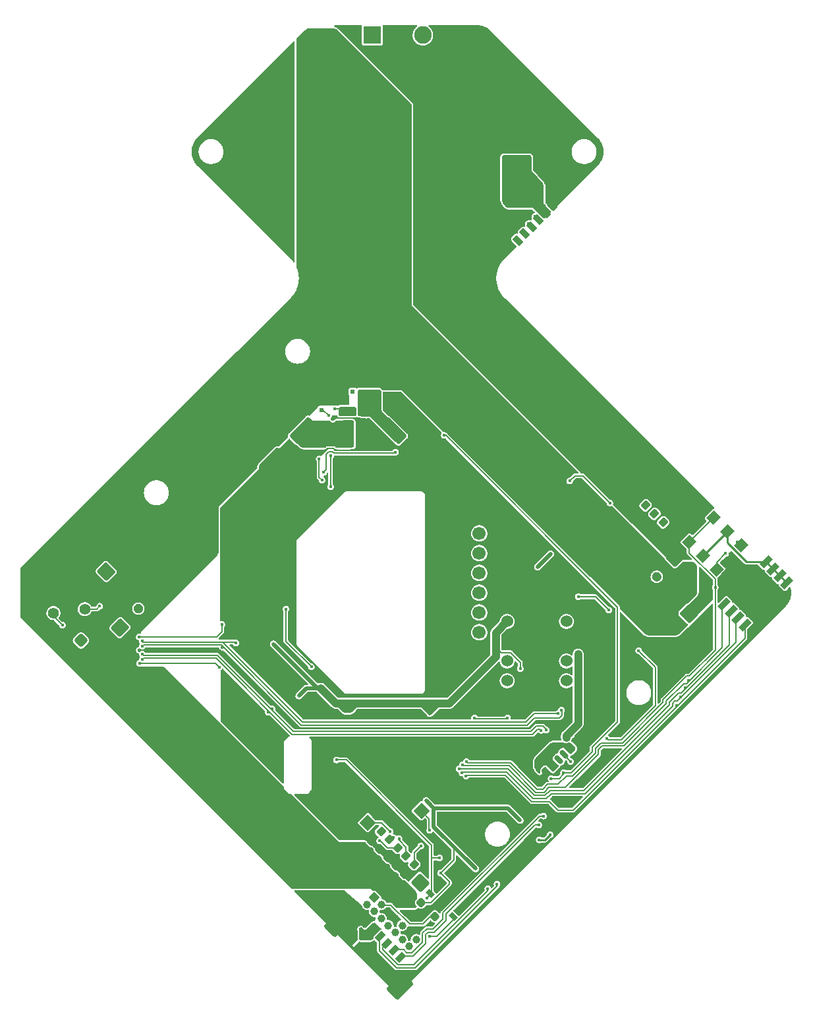
<source format=gbr>
%TF.GenerationSoftware,KiCad,Pcbnew,7.0.11*%
%TF.CreationDate,2025-06-24T23:15:39+09:00*%
%TF.ProjectId,Drive,44726976-652e-46b6-9963-61645f706362,rev?*%
%TF.SameCoordinates,Original*%
%TF.FileFunction,Copper,L1,Top*%
%TF.FilePolarity,Positive*%
%FSLAX46Y46*%
G04 Gerber Fmt 4.6, Leading zero omitted, Abs format (unit mm)*
G04 Created by KiCad (PCBNEW 7.0.11) date 2025-06-24 23:15:39*
%MOMM*%
%LPD*%
G01*
G04 APERTURE LIST*
G04 Aperture macros list*
%AMRoundRect*
0 Rectangle with rounded corners*
0 $1 Rounding radius*
0 $2 $3 $4 $5 $6 $7 $8 $9 X,Y pos of 4 corners*
0 Add a 4 corners polygon primitive as box body*
4,1,4,$2,$3,$4,$5,$6,$7,$8,$9,$2,$3,0*
0 Add four circle primitives for the rounded corners*
1,1,$1+$1,$2,$3*
1,1,$1+$1,$4,$5*
1,1,$1+$1,$6,$7*
1,1,$1+$1,$8,$9*
0 Add four rect primitives between the rounded corners*
20,1,$1+$1,$2,$3,$4,$5,0*
20,1,$1+$1,$4,$5,$6,$7,0*
20,1,$1+$1,$6,$7,$8,$9,0*
20,1,$1+$1,$8,$9,$2,$3,0*%
%AMHorizOval*
0 Thick line with rounded ends*
0 $1 width*
0 $2 $3 position (X,Y) of the first rounded end (center of the circle)*
0 $4 $5 position (X,Y) of the second rounded end (center of the circle)*
0 Add line between two ends*
20,1,$1,$2,$3,$4,$5,0*
0 Add two circle primitives to create the rounded ends*
1,1,$1,$2,$3*
1,1,$1,$4,$5*%
%AMRotRect*
0 Rectangle, with rotation*
0 The origin of the aperture is its center*
0 $1 length*
0 $2 width*
0 $3 Rotation angle, in degrees counterclockwise*
0 Add horizontal line*
21,1,$1,$2,0,0,$3*%
G04 Aperture macros list end*
%TA.AperFunction,SMDPad,CuDef*%
%ADD10R,0.620000X0.575000*%
%TD*%
%TA.AperFunction,SMDPad,CuDef*%
%ADD11RoundRect,0.175000X0.176777X-0.424264X0.424264X-0.176777X-0.176777X0.424264X-0.424264X0.176777X0*%
%TD*%
%TA.AperFunction,SMDPad,CuDef*%
%ADD12RoundRect,0.190000X-0.155563X0.424264X-0.424264X0.155563X0.155563X-0.424264X0.424264X-0.155563X0*%
%TD*%
%TA.AperFunction,SMDPad,CuDef*%
%ADD13RoundRect,0.200000X-0.141421X0.424264X-0.424264X0.141421X0.141421X-0.424264X0.424264X-0.141421X0*%
%TD*%
%TA.AperFunction,SMDPad,CuDef*%
%ADD14RoundRect,0.175000X-0.176777X0.424264X-0.424264X0.176777X0.176777X-0.424264X0.424264X-0.176777X0*%
%TD*%
%TA.AperFunction,SMDPad,CuDef*%
%ADD15RoundRect,0.190000X0.155563X-0.424264X0.424264X-0.155563X-0.155563X0.424264X-0.424264X0.155563X0*%
%TD*%
%TA.AperFunction,SMDPad,CuDef*%
%ADD16RoundRect,0.200000X0.141421X-0.424264X0.424264X-0.141421X-0.141421X0.424264X-0.424264X0.141421X0*%
%TD*%
%TA.AperFunction,ComponentPad*%
%ADD17HorizOval,1.100000X-0.212132X0.212132X0.212132X-0.212132X0*%
%TD*%
%TA.AperFunction,SMDPad,CuDef*%
%ADD18RoundRect,0.200000X-0.459619X-0.176777X-0.176777X-0.459619X0.459619X0.176777X0.176777X0.459619X0*%
%TD*%
%TA.AperFunction,SMDPad,CuDef*%
%ADD19RoundRect,0.250001X-1.449567X-0.318198X-0.318198X-1.449567X1.449567X0.318198X0.318198X1.449567X0*%
%TD*%
%TA.AperFunction,SMDPad,CuDef*%
%ADD20RoundRect,0.250000X0.671751X1.449569X-1.449569X-0.671751X-0.671751X-1.449569X1.449569X0.671751X0*%
%TD*%
%TA.AperFunction,SMDPad,CuDef*%
%ADD21RoundRect,0.200000X-0.176777X0.459619X-0.459619X0.176777X0.176777X-0.459619X0.459619X-0.176777X0*%
%TD*%
%TA.AperFunction,SMDPad,CuDef*%
%ADD22RoundRect,0.250001X-0.318198X1.449567X-1.449567X0.318198X0.318198X-1.449567X1.449567X-0.318198X0*%
%TD*%
%TA.AperFunction,SMDPad,CuDef*%
%ADD23RoundRect,0.237500X-0.035355X-0.371231X0.371231X0.035355X0.035355X0.371231X-0.371231X-0.035355X0*%
%TD*%
%TA.AperFunction,SMDPad,CuDef*%
%ADD24RoundRect,0.237500X0.035355X0.371231X-0.371231X-0.035355X-0.035355X-0.371231X0.371231X0.035355X0*%
%TD*%
%TA.AperFunction,SMDPad,CuDef*%
%ADD25RotRect,1.200000X1.400000X315.000000*%
%TD*%
%TA.AperFunction,ComponentPad*%
%ADD26C,1.524000*%
%TD*%
%TA.AperFunction,ComponentPad*%
%ADD27C,0.800000*%
%TD*%
%TA.AperFunction,ComponentPad*%
%ADD28C,6.400000*%
%TD*%
%TA.AperFunction,SMDPad,CuDef*%
%ADD29RotRect,1.050000X0.650000X135.000000*%
%TD*%
%TA.AperFunction,SMDPad,CuDef*%
%ADD30RoundRect,0.250000X-1.449569X0.671751X0.671751X-1.449569X1.449569X-0.671751X-0.671751X1.449569X0*%
%TD*%
%TA.AperFunction,ComponentPad*%
%ADD31C,1.200000*%
%TD*%
%TA.AperFunction,SMDPad,CuDef*%
%ADD32RoundRect,0.250000X-0.550000X1.500000X-0.550000X-1.500000X0.550000X-1.500000X0.550000X1.500000X0*%
%TD*%
%TA.AperFunction,ComponentPad*%
%ADD33C,2.000000*%
%TD*%
%TA.AperFunction,SMDPad,CuDef*%
%ADD34RoundRect,0.250000X1.500000X0.550000X-1.500000X0.550000X-1.500000X-0.550000X1.500000X-0.550000X0*%
%TD*%
%TA.AperFunction,SMDPad,CuDef*%
%ADD35RotRect,1.600000X0.760000X45.000000*%
%TD*%
%TA.AperFunction,SMDPad,CuDef*%
%ADD36RotRect,1.500000X1.500000X45.000000*%
%TD*%
%TA.AperFunction,SMDPad,CuDef*%
%ADD37RoundRect,0.250000X0.353553X0.000000X0.000000X0.353553X-0.353553X0.000000X0.000000X-0.353553X0*%
%TD*%
%TA.AperFunction,SMDPad,CuDef*%
%ADD38R,0.575000X0.620000*%
%TD*%
%TA.AperFunction,SMDPad,CuDef*%
%ADD39RotRect,1.500000X1.500000X315.000000*%
%TD*%
%TA.AperFunction,ComponentPad*%
%ADD40RoundRect,0.350000X0.000000X0.494975X-0.494975X0.000000X0.000000X-0.494975X0.494975X0.000000X0*%
%TD*%
%TA.AperFunction,ComponentPad*%
%ADD41C,1.400000*%
%TD*%
%TA.AperFunction,ComponentPad*%
%ADD42RoundRect,0.250000X-0.053033X0.901561X-0.901561X0.053033X0.053033X-0.901561X0.901561X-0.053033X0*%
%TD*%
%TA.AperFunction,ComponentPad*%
%ADD43HorizOval,1.700000X-0.053033X0.053033X0.053033X-0.053033X0*%
%TD*%
%TA.AperFunction,ComponentPad*%
%ADD44RoundRect,0.250000X0.053033X-0.901561X0.901561X-0.053033X-0.053033X0.901561X-0.901561X0.053033X0*%
%TD*%
%TA.AperFunction,ComponentPad*%
%ADD45RoundRect,0.250000X0.901561X0.053033X0.053033X0.901561X-0.901561X-0.053033X-0.053033X-0.901561X0*%
%TD*%
%TA.AperFunction,ComponentPad*%
%ADD46HorizOval,1.700000X0.053033X0.053033X-0.053033X-0.053033X0*%
%TD*%
%TA.AperFunction,ComponentPad*%
%ADD47R,2.250000X2.250000*%
%TD*%
%TA.AperFunction,ComponentPad*%
%ADD48C,2.250000*%
%TD*%
%TA.AperFunction,ComponentPad*%
%ADD49RotRect,1.000000X1.000000X135.000000*%
%TD*%
%TA.AperFunction,ComponentPad*%
%ADD50C,1.000000*%
%TD*%
%TA.AperFunction,ComponentPad*%
%ADD51RoundRect,0.250000X-0.901561X-0.053033X-0.053033X-0.901561X0.901561X0.053033X0.053033X0.901561X0*%
%TD*%
%TA.AperFunction,ComponentPad*%
%ADD52HorizOval,1.700000X-0.053033X-0.053033X0.053033X0.053033X0*%
%TD*%
%TA.AperFunction,ComponentPad*%
%ADD53C,1.700000*%
%TD*%
%TA.AperFunction,ViaPad*%
%ADD54C,0.450000*%
%TD*%
%TA.AperFunction,Conductor*%
%ADD55C,0.500000*%
%TD*%
%TA.AperFunction,Conductor*%
%ADD56C,0.250000*%
%TD*%
%TA.AperFunction,Conductor*%
%ADD57C,0.200000*%
%TD*%
%TA.AperFunction,Conductor*%
%ADD58C,1.000000*%
%TD*%
G04 APERTURE END LIST*
D10*
%TO.P,Q9,1,D*%
%TO.N,VDD*%
X123149999Y-88212000D03*
%TO.P,Q9,2,D*%
X122199999Y-88212000D03*
%TO.P,Q9,3,G*%
%TO.N,Net-(Q9-G)*%
X121249999Y-88212000D03*
%TO.P,Q9,4,S*%
%TO.N,/Power/S-S*%
X121249999Y-90988000D03*
%TO.P,Q9,5,D*%
%TO.N,VDD*%
X122199999Y-90988000D03*
%TO.P,Q9,6,D*%
X123149999Y-90988000D03*
%TD*%
D11*
%TO.P,J7,A5,CC1*%
%TO.N,Net-(J7-CC1)*%
X147718558Y-135425665D03*
D12*
%TO.P,J7,A9,VBUS*%
%TO.N,VBUS*%
X149146913Y-133997309D03*
D13*
%TO.P,J7,A12,GND*%
%TO.N,GND*%
X150016655Y-133127567D03*
D14*
%TO.P,J7,B5,CC2*%
%TO.N,Net-(J7-CC2)*%
X148425665Y-134718558D03*
D15*
%TO.P,J7,B9,VBUS*%
%TO.N,VBUS*%
X146997309Y-136146913D03*
D16*
%TO.P,J7,B12,GND*%
%TO.N,GND*%
X146127567Y-137016655D03*
D17*
%TO.P,J7,S1,SHIELD*%
X145073978Y-138183381D03*
X147760984Y-140870387D03*
X151183381Y-132073978D03*
X153870387Y-134760984D03*
%TD*%
D18*
%TO.P,J11,1,Pin_1*%
%TO.N,GND*%
X122989466Y-156389466D03*
%TO.P,J11,2,Pin_2*%
%TO.N,+BATT*%
X123873349Y-157273349D03*
%TO.P,J11,3,Pin_3*%
%TO.N,/RS485_RingNW/RS485RingY_TA*%
X124757233Y-158157233D03*
%TO.P,J11,4,Pin_4*%
%TO.N,/RS485_RingNW/RS485RingY_TB*%
X125641116Y-159041116D03*
%TO.P,J11,5,Pin_5*%
%TO.N,/RS485_RingNW/RS485RingY_RA*%
X126525000Y-159925000D03*
%TO.P,J11,6,Pin_6*%
%TO.N,/RS485_RingNW/RS485RingY_RB*%
X127408883Y-160808883D03*
D19*
%TO.P,J11,MP,MountPin*%
%TO.N,GND*%
X119241800Y-156530887D03*
X127267462Y-164556549D03*
%TD*%
D20*
%TO.P,C38,1*%
%TO.N,VCC*%
X114829899Y-93160101D03*
%TO.P,C38,2*%
%TO.N,GND*%
X110870101Y-97119899D03*
%TD*%
D21*
%TO.P,J10,1,Pin_1*%
%TO.N,GND*%
X146863592Y-64344175D03*
%TO.P,J10,2,Pin_2*%
%TO.N,+BATT*%
X145979709Y-65228058D03*
%TO.P,J10,3,Pin_3*%
%TO.N,/RS485_RingNW/RS485RingX_TA*%
X145095825Y-66111942D03*
%TO.P,J10,4,Pin_4*%
%TO.N,/RS485_RingNW/RS485RingX_TB*%
X144211942Y-66995825D03*
%TO.P,J10,5,Pin_5*%
%TO.N,/RS485_RingNW/RS485RingX_RA*%
X143328058Y-67879709D03*
%TO.P,J10,6,Pin_6*%
%TO.N,/RS485_RingNW/RS485RingX_RB*%
X142444175Y-68763592D03*
D22*
%TO.P,J10,MP,MountPin*%
%TO.N,GND*%
X146722171Y-60596509D03*
X138696509Y-68622171D03*
%TD*%
D23*
%TO.P,D12,1,K*%
%TO.N,GND*%
X123664086Y-145885915D03*
%TO.P,D12,2,A*%
%TO.N,Net-(D12-A)*%
X124901522Y-144648479D03*
%TD*%
D24*
%TO.P,D8,1,K*%
%TO.N,GND*%
X161240000Y-102630000D03*
%TO.P,D8,2,A*%
%TO.N,Net-(D8-A)*%
X160002564Y-103867436D03*
%TD*%
D25*
%TO.P,SW4,1,A*%
%TO.N,SlideSW0*%
X167587868Y-104376598D03*
X164476598Y-107487868D03*
%TO.P,SW4,2,B*%
%TO.N,+3.3V*%
X169355635Y-106144365D03*
X166244365Y-109255635D03*
%TO.P,SW4,3,C*%
%TO.N,unconnected-(SW4-C-Pad3)*%
X171123402Y-107912132D03*
X168012132Y-111023402D03*
%TD*%
D24*
%TO.P,D7,1,K*%
%TO.N,GND*%
X162368718Y-103731282D03*
%TO.P,D7,2,A*%
%TO.N,Net-(D7-A)*%
X161131282Y-104968718D03*
%TD*%
D26*
%TO.P,U7,2,GND*%
%TO.N,GND*%
X141090000Y-120230000D03*
X148710000Y-120230000D03*
%TO.P,U7,3,VDD*%
%TO.N,+3.3V*%
X141090000Y-117690000D03*
%TO.P,U7,11,~{RESET}*%
%TO.N,RST_BNO*%
X148710000Y-125310000D03*
%TO.P,U7,14,INT*%
%TO.N,INT_BNO*%
X148710000Y-122770000D03*
%TO.P,U7,19,COM1*%
%TO.N,SCL4*%
X141090000Y-125310000D03*
%TO.P,U7,20,COM0*%
%TO.N,SDA4*%
X141090000Y-122770000D03*
%TO.P,U7,28,VDDIO*%
%TO.N,unconnected-(U7-VDDIO-Pad28)*%
X148710000Y-117690000D03*
%TD*%
D27*
%TO.P,H1,1,1*%
%TO.N,+BATT*%
X115050000Y-45340000D03*
X115752944Y-43642944D03*
X115752944Y-47037056D03*
X117450000Y-42940000D03*
D28*
X117450000Y-45340000D03*
D27*
X117450000Y-47740000D03*
X119147056Y-43642944D03*
X119147056Y-47037056D03*
X119850000Y-45340000D03*
%TD*%
D29*
%TO.P,SW1,1,A*%
%TO.N,NRST*%
X134137107Y-155547386D03*
X131202614Y-152612893D03*
%TO.P,SW1,2,B*%
%TO.N,GND*%
X135657386Y-154027107D03*
X132740571Y-151110291D03*
%TD*%
D30*
%TO.P,C22,1*%
%TO.N,VDD*%
X126440101Y-93210101D03*
%TO.P,C22,2*%
%TO.N,GND*%
X130399899Y-97169899D03*
%TD*%
D31*
%TO.P,C32,1*%
%TO.N,+BATT*%
X158892042Y-113364466D03*
%TO.P,C32,2*%
%TO.N,GND*%
X160306256Y-111950253D03*
%TD*%
D24*
%TO.P,D9,1,K*%
%TO.N,GND*%
X160118718Y-101531282D03*
%TO.P,D9,2,A*%
%TO.N,Net-(D9-A)*%
X158881282Y-102768718D03*
%TD*%
D23*
%TO.P,D14,1,K*%
%TO.N,GND*%
X125785406Y-148007237D03*
%TO.P,D14,2,A*%
%TO.N,Net-(D14-A)*%
X127022842Y-146769801D03*
%TD*%
%TO.P,D13,1,K*%
%TO.N,GND*%
X124724748Y-146946576D03*
%TO.P,D13,2,A*%
%TO.N,Net-(D13-A)*%
X125962184Y-145709140D03*
%TD*%
%TO.P,D10,1,K*%
%TO.N,GND*%
X126846068Y-149067897D03*
%TO.P,D10,2,A*%
%TO.N,Net-(D10-A)*%
X128083504Y-147830461D03*
%TD*%
D32*
%TO.P,C23,1*%
%TO.N,VCC*%
X120630000Y-93640000D03*
%TO.P,C23,2*%
%TO.N,GND*%
X120630000Y-99240000D03*
%TD*%
D33*
%TO.P,TP3,1,1*%
%TO.N,GND*%
X108030000Y-109170000D03*
%TD*%
D34*
%TO.P,C37,1*%
%TO.N,+BATT*%
X142270000Y-58760000D03*
%TO.P,C37,2*%
%TO.N,GND*%
X136670000Y-58760000D03*
%TD*%
D35*
%TO.P,SW3,1*%
%TO.N,DIPSW0*%
X168958885Y-115447038D03*
%TO.P,SW3,2*%
%TO.N,DIPSW1*%
X169856910Y-116345064D03*
%TO.P,SW3,3*%
%TO.N,DIPSW2*%
X170754936Y-117243090D03*
%TO.P,SW3,4*%
%TO.N,DIPSW3*%
X171652962Y-118141115D03*
%TO.P,SW3,5*%
%TO.N,+3.3V*%
X177041115Y-112752962D03*
%TO.P,SW3,6*%
X176143090Y-111854936D03*
%TO.P,SW3,7*%
X175245064Y-110956910D03*
%TO.P,SW3,8*%
X174347038Y-110058885D03*
%TD*%
D27*
%TO.P,H2,1,1*%
%TO.N,GND*%
X134135000Y-45337000D03*
X134837944Y-43639944D03*
X134837944Y-47034056D03*
X136535000Y-42937000D03*
D28*
X136535000Y-45337000D03*
D27*
X136535000Y-47737000D03*
X138232056Y-43639944D03*
X138232056Y-47034056D03*
X138935000Y-45337000D03*
%TD*%
D36*
%TO.P,H4,1,1*%
%TO.N,LED_B1*%
X130060000Y-142020000D03*
%TD*%
D37*
%TO.P,D1,1,K*%
%TO.N,Net-(D1-K)*%
X131793883Y-155573883D03*
%TO.P,D1,2,A*%
%TO.N,+3.3V*%
X130026117Y-153806117D03*
%TD*%
D38*
%TO.P,Q7,1,D*%
%TO.N,+BATT*%
X117212000Y-88650000D03*
%TO.P,Q7,2,D*%
X117212000Y-89600000D03*
%TO.P,Q7,3,G*%
%TO.N,Net-(Q7-G)*%
X117212000Y-90550000D03*
%TO.P,Q7,4,S*%
%TO.N,/Power/S-S*%
X119988000Y-90550000D03*
%TO.P,Q7,5,D*%
%TO.N,+BATT*%
X119988000Y-89600000D03*
%TO.P,Q7,6,D*%
X119988000Y-88650000D03*
%TD*%
D39*
%TO.P,H3,1,1*%
%TO.N,LED_B0*%
X123180000Y-143530000D03*
%TD*%
D23*
%TO.P,D11,1,K*%
%TO.N,GND*%
X127906729Y-150128559D03*
%TO.P,D11,2,A*%
%TO.N,Net-(D11-A)*%
X129144165Y-148891123D03*
%TD*%
D40*
%TO.P,SW2,1,A*%
%TO.N,unconnected-(SW2-A-Pad1)*%
X86311396Y-120141902D03*
D41*
%TO.P,SW2,2,B*%
%TO.N,/Power/S-S*%
X86806371Y-116111393D03*
%TO.P,SW2,3,C*%
%TO.N,Net-(SW2-C)*%
X82775862Y-116606368D03*
%TD*%
D31*
%TO.P,C33,1*%
%TO.N,+BATT*%
X95107959Y-114635534D03*
%TO.P,C33,2*%
%TO.N,GND*%
X93693745Y-116049747D03*
%TD*%
D42*
%TO.P,J2,1,Pin_1*%
%TO.N,GND*%
X164437000Y-116720000D03*
D43*
%TO.P,J2,2,Pin_2*%
%TO.N,+BATT*%
X162669233Y-118487767D03*
%TD*%
D44*
%TO.P,J3,1,Pin_1*%
%TO.N,GND*%
X89560000Y-111280000D03*
D43*
%TO.P,J3,2,Pin_2*%
%TO.N,+BATT*%
X91327767Y-109512233D03*
%TD*%
D45*
%TO.P,J4,1,Pin_1*%
%TO.N,GND*%
X91327717Y-118490051D03*
D46*
%TO.P,J4,2,Pin_2*%
%TO.N,+BATT*%
X89559950Y-116722284D03*
%TD*%
D47*
%TO.P,SW5,1,A*%
%TO.N,SHDN{slash}BOOT*%
X123750000Y-42400000D03*
D48*
%TO.P,SW5,2,B*%
%TO.N,+3.3V*%
X130250000Y-42400000D03*
%TD*%
D49*
%TO.P,J1,1,Pin_1*%
%TO.N,unconnected-(J1-Pin_1-Pad1)*%
X124009872Y-153138821D03*
D50*
%TO.P,J1,2,Pin_2*%
%TO.N,unconnected-(J1-Pin_2-Pad2)*%
X123111847Y-154036847D03*
%TO.P,J1,3,Pin_3*%
%TO.N,Net-(D1-K)*%
X124907898Y-154036847D03*
%TO.P,J1,4,Pin_4*%
%TO.N,SWDIO*%
X124009872Y-154934872D03*
%TO.P,J1,5,Pin_5*%
%TO.N,GND*%
X125805923Y-154934872D03*
%TO.P,J1,6,Pin_6*%
%TO.N,SWCLK*%
X124907898Y-155832898D03*
%TO.P,J1,7,Pin_7*%
%TO.N,GND*%
X126703949Y-155832898D03*
%TO.P,J1,8,Pin_8*%
%TO.N,SWO*%
X125805923Y-156730924D03*
%TO.P,J1,9,Pin_9*%
%TO.N,unconnected-(J1-Pin_9-Pad9)*%
X127601975Y-156730924D03*
%TO.P,J1,10,Pin_10*%
%TO.N,unconnected-(J1-Pin_10-Pad10)*%
X126703949Y-157628949D03*
%TO.P,J1,11,Pin_11*%
%TO.N,GND*%
X128500000Y-157628949D03*
%TO.P,J1,12,Pin_12*%
%TO.N,NRST*%
X127601975Y-158526975D03*
%TO.P,J1,13,Pin_13*%
%TO.N,unconnected-(J1-Pin_13-Pad13)*%
X129398026Y-158526975D03*
%TO.P,J1,14,Pin_14*%
%TO.N,unconnected-(J1-Pin_14-Pad14)*%
X128500000Y-159425000D03*
%TD*%
D42*
%TO.P,J6,1,Pin_1*%
%TO.N,GND*%
X129910051Y-151242284D03*
D43*
%TO.P,J6,2,Pin_2*%
%TO.N,+BATT*%
X128142284Y-153010051D03*
%TD*%
D51*
%TO.P,J5,1,Pin_1*%
%TO.N,GND*%
X162674000Y-109510000D03*
D52*
%TO.P,J5,2,Pin_2*%
%TO.N,+BATT*%
X164441767Y-111277767D03*
%TD*%
D53*
%TO.P,U10,1,3-5V*%
%TO.N,+3.3V*%
X137500000Y-106380000D03*
%TO.P,U10,2,CS*%
%TO.N,CS2_Mouse*%
X137500000Y-108920000D03*
%TO.P,U10,3,SCK*%
%TO.N,SCLK2*%
X137500000Y-111460000D03*
%TO.P,U10,4,MOSI*%
%TO.N,MOSI2*%
X137500000Y-114000000D03*
%TO.P,U10,5,MISO*%
%TO.N,MISO2*%
X137500000Y-116540000D03*
%TO.P,U10,6,INT*%
%TO.N,INT_Mouse*%
X137500000Y-119080000D03*
%TO.P,U10,7,GND*%
%TO.N,GND*%
X137500000Y-121620000D03*
%TD*%
D54*
%TO.N,+3.3V*%
X149129376Y-99660624D03*
X144995000Y-110705000D03*
X137020000Y-149438503D03*
X132539268Y-150002000D03*
X120950000Y-129200000D03*
X142747962Y-143242038D03*
X134430000Y-141620000D03*
X146675500Y-109024500D03*
X131160000Y-141210000D03*
X120227500Y-129192500D03*
X114326000Y-127244000D03*
X146613050Y-145079296D03*
X166244365Y-109255635D03*
X134217161Y-146635664D03*
X111055000Y-120585000D03*
X145200499Y-145742725D03*
X130670000Y-140720000D03*
X131150000Y-129510000D03*
X131760000Y-128900000D03*
X154300000Y-102500000D03*
X142770000Y-123757500D03*
%TO.N,GND*%
X112100000Y-136040000D03*
X139470000Y-146980000D03*
X126400000Y-89640000D03*
X172250000Y-118750000D03*
X135814000Y-127444000D03*
X146950000Y-119690000D03*
X137643000Y-140924000D03*
X147900000Y-131590000D03*
X110750000Y-52250000D03*
X122100000Y-41400000D03*
X128720000Y-99640000D03*
X132280000Y-150800000D03*
X123210000Y-135750000D03*
X153300000Y-93400000D03*
X129400000Y-76700000D03*
X112040000Y-117950000D03*
X131730000Y-110780000D03*
X122700000Y-44500000D03*
X143480000Y-121480000D03*
X132650000Y-74650000D03*
X134737000Y-152283000D03*
X146700000Y-59570000D03*
X116030000Y-101750000D03*
X133670000Y-126590000D03*
X149200000Y-56000000D03*
X147900000Y-118630000D03*
X126730000Y-132900000D03*
X121590000Y-144550000D03*
X133600000Y-55400000D03*
X137370000Y-99940000D03*
X124370000Y-138460000D03*
X142200000Y-67600000D03*
X131980000Y-129750000D03*
X110500000Y-122410000D03*
X144380000Y-125830000D03*
X145980000Y-58680000D03*
X128680000Y-132960000D03*
X117050000Y-152550000D03*
X130770000Y-149530000D03*
X143410000Y-65310000D03*
X131600000Y-52800000D03*
X107070000Y-128900000D03*
X135880000Y-97390000D03*
X133540000Y-109130000D03*
X148000000Y-60200000D03*
X139860000Y-101340000D03*
X127830000Y-91990000D03*
X138400000Y-100980000D03*
X140840000Y-151380000D03*
X135010000Y-118100000D03*
X137610000Y-103740000D03*
X121410000Y-133970000D03*
X147200000Y-54000000D03*
X109280000Y-123710000D03*
X121600000Y-130000000D03*
X155880000Y-121671000D03*
X138130000Y-99940000D03*
X113000000Y-65000000D03*
X113660000Y-109340000D03*
X138758000Y-118488000D03*
X107860000Y-115020000D03*
X139950000Y-150370000D03*
X142039000Y-121312000D03*
X127920000Y-140220000D03*
X136210000Y-116970000D03*
X107560000Y-127370000D03*
X153622000Y-122558000D03*
X157720000Y-124690000D03*
X142356000Y-147112000D03*
X152360000Y-129990000D03*
X136030000Y-111640000D03*
X128780000Y-93060000D03*
X149900000Y-93900000D03*
X126060000Y-100510000D03*
X134795000Y-150680000D03*
X147000000Y-57600000D03*
X135544000Y-140130000D03*
X175180000Y-116900000D03*
X130400000Y-130000000D03*
X129580000Y-96990000D03*
X169150000Y-110370000D03*
X119550000Y-129473000D03*
X138370000Y-107590000D03*
X143000000Y-51100000D03*
X110220000Y-120800000D03*
X138700000Y-51000000D03*
X147580000Y-121100000D03*
X166100000Y-111400000D03*
X156200000Y-100600000D03*
X128860000Y-141150000D03*
X139900000Y-59700000D03*
X151350000Y-128310000D03*
X129180000Y-145180000D03*
X120050000Y-156900000D03*
X113660000Y-107160000D03*
X132390000Y-115002000D03*
X111460000Y-119520000D03*
X144300000Y-88100000D03*
X131980000Y-134170000D03*
X118500000Y-152500000D03*
X119770000Y-139570000D03*
X122450000Y-133000000D03*
X123070000Y-141960000D03*
X146830000Y-55440000D03*
X125430000Y-98820000D03*
X118790000Y-101900000D03*
X146820000Y-132330000D03*
X173130000Y-110710000D03*
X148860000Y-61410000D03*
X120700000Y-145400000D03*
X126400000Y-129200000D03*
X135210000Y-103970000D03*
X133200000Y-66300000D03*
X142690000Y-135040000D03*
X118210000Y-125310000D03*
X116500000Y-134920000D03*
X110690000Y-115010000D03*
X127600000Y-130000000D03*
X106750000Y-101790000D03*
X129280000Y-139380000D03*
X128700000Y-91260000D03*
X129400000Y-55600000D03*
X119800000Y-153600000D03*
X129370000Y-137710000D03*
X112330000Y-126570000D03*
X112230000Y-132480000D03*
X140560000Y-149660000D03*
X110500000Y-67250000D03*
X140400000Y-57200000D03*
X161400000Y-102600000D03*
X120590000Y-134820000D03*
X126050000Y-98250000D03*
X155950000Y-123710000D03*
X136166000Y-149655000D03*
X136890000Y-133890000D03*
X119550000Y-130040000D03*
X104900000Y-117540000D03*
X101000000Y-57250000D03*
X123070000Y-137120000D03*
X127000000Y-42250000D03*
X120100000Y-158050000D03*
X135930000Y-101700000D03*
X171330000Y-110460000D03*
X113000000Y-50000000D03*
X142230000Y-104090000D03*
X136249000Y-153126000D03*
X116189000Y-152889000D03*
X135812000Y-128945000D03*
X142022000Y-119256000D03*
X109920000Y-118060000D03*
X158320000Y-133960000D03*
X117900000Y-143500000D03*
X118980000Y-97150000D03*
X138135000Y-125319000D03*
X93810000Y-121390000D03*
X146600000Y-108200000D03*
X156010000Y-136260000D03*
X143550000Y-106040000D03*
X110660000Y-111290000D03*
X166000000Y-113900000D03*
X166100000Y-104800000D03*
X106280000Y-125960000D03*
X122680000Y-97970000D03*
X119160000Y-134600000D03*
X118040000Y-128900000D03*
X111890000Y-114410000D03*
X137160000Y-99060000D03*
X124540000Y-140560000D03*
X131940000Y-132820000D03*
X139600000Y-83500000D03*
X127270000Y-88540000D03*
X126210000Y-88490000D03*
X135025000Y-133546000D03*
X104000000Y-60000000D03*
X105720000Y-118540000D03*
X124500000Y-134850000D03*
X133900000Y-113800000D03*
X140840000Y-150430000D03*
X141180000Y-129390000D03*
X126305000Y-162463000D03*
X140200000Y-101940000D03*
X163000000Y-129260000D03*
X140180000Y-111020000D03*
X123510000Y-98930000D03*
X105290000Y-119070000D03*
X128550000Y-134830000D03*
X131970000Y-93210000D03*
X161654000Y-126226000D03*
X151273000Y-126121000D03*
X116840000Y-125340000D03*
X110610000Y-100420000D03*
X142070000Y-148470000D03*
X123200000Y-140560000D03*
X128850000Y-155000000D03*
X106000000Y-62250000D03*
X132737000Y-143694000D03*
X147680000Y-58990000D03*
X129900000Y-157200000D03*
X124910000Y-100550000D03*
X139352000Y-140968000D03*
X136270000Y-142361000D03*
X133560000Y-147940000D03*
X127120000Y-139110000D03*
X149166000Y-140359000D03*
X133720000Y-152150000D03*
X130910000Y-109240000D03*
X128750000Y-43250000D03*
X122100000Y-129200000D03*
X151422000Y-133477000D03*
X113960000Y-102550000D03*
X139600000Y-72400000D03*
X110140000Y-109260000D03*
X107900000Y-111430000D03*
X138764000Y-128221000D03*
X132500000Y-47700000D03*
X150141000Y-142124000D03*
X139063000Y-140374000D03*
X141600000Y-109570000D03*
X162410000Y-122968000D03*
X131910000Y-135670000D03*
X130860000Y-113020000D03*
X127270000Y-89730000D03*
X129390000Y-162780000D03*
X137824000Y-143967000D03*
X131910000Y-139810000D03*
X170370000Y-112940000D03*
X137422000Y-148613000D03*
X163100000Y-104200000D03*
X129840000Y-145840000D03*
X167245000Y-117097000D03*
X119720000Y-141960000D03*
X132510000Y-122610000D03*
X135890000Y-98800000D03*
X112230000Y-97520000D03*
X155209000Y-134278000D03*
X126900000Y-140930000D03*
X110830000Y-136370000D03*
X165830000Y-126440000D03*
X139440000Y-105430000D03*
X117903000Y-153457000D03*
X133100000Y-42500000D03*
X137800000Y-100670000D03*
X109260000Y-134610000D03*
X145998000Y-130592000D03*
X116300000Y-95900000D03*
X128580000Y-97870000D03*
X123100000Y-161150000D03*
X143701000Y-147045000D03*
X128400000Y-138670000D03*
X131150000Y-126560000D03*
X155836000Y-117046000D03*
X139320000Y-114810000D03*
X132460000Y-146010000D03*
X129100000Y-44500000D03*
X108000000Y-55000000D03*
X160811000Y-124697000D03*
X116300000Y-97480000D03*
X119164000Y-132725000D03*
X119250000Y-157100000D03*
X123500000Y-159100000D03*
X144960000Y-53290000D03*
X107010000Y-124320000D03*
X132471000Y-124612000D03*
X165230000Y-115210000D03*
X146000000Y-107700000D03*
X171210000Y-115880000D03*
X118850000Y-144500000D03*
X159900000Y-119980000D03*
X145880000Y-56230000D03*
X108000000Y-50000000D03*
X144800000Y-59600000D03*
X147440000Y-122850000D03*
X119330000Y-127080000D03*
X140381000Y-126418000D03*
X141500000Y-104080000D03*
X119720000Y-145400000D03*
X106000000Y-52500000D03*
X152000000Y-95800000D03*
X140377000Y-116028000D03*
X124567000Y-162595000D03*
X137073000Y-139649000D03*
X109250000Y-105480000D03*
X159449000Y-125475000D03*
X119870000Y-100890000D03*
X136650000Y-107700000D03*
X129460000Y-91790000D03*
X146060000Y-122240000D03*
X165900000Y-116000000D03*
X163800000Y-106700000D03*
X124320000Y-141540000D03*
X151600000Y-59400000D03*
X152537000Y-132376000D03*
X127410000Y-100490000D03*
X124640000Y-96790000D03*
X149260000Y-118800000D03*
X157118000Y-129970000D03*
X146110000Y-128970000D03*
X129380000Y-92620000D03*
X140810000Y-103750000D03*
X130910000Y-114980000D03*
X134430000Y-110870000D03*
X136932000Y-126437000D03*
X131150000Y-68150000D03*
X111990000Y-116410000D03*
X115305000Y-153499000D03*
X110500000Y-57000000D03*
X132400000Y-44300000D03*
X136790000Y-99670000D03*
X125840000Y-90160000D03*
X113250000Y-130510000D03*
X130110000Y-93190000D03*
X130240000Y-138550000D03*
X139600000Y-75200000D03*
X153346000Y-131618000D03*
X145590000Y-120800000D03*
X106640000Y-130360000D03*
X141990000Y-126390000D03*
X116580000Y-140480000D03*
X116480000Y-138790000D03*
X129970000Y-140340000D03*
X141950000Y-104780000D03*
X152494000Y-113927000D03*
X137010000Y-123404000D03*
X129380000Y-90760000D03*
X140867000Y-138631000D03*
X149350000Y-59830000D03*
X139250000Y-129550000D03*
X163440000Y-120731000D03*
X154483000Y-132228000D03*
X133669000Y-120380000D03*
X149258000Y-142545000D03*
X156295000Y-117667000D03*
X173550000Y-118700000D03*
X120080000Y-144430000D03*
X125600000Y-135670000D03*
X126000000Y-47700000D03*
X136400000Y-53200000D03*
X121550000Y-156700000D03*
X127880000Y-141940000D03*
X149821000Y-133073000D03*
X132727000Y-142401000D03*
X172890000Y-117500000D03*
X124220000Y-136840000D03*
X155195000Y-131623000D03*
X141510000Y-150640000D03*
X138290000Y-135180000D03*
X138232000Y-138513000D03*
X127440000Y-135900000D03*
X142940000Y-110940000D03*
X135929000Y-156330000D03*
X127560000Y-133830000D03*
X160770000Y-131500000D03*
X131310000Y-156540000D03*
X134020000Y-102930000D03*
X156083000Y-131604000D03*
X147200000Y-91200000D03*
X124530000Y-132960000D03*
X148200000Y-51600000D03*
X109140000Y-132400000D03*
X116530000Y-137450000D03*
X116750000Y-153700000D03*
X154087000Y-115441000D03*
X152980000Y-126560000D03*
X142351000Y-140141000D03*
X124070000Y-160146000D03*
X134020000Y-105830000D03*
X160000000Y-122420000D03*
X129100000Y-47600000D03*
X105110000Y-127700000D03*
X144800000Y-55400000D03*
X146620000Y-50160000D03*
X126956000Y-165096000D03*
X141900000Y-85800000D03*
X118680000Y-91720000D03*
X139801000Y-125041000D03*
X120498000Y-156183000D03*
X137000000Y-60500000D03*
X112960000Y-127410000D03*
X139600000Y-48200000D03*
X146090000Y-54030000D03*
X122470000Y-145560000D03*
X129460000Y-133770000D03*
X146560000Y-52030000D03*
X139888000Y-135191000D03*
X116710000Y-142150000D03*
X125760000Y-139780000D03*
X142190000Y-149180000D03*
X175050000Y-112660000D03*
X125390000Y-88500000D03*
X139840000Y-102640000D03*
X119620000Y-97890000D03*
X118376000Y-156390000D03*
X137090000Y-110220000D03*
X139720000Y-137978000D03*
X167190000Y-118209000D03*
X136905000Y-128444000D03*
X164300000Y-109500000D03*
X142950000Y-105760000D03*
X171200000Y-114070000D03*
X106180000Y-109350000D03*
X117090000Y-127670000D03*
X132870000Y-94570000D03*
X131930000Y-137050000D03*
X126610000Y-136810000D03*
X139430000Y-143050000D03*
X145940000Y-124330000D03*
X154610000Y-129979000D03*
X135970000Y-132785000D03*
X142539000Y-141981000D03*
X116470000Y-133900000D03*
X107540000Y-117770000D03*
X132480000Y-147100000D03*
X143870000Y-109650000D03*
X123390000Y-133890000D03*
X122030000Y-92660000D03*
X143677000Y-141128000D03*
X133800000Y-50900000D03*
X126700000Y-134850000D03*
X133670000Y-123245000D03*
X140440000Y-102990000D03*
X170520000Y-111390000D03*
X135812000Y-122101000D03*
X133740000Y-95370000D03*
X143930000Y-105290000D03*
X129200000Y-51000000D03*
X104000000Y-55000000D03*
X152560000Y-115660000D03*
X143130000Y-124670000D03*
X142650000Y-65500000D03*
X144960000Y-57560000D03*
X133700000Y-60700000D03*
X120744000Y-158770000D03*
X138120000Y-112720000D03*
X118050000Y-142220000D03*
X159200000Y-106700000D03*
X145600000Y-107200000D03*
X131910000Y-150230000D03*
X130770000Y-91990000D03*
X104940000Y-114980000D03*
X139540000Y-133900000D03*
X119150000Y-137840000D03*
X142920000Y-133810000D03*
X113080000Y-126020000D03*
X130660000Y-97620000D03*
X140920000Y-102370000D03*
X122250000Y-134730000D03*
X151982000Y-136448000D03*
X114450000Y-152500000D03*
X138112000Y-142510000D03*
X116040000Y-124510000D03*
X111160000Y-98590000D03*
X124100000Y-129200000D03*
X132920000Y-148810000D03*
X134737000Y-125762000D03*
X131600000Y-58000000D03*
X144140000Y-65120000D03*
X132910000Y-112460000D03*
X167101000Y-121035000D03*
X137990000Y-115300000D03*
X111970000Y-111880000D03*
X123650000Y-97610000D03*
X117600000Y-155650000D03*
X130140000Y-92410000D03*
X129980000Y-94410000D03*
X148010000Y-52890000D03*
X113650000Y-113930000D03*
X130050000Y-98810000D03*
X136449000Y-140832000D03*
X153000000Y-57400000D03*
X134240000Y-100150000D03*
X125200000Y-130000000D03*
X113000000Y-70000000D03*
X137000000Y-112780000D03*
X145053000Y-147168000D03*
X165770000Y-118560000D03*
X142600000Y-105100000D03*
X127250000Y-137870000D03*
X158980000Y-123410000D03*
X139420000Y-101960000D03*
X152452000Y-136945000D03*
X135805000Y-124683000D03*
X106860000Y-132350000D03*
X131200000Y-76850000D03*
X162250000Y-105300000D03*
X119050000Y-155850000D03*
X143849000Y-145577000D03*
X154630000Y-127680000D03*
X172670000Y-113030000D03*
X141710000Y-107550000D03*
X123050000Y-92610000D03*
X115370000Y-103400000D03*
X149200000Y-58600000D03*
X160500000Y-96500000D03*
X134734000Y-128890000D03*
X121660000Y-135840000D03*
X106230000Y-123520000D03*
X176560000Y-115330000D03*
X138760000Y-101650000D03*
X136400000Y-66250000D03*
X113670000Y-104800000D03*
X131030000Y-92770000D03*
X122150000Y-159100000D03*
X159400000Y-100700000D03*
X135220000Y-107320000D03*
X114500000Y-140200000D03*
X158681000Y-119951000D03*
X147510000Y-63540000D03*
X111930000Y-107550000D03*
X122110000Y-138060000D03*
X113460000Y-98630000D03*
X142940000Y-127710000D03*
X167200000Y-114500000D03*
X125810000Y-138480000D03*
X152631000Y-121418000D03*
X157426000Y-118679000D03*
X115220000Y-96580000D03*
X129900000Y-129200000D03*
X146934000Y-142443000D03*
X141285000Y-133792000D03*
X126730000Y-89060000D03*
X118931000Y-154723000D03*
X113640000Y-100470000D03*
X149800000Y-85800000D03*
X127550000Y-98630000D03*
X156285000Y-128541000D03*
X131800000Y-63200000D03*
X113580000Y-116040000D03*
X152587000Y-118382000D03*
X139850000Y-62700000D03*
X131890000Y-138540000D03*
X140500000Y-45400000D03*
X121550000Y-158150000D03*
X132480000Y-104170000D03*
X167100000Y-103000000D03*
X158205000Y-128676000D03*
X131950000Y-125570000D03*
X136400000Y-63100000D03*
X160300000Y-105700000D03*
X116693000Y-154835000D03*
X133810000Y-97790000D03*
X113460000Y-117740000D03*
X110500000Y-62500000D03*
X133680000Y-150014000D03*
X132420000Y-119010000D03*
X121650000Y-159800000D03*
X143490000Y-135630000D03*
X108000000Y-60000000D03*
X127780000Y-89070000D03*
X150748000Y-137890000D03*
X113000000Y-55000000D03*
X130250000Y-144520000D03*
X116410000Y-132850000D03*
X132470000Y-120800000D03*
X148340000Y-55100000D03*
X164500000Y-102800000D03*
X126650000Y-90250000D03*
X104940000Y-103510000D03*
X135326000Y-140846000D03*
X108630000Y-122670000D03*
X109210000Y-119820000D03*
X149500000Y-53660000D03*
X131000000Y-73550000D03*
X132800000Y-80150000D03*
X130790000Y-124620000D03*
X110630000Y-107330000D03*
X125500000Y-41500000D03*
X110160000Y-127460000D03*
X109210000Y-101430000D03*
X111580000Y-123370000D03*
X125390000Y-89660000D03*
X111200000Y-126140000D03*
X148600000Y-62800000D03*
X136400000Y-57600000D03*
X161800000Y-100300000D03*
X139866000Y-139392000D03*
X141170000Y-103070000D03*
X155892000Y-130055000D03*
X141540000Y-135230000D03*
X144020000Y-106460000D03*
X120690000Y-138130000D03*
X141200000Y-53000000D03*
X132470000Y-153520000D03*
X137450000Y-129537000D03*
X132510000Y-151750000D03*
X131520000Y-98710000D03*
X120610000Y-132950000D03*
X139700000Y-79500000D03*
X122400000Y-91850000D03*
X177210000Y-113880000D03*
X110610000Y-103850000D03*
X106380000Y-112890000D03*
X154653000Y-122784000D03*
X148450000Y-57370000D03*
X157418000Y-120870000D03*
X151400000Y-55200000D03*
X143468000Y-148624000D03*
X122680000Y-99690000D03*
X113260000Y-96360000D03*
X155486000Y-132210000D03*
X132400000Y-107380000D03*
X130300000Y-134820000D03*
X104600000Y-130200000D03*
X104900000Y-107270000D03*
X140520000Y-108580000D03*
X110890000Y-121720000D03*
X111920000Y-102790000D03*
X119540000Y-97140000D03*
X136510000Y-98990000D03*
X161800000Y-106900000D03*
X146670000Y-62690000D03*
X144290000Y-123430000D03*
X104940000Y-111290000D03*
X141150000Y-112810000D03*
X108640000Y-128490000D03*
X107760000Y-130570000D03*
X118970000Y-97890000D03*
X135470000Y-116120000D03*
X129400000Y-66300000D03*
X136401000Y-144929000D03*
X164291000Y-123723000D03*
X131430000Y-94590000D03*
X146863592Y-64344175D03*
X143730000Y-134150000D03*
X147450000Y-61490000D03*
X120530000Y-140820000D03*
X138790000Y-100290000D03*
X119110000Y-137170000D03*
X109210000Y-113270000D03*
X138325000Y-139672000D03*
X130250000Y-132910000D03*
X122180000Y-139190000D03*
X131710000Y-97670000D03*
X139954000Y-123345000D03*
X113000000Y-45000000D03*
X156060000Y-126450000D03*
X174200000Y-115160000D03*
X148248000Y-143798000D03*
X127790000Y-91240000D03*
X141723000Y-123939000D03*
X128700000Y-129200000D03*
X144436000Y-142274000D03*
X143100000Y-55600000D03*
X129400000Y-60800000D03*
X130820000Y-117010000D03*
X136490000Y-105110000D03*
X143693000Y-143138000D03*
X108000000Y-65000000D03*
X124420000Y-98380000D03*
X130790000Y-102450000D03*
X154520000Y-125000000D03*
X134710000Y-96140000D03*
X157430000Y-122220000D03*
X134980000Y-100870000D03*
X136023000Y-154006000D03*
X124530000Y-93930000D03*
X167100000Y-112500000D03*
X108740000Y-99730000D03*
X128260000Y-90640000D03*
X121060000Y-139510000D03*
X130150000Y-154850000D03*
X120640000Y-136600000D03*
X142256000Y-132822000D03*
X138360000Y-110200000D03*
X145330000Y-49920000D03*
X130800000Y-120880000D03*
X119160000Y-133750000D03*
X124260000Y-92790000D03*
X130740000Y-146600000D03*
X130050000Y-155900000D03*
X113980000Y-131240000D03*
X138892000Y-124367000D03*
X131313000Y-154535000D03*
X127940000Y-92890000D03*
X138500000Y-55500000D03*
X112030000Y-134490000D03*
X163000000Y-107800000D03*
X114390000Y-97830000D03*
X153767000Y-117907000D03*
X141586000Y-141072000D03*
X113760000Y-128770000D03*
X134701000Y-154835000D03*
X142930000Y-136410000D03*
X136910000Y-98420000D03*
X164900000Y-106000000D03*
X133732000Y-143581000D03*
X110400000Y-98040000D03*
X160600000Y-108200000D03*
X137085000Y-137996000D03*
X128810000Y-90130000D03*
X119900000Y-155300000D03*
X110490000Y-123530000D03*
X125960000Y-141910000D03*
X123360000Y-139380000D03*
X115230000Y-123650000D03*
X117140000Y-103650000D03*
X117650000Y-100390000D03*
X130830000Y-119070000D03*
X163800000Y-99900000D03*
X145968000Y-136744000D03*
X132610000Y-97600000D03*
X156128000Y-119475000D03*
X142900000Y-79000000D03*
X110740000Y-134710000D03*
X168040000Y-124230000D03*
X132750000Y-70150000D03*
X125360000Y-137180000D03*
X122900000Y-130000000D03*
X140769000Y-142466000D03*
X150200000Y-61000000D03*
X138420000Y-147640000D03*
X127800000Y-154950000D03*
X130320000Y-148850000D03*
X132410000Y-117010000D03*
X134737000Y-123500000D03*
X146310000Y-63680000D03*
X140850000Y-127880000D03*
X141350000Y-143704000D03*
X139329000Y-116567000D03*
X134210000Y-101540000D03*
X115690000Y-141300000D03*
X113660000Y-111430000D03*
X137849000Y-146105000D03*
X169870000Y-109150000D03*
X164809000Y-120669000D03*
X130200000Y-136780000D03*
X130010000Y-91280000D03*
X135000000Y-114880000D03*
X136520000Y-115210000D03*
X125640000Y-133770000D03*
X146947000Y-128130000D03*
X135962000Y-151038000D03*
X139140000Y-100900000D03*
X119750000Y-152500000D03*
X112100000Y-137700000D03*
X144800000Y-51600000D03*
X150100000Y-97100000D03*
X111880000Y-105000000D03*
X121350000Y-141880000D03*
X140620000Y-132790000D03*
X115490000Y-99430000D03*
X135814000Y-119043000D03*
X143310000Y-130040000D03*
X107840000Y-107350000D03*
X155000000Y-101600000D03*
X129610000Y-95280000D03*
X105000000Y-57250000D03*
X154629000Y-116745000D03*
X122120000Y-140780000D03*
X143790000Y-129570000D03*
X115570000Y-140090000D03*
X126970000Y-91810000D03*
X142870000Y-104330000D03*
X124290000Y-99730000D03*
X125990000Y-89200000D03*
X146200000Y-61600000D03*
X104600000Y-124350000D03*
X137810000Y-99350000D03*
X111840000Y-100540000D03*
X145370000Y-132350000D03*
X143970000Y-132770000D03*
X142601000Y-144279000D03*
X133850000Y-97080000D03*
X149700000Y-89700000D03*
X117900000Y-154500000D03*
X137800000Y-133040000D03*
X137834000Y-154420000D03*
X149160000Y-121560000D03*
X143330000Y-105070000D03*
X161600000Y-120780000D03*
X132500000Y-154540000D03*
X114410000Y-122860000D03*
X144320000Y-134980000D03*
X109160000Y-126450000D03*
X147701000Y-127379000D03*
X124500000Y-44100000D03*
X133588000Y-142386000D03*
X115360000Y-105350000D03*
X106430000Y-105270000D03*
X133673000Y-116540000D03*
X148883000Y-128416000D03*
X136323000Y-143405000D03*
X136250000Y-98140000D03*
X128680000Y-144550000D03*
X118900000Y-153550000D03*
X126500000Y-44400000D03*
X132430000Y-127190000D03*
X154532000Y-119755000D03*
X134736000Y-121180000D03*
X129400000Y-135820000D03*
X145902000Y-146333000D03*
X146000000Y-85900000D03*
X128850000Y-155950000D03*
X153423000Y-114778000D03*
X157000000Y-93000000D03*
X108030000Y-103590000D03*
X138256000Y-126698000D03*
X126340000Y-96760000D03*
X112440000Y-129690000D03*
X153459000Y-116395000D03*
X153300000Y-89400000D03*
X130840000Y-122620000D03*
X119600000Y-41400000D03*
X128240000Y-89730000D03*
X128540000Y-136850000D03*
X136160000Y-109370000D03*
X127200000Y-97640000D03*
X144800000Y-48200000D03*
X132950000Y-102240000D03*
X120900000Y-157300000D03*
X152554000Y-124678000D03*
X143200000Y-57200000D03*
X149286000Y-141273000D03*
X168810000Y-111830000D03*
X145431000Y-141432000D03*
X141794000Y-145280000D03*
X107860000Y-125190000D03*
X128680000Y-92180000D03*
X114300000Y-95700000D03*
X156600000Y-97100000D03*
X142150000Y-124640000D03*
X123080000Y-96800000D03*
X170220000Y-122040000D03*
X146220000Y-133090000D03*
X107320000Y-122110000D03*
X111940000Y-109900000D03*
X158690000Y-121150000D03*
X125500000Y-43250000D03*
X128750000Y-41500000D03*
X146400000Y-82300000D03*
X125090000Y-97650000D03*
X143000000Y-47900000D03*
X129400000Y-71600000D03*
X113000000Y-60000000D03*
X109140000Y-121710000D03*
X172200000Y-120030000D03*
X153400000Y-98000000D03*
X133638000Y-153461000D03*
X142400000Y-82300000D03*
X109980000Y-116430000D03*
X110750000Y-47000000D03*
X137955000Y-126153000D03*
X130910000Y-105860000D03*
X141920000Y-103390000D03*
%TO.N,NRST*%
X130767939Y-153239791D03*
X131142232Y-158102232D03*
X132395000Y-148060000D03*
X119147325Y-135477932D03*
%TO.N,VCC*%
X120400000Y-94200000D03*
X119900000Y-92700000D03*
X121200000Y-93400000D03*
X118700000Y-92900000D03*
X119700000Y-94500000D03*
X118700000Y-94300000D03*
X121200000Y-94200000D03*
X119200000Y-95100000D03*
X120400000Y-93400000D03*
X118700000Y-93600000D03*
X119800000Y-93700000D03*
%TO.N,Net-(Q1-G)*%
X146723370Y-137870421D03*
X148337000Y-137120514D03*
X133000000Y-93815000D03*
%TO.N,/Power/Vout*%
X126740000Y-95950000D03*
X117504999Y-98562000D03*
%TO.N,/Power/S-S*%
X88731371Y-115740000D03*
X118929333Y-90364376D03*
X93795905Y-119683731D03*
X104430000Y-118100000D03*
%TO.N,Net-(Q9-G)*%
X104073425Y-123596575D03*
X121249999Y-88212000D03*
X93836517Y-123088448D03*
%TO.N,+5V*%
X149330000Y-132300000D03*
X148763813Y-132828657D03*
X150214000Y-122680000D03*
X150214000Y-123470000D03*
X154140000Y-116240000D03*
X150214000Y-114524000D03*
X148700000Y-132190000D03*
X149320000Y-131670000D03*
X150214000Y-124260000D03*
X150214000Y-121870000D03*
%TO.N,VBUS*%
X145600000Y-135800000D03*
X144900000Y-136300000D03*
X145600000Y-135100000D03*
X144900000Y-135500000D03*
%TO.N,VDD*%
X123000000Y-90200000D03*
X124500000Y-88700000D03*
X124000000Y-88200000D03*
X123000000Y-88200000D03*
X122500000Y-89700000D03*
X124000000Y-89200000D03*
X124000000Y-90200000D03*
X123000000Y-91200000D03*
X122500000Y-88700000D03*
X124000000Y-91200000D03*
X123000000Y-89200000D03*
X122500000Y-90700000D03*
X124500000Y-89700000D03*
X124500000Y-90700000D03*
%TO.N,Net-(D7-A)*%
X161103138Y-104944896D03*
%TO.N,Net-(D8-A)*%
X160121335Y-103539703D03*
%TO.N,Net-(D9-A)*%
X159035338Y-102562520D03*
%TO.N,Net-(D10-A)*%
X127185000Y-145573000D03*
%TO.N,Net-(D11-A)*%
X129985000Y-146536806D03*
%TO.N,Net-(D12-A)*%
X124573000Y-144648479D03*
%TO.N,Net-(D13-A)*%
X126488290Y-145451711D03*
%TO.N,Net-(D14-A)*%
X124697817Y-145861116D03*
%TO.N,Net-(U2-RT)*%
X117298692Y-99545000D03*
X116927000Y-96838000D03*
%TO.N,Net-(J7-CC1)*%
X147990000Y-135730000D03*
%TO.N,Net-(J7-CC2)*%
X149231000Y-135676472D03*
%TO.N,/Power/PG*%
X118404999Y-96404999D03*
X118390000Y-100405002D03*
%TO.N,+BATT*%
X133750000Y-83000000D03*
X123000000Y-151700000D03*
X141600000Y-63300000D03*
X120400000Y-151700000D03*
X133691852Y-86063173D03*
X120700000Y-151200000D03*
X133727208Y-85037868D03*
X141600000Y-62400000D03*
X122350000Y-158400000D03*
X122650000Y-151200000D03*
X134398959Y-84648959D03*
X121350000Y-151200000D03*
X140850000Y-63950000D03*
X122250000Y-157200000D03*
X121050000Y-151700000D03*
X135000000Y-86310660D03*
X122350000Y-157800000D03*
X140850000Y-63100000D03*
X135000000Y-84189340D03*
X142350000Y-62600000D03*
X122350000Y-151700000D03*
X123650000Y-151700000D03*
X122000000Y-151200000D03*
X135000000Y-85250000D03*
X133727208Y-83977208D03*
X134292893Y-86664214D03*
X122901254Y-157468271D03*
X134363604Y-85674264D03*
X121700000Y-151700000D03*
X134434315Y-83623654D03*
X123450000Y-158400000D03*
X123300000Y-151200000D03*
X123450000Y-157100000D03*
X142350000Y-63450000D03*
X143100000Y-61900000D03*
X142350000Y-61650000D03*
X123450000Y-157750000D03*
X122900000Y-158050000D03*
X141600000Y-64200000D03*
X143100000Y-62700000D03*
%TO.N,/RS485_MD/RS485MD_TA*%
X110881232Y-128918768D03*
X94215000Y-121910000D03*
X146111283Y-131641948D03*
%TO.N,/RS485_MD/RS485MD_TB*%
X110387000Y-129348000D03*
X94215000Y-122560003D03*
X145462075Y-131674075D03*
%TO.N,/RS485_MD/RS485MD_RA*%
X148056113Y-129079884D03*
X104458876Y-121000339D03*
X94200000Y-120860000D03*
%TO.N,/RS485_MD/RS485MD_RB*%
X94176840Y-120210411D03*
X106225000Y-120465551D03*
X147599000Y-129542000D03*
%TO.N,/RS485_RingNW/RS485RingX_TA*%
X144670000Y-65670000D03*
%TO.N,/RS485_RingNW/RS485RingX_TB*%
X143800000Y-66636942D03*
%TO.N,/RS485_RingNW/RS485RingX_RA*%
X143328058Y-67879709D03*
%TO.N,/RS485_RingNW/RS485RingX_RB*%
X142444175Y-68763592D03*
%TO.N,/RS485_RingNW/RS485RingY_TA*%
X139785168Y-151417142D03*
%TO.N,/RS485_RingNW/RS485RingY_TB*%
X138595598Y-152023624D03*
%TO.N,/RS485_RingNW/RS485RingY_RA*%
X145775168Y-142677142D03*
%TO.N,/RS485_RingNW/RS485RingY_RB*%
X145152219Y-143850245D03*
%TO.N,/Power/IND*%
X157992042Y-121430000D03*
X153895624Y-132755000D03*
%TO.N,Net-(Q7-G)*%
X118140612Y-91273040D03*
%TO.N,Net-(SW2-C)*%
X83938000Y-118175000D03*
%TO.N,V_Meas.*%
X112648000Y-116100000D03*
X115920000Y-123529000D03*
%TO.N,LED_B0*%
X126047164Y-144676307D03*
%TO.N,LED_B1*%
X131125888Y-144498372D03*
%TO.N,DIPSW0*%
X164371611Y-125241976D03*
X135337000Y-136109000D03*
%TO.N,DIPSW1*%
X163974637Y-126204637D03*
X134885687Y-136634000D03*
%TO.N,SlideSW0*%
X135862070Y-135709000D03*
X167824499Y-113310000D03*
%TO.N,DIPSW2*%
X163356285Y-127388676D03*
X135294640Y-137159000D03*
%TO.N,DIPSW3*%
X135812203Y-137559000D03*
X162845323Y-128465323D03*
%TO.N,unconnected-(SW4-C-Pad3)*%
X169160000Y-108970000D03*
X170647184Y-107475000D03*
%TO.N,INT_BNO*%
X136897787Y-130075000D03*
X141141125Y-130075000D03*
%TD*%
D55*
%TO.N,+3.3V*%
X146675500Y-109024500D02*
X144995000Y-110705000D01*
X131160000Y-141210000D02*
X131620000Y-141670000D01*
D56*
X169355635Y-106144365D02*
X169355635Y-107593935D01*
D57*
X133650000Y-151420588D02*
X133650000Y-151112732D01*
X154300000Y-102500000D02*
X150800000Y-99000000D01*
D55*
X120942500Y-129192500D02*
X120950000Y-129200000D01*
X131620000Y-141670000D02*
X141175924Y-141670000D01*
X141175924Y-141670000D02*
X142747962Y-143242038D01*
D57*
X149790000Y-99000000D02*
X149129376Y-99660624D01*
D55*
X131620000Y-144038503D02*
X137020000Y-149438503D01*
D58*
X133659000Y-128200000D02*
X129430000Y-128200000D01*
D55*
X120227500Y-129192500D02*
X119847500Y-128812500D01*
D57*
X133650000Y-151112732D02*
X132539268Y-150002000D01*
D58*
X139628000Y-121032000D02*
X139628000Y-119152000D01*
D57*
X142770000Y-122948105D02*
X142770000Y-123757500D01*
X141529895Y-121708000D02*
X142770000Y-122948105D01*
D58*
X139628000Y-122231000D02*
X133659000Y-128200000D01*
X139628000Y-119152000D02*
X141090000Y-117690000D01*
D56*
X169355635Y-107593935D02*
X171820585Y-110058885D01*
D58*
X139628000Y-121032000D02*
X139628000Y-122231000D01*
D55*
X121337500Y-128812500D02*
X119847500Y-128812500D01*
D58*
X119050000Y-128200000D02*
X117130000Y-126280000D01*
X129430000Y-128200000D02*
X119050000Y-128200000D01*
D55*
X129920000Y-128200000D02*
X130555000Y-128835000D01*
X111055000Y-120585000D02*
X116750000Y-126280000D01*
D57*
X140304000Y-121708000D02*
X141529895Y-121708000D01*
D56*
X174347038Y-110058885D02*
X177041115Y-112752962D01*
X145200499Y-145742725D02*
X145949621Y-145742725D01*
D55*
X119847500Y-128812500D02*
X119235000Y-128200000D01*
X121950000Y-128200000D02*
X120950000Y-129200000D01*
X129430000Y-128200000D02*
X129920000Y-128200000D01*
D57*
X130026117Y-153806117D02*
X131264471Y-153806117D01*
D55*
X120227500Y-129192500D02*
X120942500Y-129192500D01*
D57*
X150800000Y-99000000D02*
X149790000Y-99000000D01*
X139628000Y-121032000D02*
X140304000Y-121708000D01*
D55*
X131150000Y-129510000D02*
X131150000Y-129430000D01*
D56*
X171820585Y-110058885D02*
X174347038Y-110058885D01*
D55*
X131620000Y-141670000D02*
X131620000Y-144038503D01*
X116750000Y-126280000D02*
X117130000Y-126280000D01*
X114326000Y-127244000D02*
X115290000Y-126280000D01*
X130620000Y-128900000D02*
X131760000Y-128900000D01*
X131150000Y-129510000D02*
X132460000Y-128200000D01*
D57*
X132539268Y-150002000D02*
X134217161Y-148324107D01*
D55*
X131150000Y-129430000D02*
X130555000Y-128835000D01*
X131160000Y-141210000D02*
X130670000Y-140720000D01*
D56*
X145949621Y-145742725D02*
X146613050Y-145079296D01*
D55*
X115290000Y-126280000D02*
X117130000Y-126280000D01*
D56*
X166244365Y-109255635D02*
X169355635Y-106144365D01*
D57*
X131264471Y-153806117D02*
X133650000Y-151420588D01*
X134217161Y-148324107D02*
X134217161Y-146635664D01*
D56*
%TO.N,GND*%
X94432463Y-121385000D02*
X104065719Y-121385000D01*
D57*
X122400000Y-91850000D02*
X122140000Y-91590000D01*
X118788147Y-95479999D02*
X119008148Y-95700000D01*
X93815000Y-121385000D02*
X93810000Y-121390000D01*
X117801849Y-95700000D02*
X118021851Y-95479999D01*
X122140000Y-91590000D02*
X118810000Y-91590000D01*
X118021851Y-95479999D02*
X118788147Y-95479999D01*
X94432463Y-121385000D02*
X93815000Y-121385000D01*
X118810000Y-91590000D02*
X118680000Y-91720000D01*
D56*
X104065719Y-121385000D02*
X106200719Y-123520000D01*
D57*
X116300000Y-95900000D02*
X116500000Y-95700000D01*
D56*
X106200719Y-123520000D02*
X106230000Y-123520000D01*
D57*
X119008148Y-95700000D02*
X122760000Y-95700000D01*
X122760000Y-95700000D02*
X124530000Y-93930000D01*
X116500000Y-95700000D02*
X117801849Y-95700000D01*
%TO.N,NRST*%
X134137107Y-155997893D02*
X134137107Y-155547386D01*
X131362000Y-152645730D02*
X131362000Y-148030000D01*
X132395000Y-148060000D02*
X131392000Y-148060000D01*
X132032768Y-158102232D02*
X134137107Y-155997893D01*
X119147325Y-135477932D02*
X120407932Y-135477932D01*
X120407932Y-135477932D02*
X131362000Y-146432000D01*
X131142232Y-158102232D02*
X132032768Y-158102232D01*
X130767939Y-153239791D02*
X131362000Y-152645730D01*
X131362000Y-146432000D02*
X131362000Y-148030000D01*
X131392000Y-148060000D02*
X131362000Y-148030000D01*
%TO.N,Net-(Q1-G)*%
X133206522Y-93815000D02*
X155266000Y-115874478D01*
X149334114Y-137120514D02*
X148337000Y-137120514D01*
X133000000Y-93815000D02*
X133206522Y-93815000D01*
X155266000Y-130607655D02*
X152008254Y-133865400D01*
X148337000Y-137312375D02*
X147778954Y-137870421D01*
X155266000Y-115874478D02*
X155266000Y-130607655D01*
X148337000Y-137120514D02*
X148337000Y-137312375D01*
X152008254Y-134446374D02*
X149334114Y-137120514D01*
X152008254Y-133865400D02*
X152008254Y-134446374D01*
X147778954Y-137870421D02*
X146723370Y-137870421D01*
%TO.N,/Power/Vout*%
X118842463Y-96100000D02*
X118622462Y-95879999D01*
X117860000Y-96207535D02*
X117860000Y-98206999D01*
X117860000Y-98206999D02*
X117504999Y-98562000D01*
X118187536Y-95879999D02*
X117860000Y-96207535D01*
X126740000Y-95950000D02*
X126590000Y-96100000D01*
X126590000Y-96100000D02*
X118842463Y-96100000D01*
X118622462Y-95879999D02*
X118187536Y-95879999D01*
%TO.N,/Power/S-S*%
X88731371Y-115740000D02*
X88359978Y-116111393D01*
X88359978Y-116111393D02*
X86806371Y-116111393D01*
X119802376Y-90364376D02*
X119988000Y-90550000D01*
X118929333Y-90364376D02*
X119802376Y-90364376D01*
X104430000Y-118100000D02*
X104430000Y-119005686D01*
X104430000Y-119005686D02*
X103751955Y-119683731D01*
X103751955Y-119683731D02*
X93795905Y-119683731D01*
%TO.N,Net-(Q9-G)*%
X93839962Y-123085003D02*
X93836517Y-123088448D01*
X104073425Y-123596575D02*
X103561853Y-123085003D01*
X103561853Y-123085003D02*
X93839962Y-123085003D01*
D58*
%TO.N,+5V*%
X148691360Y-132373968D02*
X148691360Y-132614384D01*
D57*
X154140000Y-116240000D02*
X152424000Y-114524000D01*
X152424000Y-114524000D02*
X150214000Y-114524000D01*
D58*
X150214000Y-130851328D02*
X148691360Y-132373968D01*
X150214000Y-121870000D02*
X150214000Y-130851328D01*
D57*
%TO.N,Net-(D1-K)*%
X130250000Y-156550000D02*
X131226117Y-155573883D01*
X124907898Y-154036847D02*
X125005923Y-154134872D01*
X131226117Y-155573883D02*
X131793883Y-155573883D01*
X125005923Y-154134872D02*
X126137294Y-154134872D01*
X128552422Y-156550000D02*
X130250000Y-156550000D01*
X126137294Y-154134872D02*
X128552422Y-156550000D01*
%TO.N,Net-(D10-A)*%
X128083504Y-146663735D02*
X128083504Y-147830461D01*
X127185000Y-145765231D02*
X128083504Y-146663735D01*
X127185000Y-145573000D02*
X127185000Y-145765231D01*
%TO.N,Net-(D11-A)*%
X129985000Y-146536806D02*
X129144165Y-147377641D01*
X129144165Y-147377641D02*
X129144165Y-148891123D01*
%TO.N,Net-(D13-A)*%
X125962184Y-145709140D02*
X126230861Y-145709140D01*
X126230861Y-145709140D02*
X126488290Y-145451711D01*
%TO.N,Net-(D14-A)*%
X124806016Y-145861116D02*
X124697817Y-145861116D01*
X127022842Y-146769801D02*
X125714701Y-146769801D01*
X125714701Y-146769801D02*
X124806016Y-145861116D01*
%TO.N,Net-(U2-RT)*%
X116927000Y-99173308D02*
X117298692Y-99545000D01*
X116927000Y-96838000D02*
X116927000Y-99173308D01*
%TO.N,Net-(J7-CC1)*%
X147718558Y-135458558D02*
X147990000Y-135730000D01*
X147718558Y-135425665D02*
X147718558Y-135458558D01*
%TO.N,Net-(J7-CC2)*%
X149231000Y-135676472D02*
X148425665Y-134871137D01*
X148425665Y-134871137D02*
X148425665Y-134718558D01*
%TO.N,/Power/PG*%
X118390000Y-100405002D02*
X118404999Y-100390003D01*
X118404999Y-100390003D02*
X118404999Y-96404999D01*
%TO.N,/RS485_MD/RS485MD_TA*%
X146111283Y-131580820D02*
X145668463Y-131138000D01*
X103815000Y-122030000D02*
X94335000Y-122030000D01*
X113585000Y-131800000D02*
X103815000Y-122030000D01*
X146111283Y-131641948D02*
X146111283Y-131580820D01*
X144855686Y-131138000D02*
X144193686Y-131800000D01*
X145668463Y-131138000D02*
X144855686Y-131138000D01*
X144193686Y-131800000D02*
X113585000Y-131800000D01*
X94335000Y-122030000D02*
X94215000Y-121910000D01*
%TO.N,/RS485_MD/RS485MD_TB*%
X145021371Y-131538000D02*
X144359371Y-132200000D01*
X113419314Y-132200000D02*
X103649314Y-122430000D01*
X103649314Y-122430000D02*
X94345003Y-122430000D01*
X94345003Y-122430000D02*
X94215000Y-122560003D01*
X144359371Y-132200000D02*
X113419314Y-132200000D01*
X145462075Y-131674075D02*
X145326000Y-131538000D01*
X145326000Y-131538000D02*
X145021371Y-131538000D01*
%TO.N,/RS485_MD/RS485MD_RA*%
X148124000Y-129147771D02*
X148124000Y-129759463D01*
X148056113Y-129079884D02*
X148124000Y-129147771D01*
X104365314Y-120730000D02*
X94330000Y-120730000D01*
X94330000Y-120730000D02*
X94200000Y-120860000D01*
X148124000Y-129759463D02*
X147816463Y-130067000D01*
X143675685Y-131000000D02*
X114635314Y-131000000D01*
X144608685Y-130067000D02*
X143675685Y-131000000D01*
X147816463Y-130067000D02*
X144608685Y-130067000D01*
X114635314Y-131000000D02*
X104365314Y-120730000D01*
%TO.N,/RS485_MD/RS485MD_RB*%
X106225000Y-120465551D02*
X106089449Y-120330000D01*
X147599000Y-129542000D02*
X147587000Y-129530000D01*
X114801000Y-130600000D02*
X104531000Y-120330000D01*
X143510000Y-130600000D02*
X114801000Y-130600000D01*
X144580000Y-129530000D02*
X143510000Y-130600000D01*
X94296429Y-120330000D02*
X94176840Y-120210411D01*
X104531000Y-120330000D02*
X94296429Y-120330000D01*
X147587000Y-129530000D02*
X144580000Y-129530000D01*
X106089449Y-120330000D02*
X104531000Y-120330000D01*
%TO.N,/RS485_RingNW/RS485RingY_TA*%
X124680466Y-158234000D02*
X124680466Y-159989656D01*
X126872811Y-162182000D02*
X129287905Y-162182000D01*
X124680466Y-159989656D02*
X126872811Y-162182000D01*
X139785168Y-151684737D02*
X139785168Y-151417142D01*
X124757233Y-158157233D02*
X124680466Y-158234000D01*
X129287905Y-162182000D02*
X139785168Y-151684737D01*
%TO.N,/RS485_RingNW/RS485RingY_TB*%
X125080466Y-159601766D02*
X125080466Y-159823970D01*
X125641116Y-159041116D02*
X125080466Y-159601766D01*
X138595598Y-152308621D02*
X138595598Y-152023624D01*
X125080466Y-159823970D02*
X127038496Y-161782000D01*
X129122219Y-161782000D02*
X138595598Y-152308621D01*
X127038496Y-161782000D02*
X129122219Y-161782000D01*
%TO.N,/RS485_RingNW/RS485RingY_RA*%
X126601767Y-159848233D02*
X127791737Y-159848233D01*
X130198026Y-158858345D02*
X130198026Y-157738289D01*
X126525000Y-159925000D02*
X126601767Y-159848233D01*
X132836066Y-155116015D02*
X145274939Y-142677142D01*
X128831371Y-160225000D02*
X130198026Y-158858345D01*
X132836066Y-155908248D02*
X132836066Y-155116015D01*
X127791737Y-159848233D02*
X128168504Y-160225000D01*
X130198026Y-157738289D02*
X130759084Y-157177232D01*
X128168504Y-160225000D02*
X128831371Y-160225000D01*
X130759084Y-157177232D02*
X131567082Y-157177232D01*
X145274939Y-142677142D02*
X145775168Y-142677142D01*
X131567082Y-157177232D02*
X132836066Y-155908248D01*
%TO.N,/RS485_RingNW/RS485RingY_RB*%
X127408883Y-160808883D02*
X127592766Y-160625000D01*
X127592766Y-160625000D02*
X128997057Y-160625000D01*
X130598026Y-157903975D02*
X130924769Y-157577232D01*
X130598026Y-159024031D02*
X130598026Y-157903975D01*
X133236066Y-156073934D02*
X133236066Y-155281701D01*
X128997057Y-160625000D02*
X130598026Y-159024031D01*
X130924769Y-157577232D02*
X131732768Y-157577232D01*
X133236066Y-155281701D02*
X144667522Y-143850245D01*
X144667522Y-143850245D02*
X145152219Y-143850245D01*
X131732768Y-157577232D02*
X133236066Y-156073934D01*
%TO.N,/Power/IND*%
X160127000Y-123564958D02*
X160127000Y-128531994D01*
X154020624Y-132880000D02*
X153895624Y-132755000D01*
X160127000Y-128531994D02*
X155778994Y-132880000D01*
X155778994Y-132880000D02*
X154020624Y-132880000D01*
X157992042Y-121430000D02*
X160127000Y-123564958D01*
%TO.N,Net-(Q7-G)*%
X117212000Y-90550000D02*
X117417572Y-90550000D01*
X117417572Y-90550000D02*
X118140612Y-91273040D01*
%TO.N,Net-(SW2-C)*%
X83938000Y-118175000D02*
X82775862Y-117012862D01*
X82775862Y-117012862D02*
X82775862Y-116606368D01*
%TO.N,V_Meas.*%
X112648000Y-116100000D02*
X112648000Y-120257000D01*
X112648000Y-120257000D02*
X115920000Y-123529000D01*
%TO.N,LED_B0*%
X124949771Y-143530000D02*
X126047164Y-144627393D01*
X126047164Y-144627393D02*
X126047164Y-144676307D01*
X123180000Y-143530000D02*
X124949771Y-143530000D01*
%TO.N,LED_B1*%
X131125888Y-144498372D02*
X131070000Y-144442484D01*
X131070000Y-143030000D02*
X130060000Y-142020000D01*
X131070000Y-144442484D02*
X131070000Y-143030000D01*
%TO.N,DIPSW0*%
X168722524Y-115683399D02*
X168958885Y-115447038D01*
X144768343Y-139645514D02*
X145803876Y-139645514D01*
X161520323Y-127916490D02*
X163757176Y-125679637D01*
X168722524Y-121067841D02*
X168722524Y-115683399D01*
X163757176Y-125679637D02*
X164110728Y-125679637D01*
X135337000Y-136109000D02*
X135462000Y-136234000D01*
X148577745Y-139008255D02*
X152808254Y-134777746D01*
X164110728Y-125679637D02*
X168722524Y-121067841D01*
X161520323Y-128270042D02*
X161520323Y-127916490D01*
X135462000Y-136234000D02*
X141356829Y-136234000D01*
X152808254Y-134196772D02*
X153325026Y-133680000D01*
X145803876Y-139645514D02*
X146441135Y-139008254D01*
X141356829Y-136234000D02*
X144768343Y-139645514D01*
X153325026Y-133680000D02*
X156110364Y-133680000D01*
X156110364Y-133680000D02*
X161520323Y-128270042D01*
X146441135Y-139008254D02*
X148577745Y-139008255D01*
X152808254Y-134777746D02*
X152808254Y-134196772D01*
%TO.N,DIPSW1*%
X161920323Y-128082175D02*
X161920323Y-128435728D01*
X169856910Y-116345064D02*
X169620550Y-116581424D01*
X169620550Y-120735501D02*
X163492375Y-126863676D01*
X144602657Y-140045514D02*
X141191143Y-136634000D01*
X169620550Y-116581424D02*
X169620550Y-120735501D01*
X145969561Y-140045514D02*
X144602657Y-140045514D01*
X163138822Y-126863676D02*
X161920323Y-128082175D01*
X150947798Y-139408254D02*
X146606820Y-139408254D01*
X141191143Y-136634000D02*
X134885687Y-136634000D01*
X146606820Y-139408254D02*
X145969561Y-140045514D01*
X161920323Y-128435728D02*
X150947798Y-139408254D01*
X163492375Y-126863676D02*
X163138822Y-126863676D01*
%TO.N,SlideSW0*%
X145638191Y-139245514D02*
X144934029Y-139245514D01*
X153159340Y-133280000D02*
X152408254Y-134031086D01*
X164476598Y-107487868D02*
X164476598Y-108902084D01*
X155944679Y-133280000D02*
X153159340Y-133280000D01*
X164507703Y-124716976D02*
X164154152Y-124716976D01*
X161120323Y-127750805D02*
X161120323Y-128104356D01*
X152408254Y-134612060D02*
X149499799Y-137520514D01*
X149499799Y-137520514D02*
X148694547Y-137520514D01*
X164476598Y-108902084D02*
X167824499Y-112249985D01*
X146275449Y-138608255D02*
X145638191Y-139245514D01*
X144934029Y-139245514D02*
X141522515Y-135834000D01*
X148694547Y-137520514D02*
X147606806Y-138608255D01*
X164476598Y-107487868D02*
X167587868Y-104376598D01*
X167824499Y-121400180D02*
X164507703Y-124716976D01*
X141522515Y-135834000D02*
X135987070Y-135834000D01*
X147606806Y-138608255D02*
X146275449Y-138608255D01*
X167824499Y-113310000D02*
X167824499Y-121400180D01*
X161120323Y-128104356D02*
X155944679Y-133280000D01*
X167824499Y-112249985D02*
X167824499Y-113310000D01*
X152408254Y-134031086D02*
X152408254Y-134612060D01*
X135987070Y-135834000D02*
X135862070Y-135709000D01*
X164154152Y-124716976D02*
X161120323Y-127750805D01*
%TO.N,DIPSW2*%
X151113484Y-139808254D02*
X146772506Y-139808254D01*
X170518576Y-120403161D02*
X162981414Y-127940323D01*
X146772506Y-139808254D02*
X146135246Y-140445514D01*
X146135246Y-140445514D02*
X144436971Y-140445514D01*
X135419640Y-137034000D02*
X135294640Y-137159000D01*
X141025457Y-137034000D02*
X135419640Y-137034000D01*
X170518576Y-117479450D02*
X170518576Y-120403161D01*
X162627860Y-127940323D02*
X162320323Y-128247860D01*
X162320323Y-128601414D02*
X151113484Y-139808254D01*
X162981414Y-127940323D02*
X162627860Y-127940323D01*
X162320323Y-128247860D02*
X162320323Y-128601414D01*
X144436971Y-140445514D02*
X141025457Y-137034000D01*
X170754936Y-117243090D02*
X170518576Y-117479450D01*
%TO.N,DIPSW3*%
X149554904Y-141932520D02*
X171652962Y-119834461D01*
X147621035Y-141932520D02*
X149554904Y-141932520D01*
X135812203Y-137559000D02*
X135937203Y-137434000D01*
X140859771Y-137434000D02*
X144271285Y-140845514D01*
X144271285Y-140845514D02*
X146534029Y-140845514D01*
X171652962Y-119834461D02*
X171652962Y-118141115D01*
X135937203Y-137434000D02*
X140859771Y-137434000D01*
X146534029Y-140845514D02*
X147621035Y-141932520D01*
%TO.N,unconnected-(SW4-C-Pad3)*%
X169160000Y-108970000D02*
X168012132Y-110117868D01*
X168012132Y-110117868D02*
X168012132Y-111023402D01*
%TO.N,INT_BNO*%
X137022787Y-130200000D02*
X136897787Y-130075000D01*
X141141125Y-130075000D02*
X141016125Y-130200000D01*
X141016125Y-130200000D02*
X137022787Y-130200000D01*
%TD*%
%TA.AperFunction,Conductor*%
%TO.N,VBUS*%
G36*
X148306132Y-133204010D02*
G01*
X148330750Y-133215073D01*
X148351450Y-133228025D01*
X148386867Y-133245247D01*
X148418604Y-133260680D01*
X148488835Y-133286007D01*
X148488837Y-133286007D01*
X148488844Y-133286010D01*
X148561381Y-133303731D01*
X148635391Y-133313642D01*
X148710034Y-133315629D01*
X148710035Y-133315628D01*
X148710039Y-133315629D01*
X148710041Y-133315628D01*
X148753461Y-133312153D01*
X148784456Y-133309673D01*
X148784456Y-133309672D01*
X148784466Y-133309672D01*
X148857843Y-133295836D01*
X148929334Y-133274280D01*
X148998128Y-133245246D01*
X149003909Y-133242043D01*
X149030244Y-133232038D01*
X149058338Y-133229856D01*
X149085908Y-133235678D01*
X149089747Y-133237174D01*
X149323228Y-133333885D01*
X149347459Y-133348262D01*
X149355344Y-133355344D01*
X149829583Y-133829583D01*
X149846469Y-133852141D01*
X149856317Y-133878543D01*
X149858579Y-133899587D01*
X149858579Y-134100412D01*
X149854569Y-134128304D01*
X149842863Y-134153935D01*
X149829583Y-134170416D01*
X149308023Y-134691975D01*
X149285465Y-134708861D01*
X149259063Y-134718709D01*
X149230956Y-134720719D01*
X149203422Y-134714729D01*
X149178690Y-134701225D01*
X149158765Y-134681299D01*
X149155451Y-134676592D01*
X149147931Y-134665225D01*
X149147931Y-134665224D01*
X149126547Y-134640916D01*
X149126530Y-134640898D01*
X148503327Y-134017697D01*
X148503321Y-134017691D01*
X148503316Y-134017686D01*
X148478998Y-133996292D01*
X148463953Y-133986338D01*
X148433157Y-133965964D01*
X148433150Y-133965960D01*
X148383393Y-133942635D01*
X148383390Y-133942634D01*
X148383387Y-133942633D01*
X148330751Y-133926798D01*
X148276371Y-133918794D01*
X148221405Y-133918794D01*
X148167025Y-133926798D01*
X148114383Y-133942635D01*
X148064626Y-133965960D01*
X148064612Y-133965968D01*
X148018781Y-133996289D01*
X148018778Y-133996291D01*
X147994470Y-134017675D01*
X147994453Y-134017691D01*
X147724804Y-134287342D01*
X147724778Y-134287370D01*
X147703405Y-134311664D01*
X147703398Y-134311673D01*
X147673071Y-134357512D01*
X147673067Y-134357519D01*
X147649742Y-134407276D01*
X147633905Y-134459918D01*
X147625901Y-134514298D01*
X147625901Y-134526901D01*
X147621891Y-134554793D01*
X147610185Y-134580424D01*
X147591732Y-134601720D01*
X147568027Y-134616955D01*
X147540990Y-134624893D01*
X147526901Y-134625901D01*
X147514298Y-134625901D01*
X147475803Y-134631567D01*
X147459918Y-134633905D01*
X147407276Y-134649742D01*
X147357519Y-134673067D01*
X147357505Y-134673075D01*
X147311674Y-134703396D01*
X147311671Y-134703398D01*
X147287363Y-134724782D01*
X147287346Y-134724798D01*
X147017697Y-134994449D01*
X147017671Y-134994477D01*
X146996298Y-135018771D01*
X146996291Y-135018780D01*
X146965964Y-135064619D01*
X146965960Y-135064626D01*
X146942635Y-135114383D01*
X146926798Y-135167025D01*
X146918794Y-135221405D01*
X146918794Y-135276370D01*
X146926798Y-135330750D01*
X146942634Y-135383390D01*
X146942635Y-135383393D01*
X146965960Y-135433150D01*
X146965968Y-135433164D01*
X146996289Y-135478995D01*
X146996291Y-135478998D01*
X147017675Y-135503306D01*
X147017684Y-135503316D01*
X147640907Y-136126537D01*
X147665225Y-136147931D01*
X147665233Y-136147936D01*
X147665234Y-136147937D01*
X147676593Y-136155452D01*
X147697643Y-136174185D01*
X147712562Y-136198090D01*
X147720141Y-136225230D01*
X147719768Y-136253406D01*
X147711472Y-136280335D01*
X147695924Y-136303836D01*
X147691975Y-136308023D01*
X147042012Y-136957986D01*
X147019454Y-136974872D01*
X146993052Y-136984720D01*
X146964945Y-136986730D01*
X146937411Y-136980740D01*
X146912680Y-136967236D01*
X146892754Y-136947310D01*
X146888732Y-136941518D01*
X146873267Y-136917453D01*
X146861508Y-136903882D01*
X146845157Y-136885012D01*
X146845146Y-136885000D01*
X146845141Y-136884994D01*
X146259228Y-136299082D01*
X146237594Y-136280335D01*
X146226771Y-136270956D01*
X146199462Y-136253406D01*
X146178575Y-136239983D01*
X146138189Y-136221539D01*
X146126457Y-136216181D01*
X146071497Y-136200044D01*
X146071493Y-136200043D01*
X146014794Y-136191891D01*
X146014790Y-136191891D01*
X145957501Y-136191891D01*
X145957497Y-136191891D01*
X145900798Y-136200043D01*
X145900794Y-136200044D01*
X145845833Y-136216182D01*
X145845829Y-136216183D01*
X145845828Y-136216184D01*
X145826020Y-136225230D01*
X145793715Y-136239983D01*
X145745519Y-136270956D01*
X145745517Y-136270958D01*
X145713081Y-136299064D01*
X145713055Y-136299088D01*
X145410003Y-136602141D01*
X145409987Y-136602158D01*
X145381868Y-136634607D01*
X145350896Y-136682801D01*
X145350896Y-136682802D01*
X145327094Y-136734921D01*
X145310956Y-136789882D01*
X145310955Y-136789886D01*
X145302803Y-136846584D01*
X145302803Y-136903882D01*
X145310955Y-136960581D01*
X145310956Y-136960585D01*
X145327093Y-137015545D01*
X145350895Y-137067663D01*
X145362434Y-137085618D01*
X145374139Y-137111250D01*
X145378149Y-137139142D01*
X145374139Y-137167033D01*
X145362433Y-137192665D01*
X145343980Y-137213961D01*
X145320274Y-137229195D01*
X145293237Y-137237133D01*
X145265059Y-137237133D01*
X145238022Y-137229194D01*
X145214317Y-137213960D01*
X145209145Y-137209145D01*
X144755344Y-136755344D01*
X144738458Y-136732786D01*
X144733884Y-136723225D01*
X144607536Y-136418192D01*
X144600567Y-136390889D01*
X144600000Y-136380307D01*
X144600000Y-135619692D01*
X144604010Y-135591800D01*
X144607536Y-135581807D01*
X144689721Y-135383393D01*
X144733885Y-135276771D01*
X144748262Y-135252540D01*
X144755335Y-135244664D01*
X146644658Y-133355341D01*
X146667213Y-133338458D01*
X146676767Y-133333886D01*
X146913866Y-133235678D01*
X146981807Y-133207536D01*
X147009110Y-133200567D01*
X147019692Y-133200000D01*
X148278240Y-133200000D01*
X148306132Y-133204010D01*
G37*
%TD.AperFunction*%
%TD*%
%TA.AperFunction,Conductor*%
%TO.N,+BATT*%
G36*
X143986884Y-57804010D02*
G01*
X144012515Y-57815716D01*
X144028996Y-57828996D01*
X144171004Y-57971004D01*
X144187890Y-57993562D01*
X144197738Y-58019964D01*
X144200000Y-58041008D01*
X144200000Y-59800000D01*
X144332873Y-59949482D01*
X145651635Y-61433090D01*
X145655047Y-61436928D01*
X145670579Y-61460439D01*
X145673590Y-61467517D01*
X145793537Y-61783001D01*
X145799701Y-61810497D01*
X145800000Y-61818184D01*
X145800000Y-63799999D01*
X145799999Y-63799999D01*
X145800000Y-63800001D01*
X145800000Y-64000000D01*
X145941420Y-64141420D01*
X145981420Y-64181421D01*
X145998307Y-64203979D01*
X146008154Y-64230381D01*
X146009408Y-64237332D01*
X146011625Y-64252749D01*
X146011625Y-64252750D01*
X146027765Y-64307713D01*
X146051565Y-64359828D01*
X146082538Y-64408024D01*
X146082540Y-64408026D01*
X146110646Y-64440462D01*
X146110655Y-64440472D01*
X146110663Y-64440481D01*
X146441750Y-64771567D01*
X146698333Y-65028150D01*
X146715219Y-65050708D01*
X146725067Y-65077110D01*
X146727077Y-65105217D01*
X146721087Y-65132751D01*
X146707583Y-65157482D01*
X146698333Y-65168158D01*
X145936909Y-65929583D01*
X145914351Y-65946469D01*
X145887949Y-65956317D01*
X145866905Y-65958579D01*
X145832705Y-65958579D01*
X145804813Y-65954569D01*
X145779182Y-65942863D01*
X145762702Y-65929583D01*
X145192140Y-65359023D01*
X145192131Y-65359014D01*
X145192123Y-65359007D01*
X145159674Y-65330888D01*
X145111485Y-65299919D01*
X145111481Y-65299917D01*
X145111478Y-65299915D01*
X145106442Y-65297615D01*
X145082737Y-65282380D01*
X145077567Y-65277567D01*
X144828150Y-65028150D01*
X144400000Y-64600000D01*
X144200000Y-64600000D01*
X144199999Y-64600000D01*
X141223370Y-64600000D01*
X141195478Y-64595990D01*
X141179096Y-64589548D01*
X140900904Y-64450452D01*
X140877750Y-64434392D01*
X140865978Y-64421304D01*
X140529640Y-63972853D01*
X140516113Y-63948134D01*
X140514920Y-63944760D01*
X140405080Y-63615240D01*
X140400065Y-63587511D01*
X140400000Y-63583933D01*
X140400000Y-58041008D01*
X140404010Y-58013116D01*
X140415716Y-57987485D01*
X140428996Y-57971004D01*
X140571004Y-57828996D01*
X140593562Y-57812110D01*
X140619964Y-57802262D01*
X140641008Y-57800000D01*
X143958992Y-57800000D01*
X143986884Y-57804010D01*
G37*
%TD.AperFunction*%
%TD*%
%TA.AperFunction,Conductor*%
%TO.N,+BATT*%
G36*
X118808200Y-41504010D02*
G01*
X118818190Y-41507534D01*
X119123228Y-41633885D01*
X119147459Y-41648262D01*
X119155344Y-41655344D01*
X128769504Y-51269504D01*
X128786390Y-51292062D01*
X128796238Y-51318464D01*
X128798500Y-51339508D01*
X128798500Y-76999995D01*
X128801660Y-77035544D01*
X128801660Y-77035547D01*
X128801661Y-77035549D01*
X128812876Y-77074746D01*
X128831753Y-77110884D01*
X128857518Y-77142482D01*
X139564777Y-87849741D01*
X150245532Y-98530496D01*
X150262418Y-98553054D01*
X150272266Y-98579456D01*
X150274276Y-98607563D01*
X150268286Y-98635097D01*
X150254782Y-98659828D01*
X150234856Y-98679754D01*
X150210125Y-98693258D01*
X150182591Y-98699248D01*
X150175528Y-98699500D01*
X149814800Y-98699500D01*
X149802558Y-98698740D01*
X149802461Y-98698728D01*
X149802460Y-98698728D01*
X149789882Y-98699248D01*
X149785818Y-98699416D01*
X149781729Y-98699500D01*
X149777568Y-98699500D01*
X149777562Y-98699500D01*
X149777541Y-98699501D01*
X149773388Y-98699845D01*
X149769324Y-98700097D01*
X149752713Y-98700784D01*
X149752703Y-98700784D01*
X149752703Y-98700785D01*
X149752702Y-98700785D01*
X149752694Y-98700786D01*
X149752584Y-98700810D01*
X149740478Y-98702573D01*
X149740372Y-98702581D01*
X149740361Y-98702583D01*
X149724242Y-98706665D01*
X149720270Y-98707585D01*
X149703959Y-98711006D01*
X149703954Y-98711008D01*
X149703853Y-98711048D01*
X149692209Y-98714778D01*
X149692095Y-98714806D01*
X149692085Y-98714810D01*
X149676851Y-98721491D01*
X149673089Y-98723050D01*
X149657575Y-98729105D01*
X149657559Y-98729112D01*
X149657459Y-98729173D01*
X149646602Y-98734761D01*
X149646500Y-98734805D01*
X149646483Y-98734814D01*
X149632540Y-98743922D01*
X149629084Y-98746079D01*
X149614793Y-98754595D01*
X149614778Y-98754606D01*
X149614689Y-98754682D01*
X149604903Y-98761979D01*
X149604798Y-98762047D01*
X149604793Y-98762051D01*
X149592540Y-98773331D01*
X149589485Y-98776030D01*
X149586306Y-98778723D01*
X149586302Y-98778726D01*
X149583341Y-98781686D01*
X149580417Y-98784491D01*
X149568159Y-98795775D01*
X149568156Y-98795779D01*
X149568076Y-98795883D01*
X149559977Y-98805050D01*
X149158168Y-99206860D01*
X149135610Y-99223747D01*
X149109208Y-99233595D01*
X149101646Y-99234935D01*
X149042600Y-99243051D01*
X149042597Y-99243052D01*
X148986564Y-99258750D01*
X148986561Y-99258751D01*
X148933161Y-99281945D01*
X148933156Y-99281947D01*
X148883434Y-99312185D01*
X148883416Y-99312197D01*
X148838273Y-99348924D01*
X148838267Y-99348929D01*
X148798546Y-99391462D01*
X148798539Y-99391470D01*
X148764969Y-99439027D01*
X148764966Y-99439032D01*
X148738195Y-99490697D01*
X148718696Y-99545561D01*
X148706854Y-99602548D01*
X148702882Y-99660620D01*
X148702882Y-99660627D01*
X148706854Y-99718699D01*
X148718696Y-99775686D01*
X148722030Y-99785067D01*
X148736198Y-99824933D01*
X148738195Y-99830550D01*
X148764966Y-99882215D01*
X148764969Y-99882220D01*
X148764971Y-99882223D01*
X148798540Y-99929779D01*
X148808421Y-99940359D01*
X148838267Y-99972318D01*
X148838273Y-99972323D01*
X148883416Y-100009050D01*
X148883425Y-100009057D01*
X148887150Y-100011322D01*
X148933156Y-100039300D01*
X148933161Y-100039302D01*
X148986552Y-100062493D01*
X148986557Y-100062494D01*
X148986561Y-100062496D01*
X148986564Y-100062497D01*
X149023919Y-100072962D01*
X149042603Y-100078197D01*
X149100271Y-100086124D01*
X149100275Y-100086124D01*
X149158476Y-100086124D01*
X149158481Y-100086124D01*
X149216149Y-100078197D01*
X149252077Y-100068131D01*
X149272187Y-100062497D01*
X149272190Y-100062496D01*
X149272191Y-100062495D01*
X149272200Y-100062493D01*
X149325591Y-100039302D01*
X149325592Y-100039300D01*
X149325595Y-100039300D01*
X149339801Y-100030660D01*
X149375327Y-100009057D01*
X149420481Y-99972321D01*
X149460212Y-99929779D01*
X149493781Y-99882223D01*
X149516539Y-99838303D01*
X149520556Y-99830550D01*
X149520556Y-99830548D01*
X149520561Y-99830540D01*
X149540054Y-99775691D01*
X149551898Y-99718698D01*
X149553450Y-99695999D01*
X149559354Y-99668449D01*
X149572781Y-99643676D01*
X149582209Y-99632760D01*
X149885475Y-99329496D01*
X149908033Y-99312610D01*
X149934434Y-99302762D01*
X149955478Y-99300500D01*
X150634521Y-99300500D01*
X150662413Y-99304510D01*
X150688044Y-99316216D01*
X150704525Y-99329496D01*
X153847161Y-102472132D01*
X153864047Y-102494690D01*
X153873895Y-102521092D01*
X153875926Y-102535380D01*
X153877478Y-102558075D01*
X153889320Y-102615062D01*
X153889322Y-102615067D01*
X153905591Y-102660845D01*
X153908819Y-102669926D01*
X153935590Y-102721591D01*
X153935593Y-102721596D01*
X153935595Y-102721599D01*
X153969164Y-102769155D01*
X153969170Y-102769161D01*
X154008891Y-102811694D01*
X154008897Y-102811699D01*
X154054040Y-102848426D01*
X154054049Y-102848433D01*
X154069596Y-102857887D01*
X154103780Y-102878676D01*
X154103785Y-102878678D01*
X154157176Y-102901869D01*
X154157181Y-102901870D01*
X154157185Y-102901872D01*
X154157188Y-102901873D01*
X154183181Y-102909155D01*
X154213227Y-102917573D01*
X154270895Y-102925500D01*
X154270899Y-102925500D01*
X154329100Y-102925500D01*
X154329105Y-102925500D01*
X154386773Y-102917573D01*
X154431410Y-102905067D01*
X154442811Y-102901873D01*
X154442814Y-102901872D01*
X154442815Y-102901871D01*
X154442824Y-102901869D01*
X154496215Y-102878678D01*
X154496214Y-102878678D01*
X154499319Y-102877330D01*
X154499427Y-102877579D01*
X154522687Y-102869466D01*
X154550830Y-102868057D01*
X154578230Y-102874633D01*
X154602667Y-102888663D01*
X154611663Y-102896627D01*
X161300493Y-109585457D01*
X161317379Y-109608015D01*
X161327227Y-109634417D01*
X161327505Y-109635740D01*
X161336972Y-109682315D01*
X161350613Y-109721599D01*
X161356758Y-109739297D01*
X161383961Y-109793129D01*
X161387395Y-109798131D01*
X161417457Y-109841926D01*
X161418096Y-109842856D01*
X161441713Y-109869410D01*
X162314590Y-110742286D01*
X162341144Y-110765904D01*
X162390871Y-110800039D01*
X162444703Y-110827242D01*
X162501680Y-110847026D01*
X162560787Y-110859041D01*
X162620967Y-110863069D01*
X162681147Y-110859041D01*
X162740254Y-110847026D01*
X162797231Y-110827242D01*
X162851063Y-110800039D01*
X162900790Y-110765904D01*
X162927344Y-110742287D01*
X163634237Y-110035393D01*
X163656786Y-110018513D01*
X163666330Y-110013946D01*
X163681813Y-110007533D01*
X163709113Y-110000567D01*
X163719692Y-110000000D01*
X164780308Y-110000000D01*
X164808200Y-110004010D01*
X164818190Y-110007534D01*
X165123228Y-110133885D01*
X165147459Y-110148262D01*
X165155344Y-110155344D01*
X165344655Y-110344655D01*
X165361541Y-110367213D01*
X165366115Y-110376773D01*
X165492464Y-110681806D01*
X165499433Y-110709109D01*
X165500000Y-110719692D01*
X165500000Y-113980307D01*
X165495990Y-114008199D01*
X165492464Y-114018193D01*
X165366115Y-114323226D01*
X165351736Y-114347459D01*
X165344655Y-114355344D01*
X164351454Y-115348544D01*
X164328896Y-115365430D01*
X164302494Y-115375278D01*
X164301171Y-115375556D01*
X164264684Y-115382972D01*
X164207707Y-115402756D01*
X164207703Y-115402758D01*
X164153871Y-115429961D01*
X164151485Y-115431599D01*
X164104147Y-115464093D01*
X164077593Y-115487710D01*
X163204712Y-116360591D01*
X163181092Y-116387148D01*
X163155156Y-116424933D01*
X163146961Y-116436871D01*
X163139350Y-116451933D01*
X163119758Y-116490703D01*
X163119756Y-116490707D01*
X163099972Y-116547685D01*
X163087959Y-116606783D01*
X163087958Y-116606795D01*
X163083931Y-116666967D01*
X163087958Y-116727138D01*
X163087959Y-116727150D01*
X163099972Y-116786248D01*
X163099973Y-116786253D01*
X163099974Y-116786254D01*
X163100788Y-116788599D01*
X163117073Y-116835500D01*
X163119758Y-116843231D01*
X163146961Y-116897063D01*
X163174175Y-116936707D01*
X163180332Y-116945678D01*
X163181096Y-116946790D01*
X163204713Y-116973344D01*
X164183656Y-117952286D01*
X164210210Y-117975904D01*
X164257033Y-118008045D01*
X164277752Y-118027130D01*
X164292260Y-118051287D01*
X164299375Y-118078552D01*
X164300000Y-118089661D01*
X164300000Y-118158992D01*
X164295990Y-118186884D01*
X164284284Y-118212515D01*
X164271004Y-118228996D01*
X163155344Y-119344655D01*
X163132786Y-119361541D01*
X163123226Y-119366115D01*
X162818194Y-119492464D01*
X162790891Y-119499433D01*
X162780308Y-119500000D01*
X159219692Y-119500000D01*
X159191800Y-119495990D01*
X159181806Y-119492464D01*
X158876773Y-119366115D01*
X158852540Y-119351736D01*
X158844655Y-119344655D01*
X155595496Y-116095496D01*
X155578610Y-116072938D01*
X155568762Y-116046536D01*
X155566500Y-116025492D01*
X155566500Y-115899284D01*
X155567260Y-115887039D01*
X155567273Y-115886939D01*
X155566584Y-115870303D01*
X155566500Y-115866211D01*
X155566500Y-115862057D01*
X155566500Y-115862046D01*
X155566153Y-115857870D01*
X155565904Y-115853858D01*
X155565215Y-115837181D01*
X155565194Y-115837084D01*
X155563425Y-115824940D01*
X155563418Y-115824848D01*
X155563416Y-115824840D01*
X155563416Y-115824837D01*
X155559339Y-115808744D01*
X155558413Y-115804745D01*
X155554995Y-115788440D01*
X155554967Y-115788369D01*
X155551209Y-115776640D01*
X155551191Y-115776569D01*
X155551189Y-115776565D01*
X155544501Y-115761316D01*
X155542945Y-115757561D01*
X155536892Y-115742048D01*
X155536845Y-115741969D01*
X155531223Y-115731045D01*
X155531189Y-115730969D01*
X155531188Y-115730966D01*
X155522803Y-115718131D01*
X155522078Y-115717021D01*
X155519915Y-115713554D01*
X155511403Y-115699270D01*
X155511397Y-115699261D01*
X155511332Y-115699184D01*
X155504007Y-115689361D01*
X155503951Y-115689276D01*
X155503950Y-115689274D01*
X155502006Y-115687162D01*
X155492668Y-115677018D01*
X155489955Y-115673946D01*
X155487282Y-115670790D01*
X155487281Y-115670789D01*
X155487276Y-115670783D01*
X155484314Y-115667821D01*
X155481489Y-115664875D01*
X155470222Y-115652636D01*
X155470219Y-115652633D01*
X155470138Y-115652570D01*
X155460944Y-115644451D01*
X151766746Y-111950253D01*
X159504791Y-111950253D01*
X159508649Y-112028812D01*
X159520187Y-112106594D01*
X159520193Y-112106624D01*
X159539299Y-112182899D01*
X159542447Y-112191697D01*
X159559158Y-112238401D01*
X159565800Y-112256962D01*
X159565806Y-112256975D01*
X159599425Y-112328058D01*
X159599425Y-112328059D01*
X159639855Y-112395513D01*
X159639860Y-112395520D01*
X159639862Y-112395523D01*
X159686715Y-112458697D01*
X159739535Y-112516974D01*
X159797812Y-112569794D01*
X159860986Y-112616647D01*
X159860990Y-112616649D01*
X159860995Y-112616653D01*
X159928449Y-112657083D01*
X159952380Y-112668401D01*
X159999549Y-112690710D01*
X160073603Y-112717207D01*
X160073609Y-112717209D01*
X160149884Y-112736315D01*
X160149894Y-112736317D01*
X160149898Y-112736318D01*
X160149901Y-112736318D01*
X160149914Y-112736321D01*
X160227698Y-112747859D01*
X160227693Y-112747859D01*
X160245577Y-112748737D01*
X160306256Y-112751718D01*
X160377787Y-112748204D01*
X160384815Y-112747859D01*
X160462597Y-112736321D01*
X160462606Y-112736319D01*
X160462614Y-112736318D01*
X160462621Y-112736316D01*
X160462627Y-112736315D01*
X160538902Y-112717209D01*
X160538904Y-112717208D01*
X160538909Y-112717207D01*
X160612963Y-112690710D01*
X160684064Y-112657082D01*
X160751526Y-112616647D01*
X160814700Y-112569794D01*
X160872977Y-112516974D01*
X160925797Y-112458697D01*
X160972650Y-112395523D01*
X161013085Y-112328061D01*
X161046713Y-112256960D01*
X161073210Y-112182906D01*
X161081878Y-112148303D01*
X161092318Y-112106624D01*
X161092324Y-112106594D01*
X161103862Y-112028812D01*
X161104360Y-112018678D01*
X161107721Y-111950253D01*
X161103862Y-111871696D01*
X161102562Y-111862929D01*
X161092324Y-111793911D01*
X161092318Y-111793881D01*
X161073212Y-111717606D01*
X161073210Y-111717600D01*
X161046713Y-111643546D01*
X161013086Y-111572447D01*
X161013086Y-111572446D01*
X160972656Y-111504992D01*
X160972652Y-111504987D01*
X160972650Y-111504983D01*
X160925797Y-111441809D01*
X160872977Y-111383532D01*
X160814700Y-111330712D01*
X160751526Y-111283859D01*
X160751523Y-111283857D01*
X160751516Y-111283852D01*
X160684062Y-111243422D01*
X160612978Y-111209803D01*
X160612965Y-111209797D01*
X160612963Y-111209796D01*
X160578802Y-111197573D01*
X160538902Y-111183296D01*
X160462627Y-111164190D01*
X160462597Y-111164184D01*
X160384813Y-111152646D01*
X160384818Y-111152646D01*
X160306256Y-111148788D01*
X160227696Y-111152646D01*
X160149914Y-111164184D01*
X160149884Y-111164190D01*
X160073609Y-111183296D01*
X159999546Y-111209797D01*
X159999533Y-111209803D01*
X159928450Y-111243422D01*
X159928449Y-111243422D01*
X159860995Y-111283852D01*
X159797812Y-111330712D01*
X159739539Y-111383528D01*
X159739531Y-111383536D01*
X159686715Y-111441809D01*
X159639855Y-111504992D01*
X159599425Y-111572446D01*
X159599425Y-111572447D01*
X159565806Y-111643530D01*
X159565800Y-111643543D01*
X159539299Y-111717606D01*
X159520193Y-111793881D01*
X159520187Y-111793911D01*
X159508649Y-111871693D01*
X159504791Y-111950253D01*
X151766746Y-111950253D01*
X133436544Y-93620051D01*
X133428419Y-93610848D01*
X133428370Y-93610785D01*
X133428363Y-93610777D01*
X133418861Y-93602030D01*
X133416105Y-93599493D01*
X133413177Y-93596684D01*
X133410215Y-93593722D01*
X133409586Y-93593189D01*
X133407030Y-93591024D01*
X133403994Y-93588344D01*
X133398211Y-93583020D01*
X133391730Y-93577053D01*
X133391727Y-93577051D01*
X133391726Y-93577050D01*
X133391637Y-93576992D01*
X133381815Y-93569668D01*
X133381736Y-93569601D01*
X133381728Y-93569595D01*
X133367431Y-93561077D01*
X133363978Y-93558921D01*
X133353429Y-93552030D01*
X133350036Y-93549813D01*
X133350024Y-93549807D01*
X133349926Y-93549764D01*
X133339042Y-93544161D01*
X133338954Y-93544109D01*
X133337435Y-93543366D01*
X133335521Y-93542063D01*
X133335443Y-93542017D01*
X133335445Y-93542012D01*
X133314139Y-93527512D01*
X133308565Y-93521999D01*
X133291104Y-93503302D01*
X133245960Y-93466574D01*
X133245957Y-93466572D01*
X133245951Y-93466567D01*
X133243276Y-93464940D01*
X133196219Y-93436323D01*
X133196214Y-93436321D01*
X133162994Y-93421892D01*
X133142824Y-93413131D01*
X133142821Y-93413130D01*
X133142814Y-93413127D01*
X133142811Y-93413126D01*
X133086778Y-93397428D01*
X133086775Y-93397427D01*
X133070296Y-93395162D01*
X133029105Y-93389500D01*
X132970895Y-93389500D01*
X132970892Y-93389500D01*
X132948049Y-93392640D01*
X132919872Y-93392465D01*
X132892885Y-93384358D01*
X132869275Y-93368977D01*
X132864566Y-93364566D01*
X130758001Y-91258001D01*
X127641421Y-88141421D01*
X127500000Y-88000000D01*
X127300000Y-88000000D01*
X127299999Y-88000000D01*
X125119111Y-88000000D01*
X125091219Y-87995990D01*
X125065588Y-87984284D01*
X125044292Y-87965831D01*
X125039856Y-87960326D01*
X125032319Y-87950257D01*
X125023930Y-87940576D01*
X125013486Y-87928522D01*
X124871478Y-87786514D01*
X124855424Y-87772094D01*
X124838943Y-87758814D01*
X124831408Y-87753030D01*
X124831405Y-87753028D01*
X124796232Y-87732430D01*
X124796229Y-87732429D01*
X124770608Y-87720727D01*
X124770599Y-87720723D01*
X124770594Y-87720721D01*
X124755120Y-87714416D01*
X124755113Y-87714413D01*
X124715580Y-87704565D01*
X124715562Y-87704561D01*
X124715559Y-87704561D01*
X124714946Y-87704472D01*
X124687669Y-87700551D01*
X124668550Y-87699183D01*
X124658992Y-87698500D01*
X122141008Y-87698500D01*
X122141007Y-87698500D01*
X122119475Y-87699653D01*
X122119459Y-87699655D01*
X122098416Y-87701917D01*
X122088991Y-87703156D01*
X122049542Y-87713468D01*
X122047001Y-87714416D01*
X122038039Y-87717758D01*
X122010509Y-87723748D01*
X122003445Y-87724000D01*
X121878369Y-87724000D01*
X121862419Y-87725418D01*
X121854442Y-87726127D01*
X121815242Y-87737343D01*
X121788957Y-87751073D01*
X121779096Y-87756225D01*
X121779094Y-87756225D01*
X121774646Y-87758550D01*
X121774519Y-87758307D01*
X121753983Y-87767973D01*
X121726139Y-87772304D01*
X121698203Y-87768616D01*
X121675374Y-87758506D01*
X121675352Y-87758550D01*
X121674678Y-87758198D01*
X121672438Y-87757206D01*
X121670959Y-87756255D01*
X121664781Y-87753028D01*
X121658550Y-87749773D01*
X121634755Y-87737343D01*
X121595555Y-87726127D01*
X121590769Y-87725701D01*
X121571629Y-87724000D01*
X120928369Y-87724000D01*
X120912419Y-87725418D01*
X120904442Y-87726127D01*
X120865242Y-87737343D01*
X120829096Y-87756225D01*
X120797496Y-87781991D01*
X120797490Y-87781997D01*
X120771724Y-87813597D01*
X120752842Y-87849743D01*
X120741626Y-87888943D01*
X120739499Y-87912873D01*
X120739499Y-88511126D01*
X120741626Y-88535056D01*
X120752842Y-88574256D01*
X120752844Y-88574259D01*
X120771724Y-88610403D01*
X120777727Y-88617766D01*
X120792244Y-88641913D01*
X120799370Y-88669176D01*
X120800000Y-88680326D01*
X120800000Y-89758992D01*
X120795990Y-89786884D01*
X120784284Y-89812515D01*
X120771004Y-89828996D01*
X120730496Y-89869504D01*
X120707938Y-89886390D01*
X120681536Y-89896238D01*
X120660492Y-89898500D01*
X120354202Y-89898500D01*
X120326225Y-89900451D01*
X120298984Y-89904271D01*
X120286853Y-89906845D01*
X120266308Y-89909000D01*
X119703942Y-89909000D01*
X119686703Y-89907487D01*
X119678901Y-89906107D01*
X119678895Y-89906106D01*
X119678889Y-89906105D01*
X119670168Y-89904758D01*
X119670175Y-89904758D01*
X119629412Y-89903538D01*
X119629400Y-89903539D01*
X119601312Y-89905549D01*
X119584732Y-89907428D01*
X119584728Y-89907429D01*
X119584725Y-89907429D01*
X119584722Y-89907430D01*
X119557994Y-89914416D01*
X119545272Y-89917741D01*
X119518864Y-89927589D01*
X119503479Y-89934066D01*
X119503477Y-89934067D01*
X119468527Y-89955077D01*
X119468521Y-89955081D01*
X119445982Y-89971954D01*
X119443834Y-89973816D01*
X119441522Y-89975818D01*
X119417822Y-89991052D01*
X119390785Y-89998992D01*
X119376692Y-90000000D01*
X119176805Y-90000000D01*
X119148913Y-89995990D01*
X119128654Y-89987039D01*
X119128652Y-89987046D01*
X119128651Y-89987045D01*
X119128545Y-89987251D01*
X119125547Y-89985697D01*
X119092327Y-89971268D01*
X119072157Y-89962507D01*
X119072154Y-89962506D01*
X119072147Y-89962503D01*
X119072144Y-89962502D01*
X119016111Y-89946804D01*
X119016108Y-89946803D01*
X118999629Y-89944538D01*
X118958438Y-89938876D01*
X118900228Y-89938876D01*
X118864185Y-89943830D01*
X118842557Y-89946803D01*
X118842554Y-89946804D01*
X118786521Y-89962502D01*
X118786518Y-89962503D01*
X118733118Y-89985697D01*
X118730121Y-89987251D01*
X118730014Y-89987045D01*
X118730014Y-89987046D01*
X118730010Y-89987036D01*
X118729990Y-89986999D01*
X118707391Y-89996652D01*
X118681861Y-90000000D01*
X117000000Y-90000000D01*
X116960500Y-90039500D01*
X116912870Y-90039500D01*
X116896920Y-90040918D01*
X116888943Y-90041627D01*
X116849743Y-90052843D01*
X116813597Y-90071725D01*
X116781997Y-90097491D01*
X116781991Y-90097497D01*
X116756225Y-90129097D01*
X116737343Y-90165243D01*
X116726127Y-90204443D01*
X116726127Y-90204445D01*
X116724529Y-90222427D01*
X116724000Y-90228373D01*
X116724000Y-90234991D01*
X116719990Y-90262883D01*
X116708284Y-90288514D01*
X116695004Y-90304995D01*
X115741997Y-91258001D01*
X115719439Y-91274887D01*
X115693037Y-91284735D01*
X115664930Y-91286745D01*
X115639518Y-91281519D01*
X115635143Y-91280000D01*
X115620939Y-91275067D01*
X115620927Y-91275064D01*
X115561828Y-91263051D01*
X115561830Y-91263051D01*
X115501652Y-91259025D01*
X115501648Y-91259025D01*
X115441474Y-91263051D01*
X115441469Y-91263052D01*
X115382374Y-91275064D01*
X115382352Y-91275070D01*
X115325391Y-91294849D01*
X115271559Y-91322050D01*
X115271552Y-91322054D01*
X115221833Y-91356184D01*
X115195284Y-91379796D01*
X115195269Y-91379810D01*
X113049603Y-93525477D01*
X113025986Y-93552031D01*
X112991848Y-93601761D01*
X112964647Y-93655593D01*
X112944868Y-93712554D01*
X112944862Y-93712576D01*
X112932850Y-93771671D01*
X112932849Y-93771676D01*
X112928823Y-93831850D01*
X112928823Y-93831853D01*
X112932849Y-93892031D01*
X112944862Y-93951129D01*
X112944865Y-93951141D01*
X112951317Y-93969719D01*
X112956678Y-93997382D01*
X112954028Y-94025436D01*
X112943583Y-94051606D01*
X112927799Y-94072199D01*
X111782199Y-95217799D01*
X111759641Y-95234685D01*
X111733239Y-95244533D01*
X111705132Y-95246543D01*
X111679720Y-95241317D01*
X111675880Y-95239984D01*
X111661141Y-95234865D01*
X111661129Y-95234862D01*
X111602030Y-95222849D01*
X111602032Y-95222849D01*
X111541854Y-95218823D01*
X111541850Y-95218823D01*
X111481676Y-95222849D01*
X111481671Y-95222850D01*
X111422576Y-95234862D01*
X111422554Y-95234868D01*
X111365593Y-95254647D01*
X111311761Y-95281848D01*
X111311754Y-95281852D01*
X111262035Y-95315982D01*
X111235486Y-95339594D01*
X111235471Y-95339608D01*
X109089805Y-97485275D01*
X109066188Y-97511829D01*
X109032050Y-97561559D01*
X109004849Y-97615391D01*
X108985070Y-97672352D01*
X108985064Y-97672374D01*
X108973052Y-97731469D01*
X108973051Y-97731474D01*
X108969025Y-97791648D01*
X108969025Y-97791651D01*
X108973051Y-97851829D01*
X108985064Y-97910927D01*
X108985067Y-97910939D01*
X108991519Y-97929517D01*
X108996880Y-97957180D01*
X108994230Y-97985234D01*
X108983785Y-98011404D01*
X108968001Y-98031997D01*
X105304398Y-101695602D01*
X104000000Y-103000000D01*
X104000000Y-103200000D01*
X104000000Y-108780307D01*
X103995990Y-108808199D01*
X103992464Y-108818193D01*
X103866115Y-109123226D01*
X103851736Y-109147459D01*
X103844655Y-109155344D01*
X98991801Y-114008199D01*
X94000000Y-119000000D01*
X94000000Y-119200000D01*
X93996834Y-119207644D01*
X93982456Y-119231877D01*
X93961832Y-119251079D01*
X93936634Y-119263692D01*
X93908904Y-119268695D01*
X93885239Y-119266690D01*
X93882683Y-119266159D01*
X93882680Y-119266158D01*
X93882678Y-119266158D01*
X93825010Y-119258231D01*
X93766800Y-119258231D01*
X93735082Y-119262591D01*
X93709129Y-119266158D01*
X93709126Y-119266159D01*
X93653093Y-119281857D01*
X93653090Y-119281858D01*
X93599690Y-119305052D01*
X93599685Y-119305054D01*
X93549963Y-119335292D01*
X93549945Y-119335304D01*
X93504802Y-119372031D01*
X93504796Y-119372036D01*
X93465075Y-119414569D01*
X93465068Y-119414577D01*
X93431498Y-119462134D01*
X93431495Y-119462139D01*
X93404724Y-119513804D01*
X93385225Y-119568668D01*
X93373383Y-119625655D01*
X93369411Y-119683727D01*
X93369411Y-119683734D01*
X93373383Y-119741806D01*
X93385225Y-119798793D01*
X93385227Y-119798798D01*
X93400978Y-119843119D01*
X93404724Y-119853657D01*
X93431495Y-119905322D01*
X93431498Y-119905327D01*
X93431500Y-119905330D01*
X93465069Y-119952886D01*
X93470924Y-119959155D01*
X93504796Y-119995425D01*
X93504802Y-119995430D01*
X93549945Y-120032157D01*
X93549954Y-120032164D01*
X93565469Y-120041599D01*
X93599685Y-120062407D01*
X93599690Y-120062409D01*
X93653081Y-120085600D01*
X93679336Y-120092956D01*
X93705110Y-120104341D01*
X93726634Y-120122527D01*
X93742162Y-120146041D01*
X93750437Y-120172977D01*
X93751397Y-120195040D01*
X93750346Y-120210406D01*
X93750346Y-120210414D01*
X93754318Y-120268486D01*
X93766160Y-120325473D01*
X93770425Y-120337472D01*
X93779293Y-120362427D01*
X93785659Y-120380337D01*
X93812430Y-120432002D01*
X93812433Y-120432007D01*
X93812435Y-120432010D01*
X93846004Y-120479566D01*
X93846010Y-120479572D01*
X93848961Y-120482733D01*
X93865066Y-120505856D01*
X93874004Y-120532579D01*
X93875051Y-120560738D01*
X93868123Y-120588051D01*
X93857484Y-120607390D01*
X93835596Y-120638398D01*
X93835590Y-120638408D01*
X93808819Y-120690073D01*
X93789320Y-120744937D01*
X93777478Y-120801924D01*
X93773506Y-120859996D01*
X93773506Y-120860006D01*
X93774609Y-120876137D01*
X93772511Y-120904237D01*
X93762581Y-120930608D01*
X93745624Y-120953113D01*
X93723014Y-120969929D01*
X93702548Y-120978220D01*
X93667188Y-120988126D01*
X93667185Y-120988127D01*
X93613785Y-121011321D01*
X93613780Y-121011323D01*
X93564058Y-121041561D01*
X93564040Y-121041573D01*
X93518897Y-121078300D01*
X93518891Y-121078305D01*
X93479170Y-121120838D01*
X93479163Y-121120846D01*
X93445593Y-121168403D01*
X93445590Y-121168408D01*
X93418819Y-121220073D01*
X93399320Y-121274937D01*
X93387478Y-121331924D01*
X93383506Y-121389996D01*
X93383506Y-121390003D01*
X93387478Y-121448075D01*
X93399320Y-121505062D01*
X93405819Y-121523350D01*
X93417399Y-121555933D01*
X93418819Y-121559926D01*
X93445590Y-121611591D01*
X93445593Y-121611596D01*
X93445595Y-121611599D01*
X93479164Y-121659155D01*
X93479170Y-121659161D01*
X93518891Y-121701694D01*
X93518897Y-121701699D01*
X93562494Y-121737168D01*
X93564049Y-121738433D01*
X93579596Y-121747887D01*
X93613780Y-121768676D01*
X93613785Y-121768678D01*
X93667176Y-121791869D01*
X93667181Y-121791870D01*
X93667185Y-121791872D01*
X93667188Y-121791873D01*
X93716595Y-121805715D01*
X93742370Y-121817100D01*
X93763894Y-121835287D01*
X93779422Y-121858801D01*
X93787696Y-121885737D01*
X93788657Y-121907795D01*
X93788506Y-121910003D01*
X93792478Y-121968075D01*
X93804320Y-122025062D01*
X93823819Y-122079926D01*
X93850590Y-122131591D01*
X93850593Y-122131596D01*
X93850595Y-122131599D01*
X93883286Y-122177911D01*
X93896093Y-122203008D01*
X93901311Y-122230699D01*
X93898517Y-122258739D01*
X93887936Y-122284855D01*
X93883285Y-122292092D01*
X93850598Y-122338399D01*
X93850590Y-122338411D01*
X93823819Y-122390076D01*
X93804320Y-122444940D01*
X93792478Y-122501927D01*
X93788506Y-122559999D01*
X93788506Y-122560010D01*
X93789721Y-122577781D01*
X93787623Y-122605881D01*
X93777693Y-122632252D01*
X93760736Y-122654757D01*
X93738125Y-122671572D01*
X93717662Y-122679863D01*
X93693700Y-122686576D01*
X93640302Y-122709769D01*
X93640297Y-122709771D01*
X93590575Y-122740009D01*
X93590557Y-122740021D01*
X93545414Y-122776748D01*
X93545408Y-122776753D01*
X93505687Y-122819286D01*
X93505680Y-122819294D01*
X93472110Y-122866851D01*
X93472107Y-122866856D01*
X93445336Y-122918521D01*
X93425837Y-122973385D01*
X93413995Y-123030372D01*
X93410023Y-123088444D01*
X93410023Y-123088451D01*
X93413995Y-123146523D01*
X93425837Y-123203510D01*
X93425839Y-123203515D01*
X93441695Y-123248131D01*
X93445336Y-123258374D01*
X93472107Y-123310039D01*
X93472110Y-123310044D01*
X93472112Y-123310047D01*
X93505681Y-123357603D01*
X93505687Y-123357609D01*
X93545408Y-123400142D01*
X93545414Y-123400147D01*
X93590557Y-123436874D01*
X93590566Y-123436881D01*
X93606113Y-123446335D01*
X93640297Y-123467124D01*
X93640302Y-123467126D01*
X93693693Y-123490317D01*
X93693698Y-123490318D01*
X93693702Y-123490320D01*
X93693705Y-123490321D01*
X93728254Y-123500000D01*
X93749744Y-123506021D01*
X93807412Y-123513948D01*
X93807416Y-123513948D01*
X93865617Y-123513948D01*
X93865622Y-123513948D01*
X93923290Y-123506021D01*
X93958379Y-123496189D01*
X93979328Y-123490321D01*
X93979331Y-123490320D01*
X93979332Y-123490319D01*
X93979341Y-123490317D01*
X94000000Y-123481343D01*
X94000000Y-123500000D01*
X96780308Y-123500000D01*
X96808200Y-123504010D01*
X96818190Y-123507534D01*
X97123228Y-123633885D01*
X97147459Y-123648262D01*
X97155344Y-123655344D01*
X112371004Y-138871004D01*
X112387890Y-138893562D01*
X112397738Y-138919964D01*
X112400000Y-138941008D01*
X112400000Y-139200000D01*
X113000000Y-139800000D01*
X113258992Y-139800000D01*
X113286884Y-139804010D01*
X113312515Y-139815716D01*
X113328996Y-139828996D01*
X119500000Y-146000000D01*
X122780309Y-146000000D01*
X122808201Y-146004010D01*
X122818166Y-146007524D01*
X122825003Y-146010356D01*
X122849227Y-146024726D01*
X122868431Y-146045347D01*
X122880400Y-146068665D01*
X122890178Y-146096178D01*
X122909678Y-146133810D01*
X122917745Y-146149379D01*
X122917746Y-146149381D01*
X122952293Y-146198324D01*
X122952299Y-146198330D01*
X122952300Y-146198332D01*
X122969034Y-146216875D01*
X123333126Y-146580967D01*
X123339949Y-146587124D01*
X123351676Y-146597707D01*
X123393781Y-146627427D01*
X123400622Y-146632256D01*
X123453823Y-146659823D01*
X123510284Y-146679889D01*
X123568950Y-146692080D01*
X123598840Y-146694124D01*
X123628728Y-146696169D01*
X123628731Y-146696169D01*
X123646929Y-146694924D01*
X123675027Y-146697021D01*
X123701398Y-146706950D01*
X123723689Y-146723689D01*
X123886973Y-146886973D01*
X123903859Y-146909531D01*
X123913707Y-146935933D01*
X123915738Y-146963730D01*
X123914494Y-146981923D01*
X123914494Y-146981933D01*
X123918582Y-147041708D01*
X123918584Y-147041717D01*
X123930773Y-147100374D01*
X123930773Y-147100376D01*
X123949106Y-147151960D01*
X123950840Y-147156839D01*
X123967133Y-147188283D01*
X123978407Y-147210040D01*
X123978408Y-147210042D01*
X124012955Y-147258985D01*
X124012961Y-147258991D01*
X124012962Y-147258993D01*
X124029696Y-147277536D01*
X124393788Y-147641628D01*
X124412075Y-147658131D01*
X124412338Y-147658368D01*
X124458439Y-147690909D01*
X124461284Y-147692917D01*
X124514485Y-147720484D01*
X124570946Y-147740550D01*
X124629612Y-147752741D01*
X124659502Y-147754785D01*
X124689390Y-147756830D01*
X124689393Y-147756830D01*
X124707591Y-147755585D01*
X124735688Y-147757682D01*
X124762059Y-147767610D01*
X124784350Y-147784350D01*
X124947631Y-147947631D01*
X124964517Y-147970189D01*
X124974365Y-147996591D01*
X124976396Y-148024387D01*
X124975152Y-148042583D01*
X124975152Y-148042594D01*
X124979240Y-148102369D01*
X124979242Y-148102378D01*
X124991431Y-148161035D01*
X124991431Y-148161037D01*
X125008532Y-148209155D01*
X125011498Y-148217500D01*
X125027510Y-148248401D01*
X125039065Y-148270701D01*
X125039066Y-148270703D01*
X125073613Y-148319646D01*
X125073619Y-148319652D01*
X125073620Y-148319654D01*
X125090354Y-148338197D01*
X125454446Y-148702289D01*
X125472989Y-148719023D01*
X125472996Y-148719029D01*
X125521939Y-148753576D01*
X125521942Y-148753578D01*
X125575143Y-148781145D01*
X125631604Y-148801211D01*
X125690270Y-148813402D01*
X125720160Y-148815446D01*
X125750048Y-148817491D01*
X125750051Y-148817491D01*
X125750052Y-148817491D01*
X125755191Y-148817139D01*
X125768251Y-148816246D01*
X125796350Y-148818343D01*
X125822721Y-148828272D01*
X125845011Y-148845011D01*
X126008293Y-149008293D01*
X126025179Y-149030851D01*
X126035027Y-149057253D01*
X126037058Y-149085050D01*
X126035814Y-149103244D01*
X126035814Y-149103254D01*
X126039902Y-149163029D01*
X126039904Y-149163038D01*
X126052093Y-149221695D01*
X126052093Y-149221697D01*
X126071507Y-149276322D01*
X126072160Y-149278160D01*
X126092962Y-149318305D01*
X126099727Y-149331361D01*
X126099728Y-149331363D01*
X126134275Y-149380306D01*
X126134281Y-149380312D01*
X126134282Y-149380314D01*
X126151016Y-149398857D01*
X126515108Y-149762949D01*
X126528536Y-149775067D01*
X126533658Y-149779689D01*
X126561236Y-149799155D01*
X126582604Y-149814238D01*
X126635805Y-149841805D01*
X126692266Y-149861871D01*
X126750932Y-149874062D01*
X126777818Y-149875901D01*
X126810710Y-149878151D01*
X126810713Y-149878151D01*
X126828911Y-149876906D01*
X126857009Y-149879003D01*
X126883380Y-149888932D01*
X126905671Y-149905671D01*
X127068954Y-150068954D01*
X127085840Y-150091512D01*
X127095688Y-150117914D01*
X127097719Y-150145711D01*
X127096475Y-150163906D01*
X127096475Y-150163916D01*
X127100563Y-150223691D01*
X127100565Y-150223700D01*
X127112754Y-150282357D01*
X127112754Y-150282359D01*
X127132819Y-150338817D01*
X127132821Y-150338822D01*
X127158722Y-150388808D01*
X127160388Y-150392023D01*
X127160389Y-150392025D01*
X127194936Y-150440968D01*
X127194942Y-150440974D01*
X127194943Y-150440976D01*
X127211677Y-150459519D01*
X127575769Y-150823611D01*
X127584920Y-150831869D01*
X127594319Y-150840351D01*
X127633609Y-150868084D01*
X127643265Y-150874900D01*
X127696466Y-150902467D01*
X127752927Y-150922533D01*
X127811593Y-150934724D01*
X127841483Y-150936768D01*
X127871371Y-150938813D01*
X127871374Y-150938813D01*
X127889573Y-150937568D01*
X127917672Y-150939665D01*
X127944043Y-150949594D01*
X127966333Y-150966333D01*
X129344655Y-152344655D01*
X129361541Y-152367213D01*
X129366115Y-152376773D01*
X129492464Y-152681806D01*
X129499433Y-152709109D01*
X129500000Y-152719692D01*
X129500000Y-153300571D01*
X129495990Y-153328463D01*
X129484284Y-153354094D01*
X129471004Y-153370574D01*
X129341838Y-153499740D01*
X129341830Y-153499749D01*
X129318224Y-153526288D01*
X129318216Y-153526298D01*
X129284085Y-153576020D01*
X129284083Y-153576024D01*
X129256888Y-153629842D01*
X129256885Y-153629848D01*
X129256883Y-153629853D01*
X129252691Y-153641926D01*
X129237098Y-153686827D01*
X129237096Y-153686837D01*
X129225085Y-153745927D01*
X129225083Y-153745938D01*
X129221056Y-153806117D01*
X129225083Y-153866295D01*
X129225085Y-153866306D01*
X129237096Y-153925396D01*
X129237098Y-153925406D01*
X129244076Y-153945500D01*
X129256883Y-153982381D01*
X129256887Y-153982390D01*
X129256888Y-153982391D01*
X129284083Y-154036209D01*
X129284087Y-154036216D01*
X129313235Y-154078678D01*
X129318220Y-154085940D01*
X129318229Y-154085950D01*
X129341825Y-154112480D01*
X129341829Y-154112484D01*
X129341838Y-154112494D01*
X129444670Y-154215325D01*
X129461554Y-154237881D01*
X129471402Y-154264283D01*
X129473412Y-154292390D01*
X129467422Y-154319924D01*
X129453918Y-154344655D01*
X129444668Y-154355330D01*
X129328996Y-154471003D01*
X129306438Y-154487890D01*
X129280036Y-154497737D01*
X129258992Y-154500000D01*
X126968401Y-154500000D01*
X126940509Y-154495990D01*
X126914878Y-154484284D01*
X126898397Y-154471004D01*
X126367316Y-153939923D01*
X126359191Y-153930720D01*
X126359142Y-153930657D01*
X126359135Y-153930649D01*
X126353437Y-153925404D01*
X126346877Y-153919365D01*
X126343949Y-153916556D01*
X126340987Y-153913594D01*
X126340358Y-153913061D01*
X126337802Y-153910896D01*
X126334766Y-153908216D01*
X126328983Y-153902892D01*
X126322502Y-153896925D01*
X126322499Y-153896923D01*
X126322498Y-153896922D01*
X126322409Y-153896864D01*
X126312587Y-153889540D01*
X126312508Y-153889473D01*
X126312500Y-153889467D01*
X126298203Y-153880949D01*
X126294750Y-153878793D01*
X126285273Y-153872602D01*
X126280808Y-153869685D01*
X126280801Y-153869681D01*
X126280706Y-153869640D01*
X126269813Y-153864033D01*
X126269724Y-153863980D01*
X126269723Y-153863979D01*
X126269722Y-153863979D01*
X126269718Y-153863977D01*
X126254218Y-153857928D01*
X126250448Y-153856366D01*
X126235213Y-153849684D01*
X126235192Y-153849677D01*
X126235097Y-153849653D01*
X126223433Y-153845916D01*
X126223332Y-153845876D01*
X126207023Y-153842457D01*
X126203035Y-153841534D01*
X126186921Y-153837453D01*
X126186925Y-153837453D01*
X126186818Y-153837445D01*
X126174706Y-153835681D01*
X126174678Y-153835675D01*
X126174588Y-153835656D01*
X126174590Y-153835656D01*
X126157950Y-153834968D01*
X126153880Y-153834716D01*
X126149726Y-153834372D01*
X126149723Y-153834372D01*
X126145560Y-153834372D01*
X126141467Y-153834287D01*
X126140892Y-153834263D01*
X126124835Y-153833598D01*
X126124737Y-153833611D01*
X126112487Y-153834372D01*
X125648553Y-153834372D01*
X125620661Y-153830362D01*
X125595030Y-153818656D01*
X125573734Y-153800203D01*
X125558499Y-153776498D01*
X125556128Y-153770849D01*
X125548716Y-153751539D01*
X125515384Y-153686122D01*
X125510499Y-153678599D01*
X125475392Y-153624539D01*
X125429185Y-153567478D01*
X125377267Y-153515560D01*
X125354035Y-153496747D01*
X125320209Y-153469355D01*
X125320199Y-153469348D01*
X125258635Y-153429367D01*
X125258610Y-153429353D01*
X125193213Y-153396031D01*
X125124661Y-153369718D01*
X125124662Y-153369718D01*
X125053734Y-153350713D01*
X124983094Y-153339525D01*
X124956173Y-153331201D01*
X124932688Y-153315630D01*
X124914541Y-153294073D01*
X124903203Y-153268276D01*
X124899591Y-153240330D01*
X124903999Y-153212499D01*
X124904122Y-153212106D01*
X124914387Y-153179389D01*
X124918513Y-153138821D01*
X124914387Y-153098253D01*
X124902180Y-153059345D01*
X124882391Y-153023691D01*
X124877790Y-153018192D01*
X124866987Y-153005281D01*
X124866982Y-153005276D01*
X124866977Y-153005270D01*
X124143423Y-152281716D01*
X124143416Y-152281710D01*
X124143411Y-152281705D01*
X124125006Y-152266305D01*
X124125002Y-152266302D01*
X124121633Y-152264432D01*
X124089348Y-152246513D01*
X124050440Y-152234306D01*
X124050438Y-152234305D01*
X124009872Y-152230180D01*
X123969305Y-152234305D01*
X123969303Y-152234306D01*
X123930396Y-152246513D01*
X123894741Y-152266302D01*
X123894735Y-152266306D01*
X123894280Y-152266688D01*
X123893280Y-152267306D01*
X123890860Y-152268968D01*
X123890780Y-152268851D01*
X123870313Y-152281507D01*
X123843142Y-152288975D01*
X123814968Y-152288484D01*
X123788073Y-152280076D01*
X123764637Y-152264432D01*
X123760757Y-152260756D01*
X123641420Y-152141419D01*
X123641418Y-152141418D01*
X123500000Y-152000000D01*
X123300000Y-152000000D01*
X123299999Y-152000000D01*
X113422920Y-152000000D01*
X113395028Y-151995990D01*
X113369397Y-151984284D01*
X113352916Y-151971004D01*
X81523820Y-120141907D01*
X85264915Y-120141907D01*
X85268936Y-120208376D01*
X85268936Y-120208381D01*
X85280781Y-120273013D01*
X85280941Y-120273886D01*
X85296787Y-120324739D01*
X85300755Y-120337472D01*
X85311987Y-120362427D01*
X85328056Y-120398131D01*
X85328090Y-120398205D01*
X85362537Y-120455186D01*
X85362545Y-120455199D01*
X85384075Y-120482680D01*
X85403613Y-120507618D01*
X85945680Y-121049684D01*
X85945683Y-121049686D01*
X85945688Y-121049691D01*
X85998096Y-121090751D01*
X85998117Y-121090765D01*
X86055088Y-121125205D01*
X86055087Y-121125205D01*
X86055095Y-121125208D01*
X86055099Y-121125211D01*
X86115829Y-121152544D01*
X86179412Y-121172357D01*
X86215140Y-121178904D01*
X86244918Y-121184361D01*
X86311390Y-121188383D01*
X86311396Y-121188383D01*
X86311402Y-121188383D01*
X86355714Y-121185701D01*
X86377873Y-121184361D01*
X86377875Y-121184361D01*
X86407652Y-121178904D01*
X86443380Y-121172357D01*
X86506963Y-121152544D01*
X86567693Y-121125211D01*
X86624687Y-121090757D01*
X86677112Y-121049685D01*
X87219178Y-120507618D01*
X87229011Y-120495067D01*
X87260245Y-120455201D01*
X87260246Y-120455198D01*
X87260251Y-120455193D01*
X87264962Y-120447401D01*
X87294699Y-120398209D01*
X87294701Y-120398205D01*
X87294705Y-120398199D01*
X87322038Y-120337469D01*
X87341851Y-120273886D01*
X87353855Y-120208379D01*
X87356021Y-120172573D01*
X87357877Y-120141907D01*
X87357877Y-120141896D01*
X87353855Y-120075427D01*
X87353855Y-120075422D01*
X87347026Y-120038156D01*
X87341851Y-120009918D01*
X87322038Y-119946335D01*
X87294705Y-119885605D01*
X87294698Y-119885594D01*
X87264677Y-119835933D01*
X87260251Y-119828611D01*
X87259049Y-119827077D01*
X87229339Y-119789155D01*
X87219179Y-119776186D01*
X86677112Y-119234120D01*
X86677107Y-119234116D01*
X86677103Y-119234112D01*
X86624695Y-119193052D01*
X86624674Y-119193038D01*
X86567703Y-119158598D01*
X86567704Y-119158598D01*
X86506966Y-119131261D01*
X86506963Y-119131260D01*
X86443380Y-119111447D01*
X86443373Y-119111445D01*
X86443371Y-119111445D01*
X86377873Y-119099442D01*
X86311402Y-119095421D01*
X86311390Y-119095421D01*
X86244921Y-119099442D01*
X86244916Y-119099442D01*
X86179420Y-119111445D01*
X86179415Y-119111446D01*
X86179412Y-119111447D01*
X86139150Y-119123993D01*
X86115825Y-119131261D01*
X86055092Y-119158596D01*
X85998111Y-119193043D01*
X85998098Y-119193051D01*
X85945686Y-119234114D01*
X85945683Y-119234116D01*
X85403611Y-119776189D01*
X85403606Y-119776194D01*
X85362546Y-119828602D01*
X85362532Y-119828623D01*
X85328092Y-119885594D01*
X85300755Y-119946331D01*
X85298711Y-119952892D01*
X85281018Y-120009674D01*
X85280939Y-120009926D01*
X85268936Y-120075422D01*
X85268936Y-120075427D01*
X85264915Y-120141896D01*
X85264915Y-120141907D01*
X81523820Y-120141907D01*
X78528996Y-117147083D01*
X78512110Y-117124525D01*
X78502262Y-117098123D01*
X78500000Y-117077079D01*
X78500000Y-116606377D01*
X81874400Y-116606377D01*
X81878243Y-116689532D01*
X81878244Y-116689538D01*
X81889749Y-116772013D01*
X81889750Y-116772018D01*
X81908810Y-116853057D01*
X81935274Y-116932015D01*
X81935275Y-116932016D01*
X81968909Y-117008191D01*
X82009426Y-117080930D01*
X82009429Y-117080934D01*
X82056473Y-117149611D01*
X82056476Y-117149615D01*
X82056479Y-117149618D01*
X82056480Y-117149620D01*
X82066197Y-117161322D01*
X82081637Y-117179916D01*
X82109674Y-117213679D01*
X82168551Y-117272556D01*
X82168556Y-117272560D01*
X82168558Y-117272562D01*
X82176498Y-117279155D01*
X82228608Y-117322427D01*
X82232614Y-117325753D01*
X82232618Y-117325756D01*
X82261435Y-117345496D01*
X82301303Y-117372806D01*
X82334985Y-117391567D01*
X82374038Y-117413320D01*
X82374041Y-117413321D01*
X82374046Y-117413324D01*
X82450216Y-117446956D01*
X82529165Y-117473417D01*
X82529168Y-117473417D01*
X82529172Y-117473419D01*
X82589883Y-117487698D01*
X82610219Y-117492481D01*
X82692686Y-117503985D01*
X82692692Y-117503985D01*
X82692697Y-117503986D01*
X82775853Y-117507830D01*
X82775862Y-117507830D01*
X82775864Y-117507830D01*
X82777876Y-117507736D01*
X82799100Y-117506755D01*
X82827141Y-117509471D01*
X82853286Y-117519980D01*
X82873674Y-117535645D01*
X83485161Y-118147132D01*
X83502047Y-118169690D01*
X83511895Y-118196092D01*
X83513925Y-118210377D01*
X83514492Y-118218661D01*
X83515478Y-118233075D01*
X83527320Y-118290062D01*
X83533819Y-118308350D01*
X83542402Y-118332500D01*
X83546819Y-118344926D01*
X83573590Y-118396591D01*
X83573593Y-118396596D01*
X83573595Y-118396599D01*
X83607164Y-118444155D01*
X83614086Y-118451567D01*
X83646891Y-118486694D01*
X83646897Y-118486699D01*
X83674412Y-118509084D01*
X83692049Y-118523433D01*
X83704238Y-118530845D01*
X83741780Y-118553676D01*
X83741785Y-118553678D01*
X83795176Y-118576869D01*
X83795181Y-118576870D01*
X83795185Y-118576872D01*
X83795188Y-118576873D01*
X83832543Y-118587338D01*
X83851227Y-118592573D01*
X83908895Y-118600500D01*
X83908899Y-118600500D01*
X83967100Y-118600500D01*
X83967105Y-118600500D01*
X84024773Y-118592573D01*
X84059862Y-118582741D01*
X84080811Y-118576873D01*
X84080814Y-118576872D01*
X84080815Y-118576871D01*
X84080824Y-118576869D01*
X84134215Y-118553678D01*
X84134216Y-118553676D01*
X84134219Y-118553676D01*
X84151636Y-118543084D01*
X89974648Y-118543084D01*
X89978675Y-118603255D01*
X89978676Y-118603267D01*
X89990689Y-118662365D01*
X89990690Y-118662370D01*
X89990691Y-118662371D01*
X89992338Y-118667114D01*
X90003167Y-118698303D01*
X90010475Y-118719348D01*
X90037678Y-118773180D01*
X90071813Y-118822907D01*
X90095430Y-118849461D01*
X90968307Y-119722337D01*
X90994861Y-119745955D01*
X91044588Y-119780090D01*
X91098420Y-119807293D01*
X91155397Y-119827077D01*
X91214504Y-119839092D01*
X91274684Y-119843120D01*
X91334864Y-119839092D01*
X91393971Y-119827077D01*
X91450948Y-119807293D01*
X91504780Y-119780090D01*
X91554507Y-119745955D01*
X91581061Y-119722338D01*
X92560003Y-118743395D01*
X92583621Y-118716841D01*
X92617756Y-118667114D01*
X92644959Y-118613282D01*
X92664743Y-118556305D01*
X92676758Y-118497198D01*
X92680786Y-118437018D01*
X92676758Y-118376838D01*
X92664743Y-118317731D01*
X92644959Y-118260754D01*
X92617756Y-118206922D01*
X92583621Y-118157195D01*
X92560004Y-118130641D01*
X91687127Y-117257765D01*
X91660573Y-117234147D01*
X91660569Y-117234144D01*
X91660568Y-117234143D01*
X91642561Y-117221782D01*
X91610846Y-117200012D01*
X91557014Y-117172809D01*
X91557010Y-117172807D01*
X91557009Y-117172807D01*
X91500031Y-117153023D01*
X91440933Y-117141010D01*
X91440921Y-117141009D01*
X91380750Y-117136982D01*
X91320578Y-117141009D01*
X91320566Y-117141010D01*
X91261468Y-117153023D01*
X91204490Y-117172807D01*
X91204486Y-117172809D01*
X91150654Y-117200012D01*
X91150653Y-117200013D01*
X91100930Y-117234144D01*
X91074376Y-117257761D01*
X90095429Y-118236708D01*
X90071809Y-118263265D01*
X90044505Y-118303042D01*
X90037678Y-118312988D01*
X90024836Y-118338401D01*
X90010475Y-118366820D01*
X90010473Y-118366824D01*
X89990689Y-118423802D01*
X89978676Y-118482900D01*
X89978675Y-118482912D01*
X89974648Y-118543084D01*
X84151636Y-118543084D01*
X84183951Y-118523433D01*
X84229105Y-118486697D01*
X84268836Y-118444155D01*
X84302405Y-118396599D01*
X84329185Y-118344916D01*
X84348678Y-118290067D01*
X84360522Y-118233074D01*
X84364415Y-118176155D01*
X84364494Y-118175003D01*
X84364494Y-118174996D01*
X84363276Y-118157195D01*
X84360522Y-118116926D01*
X84349591Y-118064328D01*
X84348679Y-118059937D01*
X84348678Y-118059933D01*
X84329185Y-118005084D01*
X84329181Y-118005077D01*
X84329180Y-118005073D01*
X84302409Y-117953408D01*
X84302406Y-117953403D01*
X84302405Y-117953401D01*
X84268836Y-117905845D01*
X84255837Y-117891926D01*
X84229108Y-117863305D01*
X84229102Y-117863300D01*
X84183959Y-117826573D01*
X84183955Y-117826570D01*
X84183951Y-117826567D01*
X84181276Y-117824940D01*
X84134219Y-117796323D01*
X84134214Y-117796321D01*
X84088269Y-117776365D01*
X84080824Y-117773131D01*
X84080821Y-117773130D01*
X84080814Y-117773127D01*
X84080811Y-117773126D01*
X84024778Y-117757428D01*
X84024775Y-117757427D01*
X83965730Y-117749311D01*
X83938644Y-117741539D01*
X83914845Y-117726452D01*
X83909208Y-117721237D01*
X83487538Y-117299567D01*
X83470652Y-117277009D01*
X83460804Y-117250607D01*
X83458794Y-117222500D01*
X83464784Y-117194966D01*
X83478288Y-117170235D01*
X83481363Y-117166335D01*
X83495244Y-117149620D01*
X83542300Y-117080927D01*
X83582818Y-117008184D01*
X83616450Y-116932014D01*
X83642911Y-116853065D01*
X83644255Y-116847353D01*
X83658626Y-116786248D01*
X83661975Y-116772011D01*
X83673479Y-116689544D01*
X83673960Y-116679155D01*
X83677324Y-116606377D01*
X83677324Y-116606358D01*
X83673480Y-116523203D01*
X83673479Y-116523197D01*
X83673479Y-116523192D01*
X83661975Y-116440725D01*
X83656221Y-116416262D01*
X83642913Y-116359678D01*
X83641946Y-116356794D01*
X83616450Y-116280722D01*
X83582818Y-116204552D01*
X83577257Y-116194569D01*
X83561917Y-116167028D01*
X83542300Y-116131809D01*
X83528321Y-116111402D01*
X85904909Y-116111402D01*
X85908752Y-116194557D01*
X85908753Y-116194563D01*
X85920258Y-116277038D01*
X85920259Y-116277043D01*
X85939319Y-116358082D01*
X85965783Y-116437040D01*
X85965784Y-116437041D01*
X85999418Y-116513216D01*
X86024470Y-116558191D01*
X86039933Y-116585952D01*
X86047343Y-116596769D01*
X86086982Y-116654636D01*
X86086985Y-116654640D01*
X86086988Y-116654643D01*
X86086989Y-116654645D01*
X86090027Y-116658303D01*
X86138539Y-116716725D01*
X86140183Y-116718704D01*
X86199060Y-116777581D01*
X86199065Y-116777585D01*
X86199067Y-116777587D01*
X86214252Y-116790196D01*
X86250745Y-116820500D01*
X86263123Y-116830778D01*
X86263127Y-116830781D01*
X86276708Y-116840084D01*
X86331812Y-116877831D01*
X86362516Y-116894933D01*
X86404547Y-116918345D01*
X86404550Y-116918346D01*
X86404555Y-116918349D01*
X86480725Y-116951981D01*
X86559674Y-116978442D01*
X86559677Y-116978442D01*
X86559681Y-116978444D01*
X86619444Y-116992500D01*
X86640728Y-116997506D01*
X86723195Y-117009010D01*
X86723201Y-117009010D01*
X86723206Y-117009011D01*
X86806362Y-117012855D01*
X86806371Y-117012855D01*
X86806380Y-117012855D01*
X86889535Y-117009011D01*
X86889538Y-117009010D01*
X86889547Y-117009010D01*
X86972014Y-116997506D01*
X87032732Y-116983224D01*
X87053060Y-116978444D01*
X87053061Y-116978443D01*
X87053068Y-116978442D01*
X87132017Y-116951981D01*
X87208187Y-116918349D01*
X87280930Y-116877831D01*
X87349623Y-116830775D01*
X87413682Y-116777581D01*
X87472559Y-116718704D01*
X87525753Y-116654645D01*
X87572809Y-116585952D01*
X87613327Y-116513209D01*
X87619743Y-116498678D01*
X87632007Y-116470904D01*
X87646941Y-116447009D01*
X87668003Y-116428290D01*
X87693485Y-116416262D01*
X87721324Y-116411901D01*
X87722571Y-116411893D01*
X88335171Y-116411893D01*
X88347420Y-116412653D01*
X88347517Y-116412666D01*
X88364151Y-116411977D01*
X88368244Y-116411893D01*
X88372399Y-116411893D01*
X88372410Y-116411893D01*
X88376586Y-116411546D01*
X88380599Y-116411297D01*
X88397275Y-116410608D01*
X88397358Y-116410590D01*
X88409532Y-116408817D01*
X88409608Y-116408811D01*
X88425757Y-116404720D01*
X88429721Y-116403804D01*
X88446006Y-116400390D01*
X88446005Y-116400390D01*
X88446016Y-116400388D01*
X88446093Y-116400357D01*
X88457808Y-116396604D01*
X88457885Y-116396585D01*
X88473145Y-116389890D01*
X88476895Y-116388337D01*
X88492408Y-116382285D01*
X88492476Y-116382243D01*
X88503419Y-116376612D01*
X88503490Y-116376581D01*
X88517433Y-116367470D01*
X88520897Y-116365309D01*
X88535191Y-116356793D01*
X88535252Y-116356741D01*
X88545114Y-116349387D01*
X88545182Y-116349343D01*
X88557442Y-116338055D01*
X88560486Y-116335366D01*
X88563673Y-116332669D01*
X88566633Y-116329707D01*
X88569574Y-116326887D01*
X88578793Y-116318401D01*
X88581821Y-116315614D01*
X88581882Y-116315535D01*
X88590000Y-116306340D01*
X88702582Y-116193759D01*
X88725137Y-116176876D01*
X88751538Y-116167028D01*
X88759101Y-116165688D01*
X88760469Y-116165500D01*
X88760476Y-116165500D01*
X88818144Y-116157573D01*
X88853233Y-116147741D01*
X88874182Y-116141873D01*
X88874185Y-116141872D01*
X88874186Y-116141871D01*
X88874195Y-116141869D01*
X88927586Y-116118678D01*
X88927587Y-116118676D01*
X88927590Y-116118676D01*
X88941796Y-116110036D01*
X88977322Y-116088433D01*
X89022476Y-116051697D01*
X89024297Y-116049747D01*
X92892280Y-116049747D01*
X92896138Y-116128306D01*
X92907676Y-116206088D01*
X92907682Y-116206118D01*
X92926788Y-116282393D01*
X92953289Y-116356456D01*
X92953295Y-116356469D01*
X92986914Y-116427552D01*
X92986914Y-116427553D01*
X93027344Y-116495007D01*
X93027349Y-116495014D01*
X93027351Y-116495017D01*
X93074204Y-116558191D01*
X93127024Y-116616468D01*
X93185301Y-116669288D01*
X93248475Y-116716141D01*
X93248479Y-116716143D01*
X93248484Y-116716147D01*
X93315938Y-116756577D01*
X93352096Y-116773678D01*
X93387038Y-116790204D01*
X93461092Y-116816701D01*
X93461098Y-116816703D01*
X93537373Y-116835809D01*
X93537383Y-116835811D01*
X93537387Y-116835812D01*
X93537390Y-116835812D01*
X93537403Y-116835815D01*
X93615187Y-116847353D01*
X93615182Y-116847353D01*
X93633066Y-116848231D01*
X93693745Y-116851212D01*
X93765276Y-116847698D01*
X93772304Y-116847353D01*
X93850086Y-116835815D01*
X93850095Y-116835813D01*
X93850103Y-116835812D01*
X93850110Y-116835810D01*
X93850116Y-116835809D01*
X93926391Y-116816703D01*
X93926393Y-116816702D01*
X93926398Y-116816701D01*
X94000452Y-116790204D01*
X94071553Y-116756576D01*
X94139015Y-116716141D01*
X94202189Y-116669288D01*
X94260466Y-116616468D01*
X94313286Y-116558191D01*
X94360139Y-116495017D01*
X94400574Y-116427555D01*
X94434202Y-116356454D01*
X94460699Y-116282400D01*
X94460701Y-116282393D01*
X94479807Y-116206118D01*
X94479813Y-116206088D01*
X94491351Y-116128306D01*
X94492741Y-116100000D01*
X94495210Y-116049747D01*
X94491351Y-115971190D01*
X94491300Y-115970845D01*
X94479813Y-115893405D01*
X94479807Y-115893375D01*
X94460701Y-115817100D01*
X94457711Y-115808744D01*
X94434202Y-115743040D01*
X94400575Y-115671941D01*
X94400575Y-115671940D01*
X94360145Y-115604486D01*
X94360141Y-115604481D01*
X94360139Y-115604477D01*
X94313286Y-115541303D01*
X94260466Y-115483026D01*
X94202189Y-115430206D01*
X94139015Y-115383353D01*
X94139012Y-115383351D01*
X94139005Y-115383346D01*
X94071551Y-115342916D01*
X94000467Y-115309297D01*
X94000454Y-115309291D01*
X94000452Y-115309290D01*
X93967705Y-115297573D01*
X93926391Y-115282790D01*
X93850116Y-115263684D01*
X93850086Y-115263678D01*
X93772302Y-115252140D01*
X93772307Y-115252140D01*
X93693745Y-115248282D01*
X93615185Y-115252140D01*
X93537403Y-115263678D01*
X93537373Y-115263684D01*
X93461098Y-115282790D01*
X93387035Y-115309291D01*
X93387022Y-115309297D01*
X93315939Y-115342916D01*
X93315938Y-115342916D01*
X93248484Y-115383346D01*
X93185301Y-115430206D01*
X93127028Y-115483022D01*
X93127020Y-115483030D01*
X93074204Y-115541303D01*
X93027344Y-115604486D01*
X92986914Y-115671940D01*
X92986914Y-115671941D01*
X92953295Y-115743024D01*
X92953289Y-115743037D01*
X92926788Y-115817100D01*
X92907682Y-115893375D01*
X92907676Y-115893405D01*
X92896138Y-115971187D01*
X92892280Y-116049747D01*
X89024297Y-116049747D01*
X89062207Y-116009155D01*
X89095776Y-115961599D01*
X89122556Y-115909916D01*
X89142049Y-115855067D01*
X89153893Y-115798074D01*
X89157865Y-115740000D01*
X89157818Y-115739319D01*
X89156908Y-115726020D01*
X89153893Y-115681926D01*
X89142049Y-115624933D01*
X89122556Y-115570084D01*
X89122552Y-115570077D01*
X89122551Y-115570073D01*
X89095780Y-115518408D01*
X89095777Y-115518403D01*
X89085668Y-115504082D01*
X89062207Y-115470845D01*
X89038537Y-115445500D01*
X89022479Y-115428305D01*
X89022473Y-115428300D01*
X88977330Y-115391573D01*
X88977326Y-115391570D01*
X88977322Y-115391567D01*
X88963815Y-115383353D01*
X88927590Y-115361323D01*
X88927585Y-115361321D01*
X88889905Y-115344955D01*
X88874195Y-115338131D01*
X88874192Y-115338130D01*
X88874185Y-115338127D01*
X88874182Y-115338126D01*
X88818149Y-115322428D01*
X88818146Y-115322427D01*
X88801667Y-115320162D01*
X88760476Y-115314500D01*
X88702266Y-115314500D01*
X88666223Y-115319454D01*
X88644595Y-115322427D01*
X88644592Y-115322428D01*
X88588559Y-115338126D01*
X88588556Y-115338127D01*
X88535156Y-115361321D01*
X88535151Y-115361323D01*
X88485429Y-115391561D01*
X88485411Y-115391573D01*
X88440268Y-115428300D01*
X88440262Y-115428305D01*
X88400541Y-115470838D01*
X88400534Y-115470846D01*
X88366964Y-115518403D01*
X88366961Y-115518408D01*
X88340190Y-115570073D01*
X88320691Y-115624937D01*
X88308849Y-115681924D01*
X88307297Y-115704620D01*
X88301393Y-115732172D01*
X88287966Y-115756946D01*
X88278534Y-115767865D01*
X88271333Y-115775067D01*
X88264506Y-115781894D01*
X88241949Y-115798782D01*
X88215547Y-115808630D01*
X88194500Y-115810893D01*
X87722571Y-115810893D01*
X87694679Y-115806883D01*
X87669048Y-115795177D01*
X87647752Y-115776724D01*
X87632517Y-115753019D01*
X87632007Y-115751882D01*
X87613326Y-115709574D01*
X87592363Y-115671940D01*
X87572809Y-115636834D01*
X87527084Y-115570084D01*
X87525759Y-115568149D01*
X87525756Y-115568145D01*
X87517691Y-115558433D01*
X87472559Y-115504082D01*
X87413682Y-115445205D01*
X87405488Y-115438401D01*
X87349618Y-115392007D01*
X87349614Y-115392004D01*
X87280937Y-115344960D01*
X87280933Y-115344957D01*
X87280932Y-115344956D01*
X87280930Y-115344955D01*
X87251268Y-115328433D01*
X87208194Y-115304440D01*
X87173576Y-115289155D01*
X87132018Y-115270805D01*
X87053060Y-115244341D01*
X86972021Y-115225281D01*
X86972016Y-115225280D01*
X86889541Y-115213775D01*
X86889535Y-115213774D01*
X86806380Y-115209931D01*
X86806362Y-115209931D01*
X86723206Y-115213774D01*
X86723200Y-115213775D01*
X86640725Y-115225280D01*
X86640720Y-115225281D01*
X86559681Y-115244341D01*
X86480723Y-115270805D01*
X86480722Y-115270806D01*
X86404547Y-115304440D01*
X86331808Y-115344957D01*
X86331804Y-115344960D01*
X86263127Y-115392004D01*
X86263123Y-115392007D01*
X86199067Y-115445198D01*
X86140176Y-115504089D01*
X86086985Y-115568145D01*
X86086982Y-115568149D01*
X86039938Y-115636826D01*
X86039935Y-115636830D01*
X85999418Y-115709569D01*
X85965784Y-115785744D01*
X85965783Y-115785745D01*
X85939319Y-115864703D01*
X85920259Y-115945742D01*
X85920258Y-115945747D01*
X85908753Y-116028222D01*
X85908752Y-116028228D01*
X85904909Y-116111383D01*
X85904909Y-116111402D01*
X83528321Y-116111402D01*
X83510971Y-116086074D01*
X83495250Y-116063124D01*
X83495247Y-116063120D01*
X83494208Y-116061869D01*
X83449585Y-116008131D01*
X83442056Y-115999064D01*
X83442054Y-115999062D01*
X83442050Y-115999057D01*
X83383173Y-115940180D01*
X83319114Y-115886986D01*
X83319112Y-115886985D01*
X83319109Y-115886982D01*
X83319105Y-115886979D01*
X83250428Y-115839935D01*
X83250424Y-115839932D01*
X83250423Y-115839931D01*
X83250421Y-115839930D01*
X83230936Y-115829077D01*
X83177685Y-115799415D01*
X83126104Y-115776640D01*
X83101509Y-115765780D01*
X83022551Y-115739316D01*
X82941512Y-115720256D01*
X82941507Y-115720255D01*
X82859032Y-115708750D01*
X82859026Y-115708749D01*
X82775871Y-115704906D01*
X82775853Y-115704906D01*
X82692697Y-115708749D01*
X82692691Y-115708750D01*
X82610216Y-115720255D01*
X82610211Y-115720256D01*
X82529172Y-115739316D01*
X82450214Y-115765780D01*
X82450213Y-115765781D01*
X82374038Y-115799415D01*
X82301299Y-115839932D01*
X82301295Y-115839935D01*
X82232618Y-115886979D01*
X82232614Y-115886982D01*
X82168558Y-115940173D01*
X82109667Y-115999064D01*
X82056476Y-116063120D01*
X82056473Y-116063124D01*
X82009429Y-116131801D01*
X82009426Y-116131805D01*
X81968909Y-116204544D01*
X81935275Y-116280719D01*
X81935274Y-116280720D01*
X81908810Y-116359678D01*
X81889750Y-116440717D01*
X81889749Y-116440722D01*
X81878244Y-116523197D01*
X81878243Y-116523203D01*
X81874400Y-116606358D01*
X81874400Y-116606377D01*
X78500000Y-116606377D01*
X78500000Y-111226967D01*
X88206931Y-111226967D01*
X88210958Y-111287138D01*
X88210959Y-111287150D01*
X88222972Y-111346248D01*
X88239280Y-111393216D01*
X88242758Y-111403231D01*
X88269961Y-111457063D01*
X88297175Y-111496707D01*
X88302855Y-111504983D01*
X88304096Y-111506790D01*
X88327713Y-111533344D01*
X89306656Y-112512286D01*
X89333210Y-112535904D01*
X89382937Y-112570039D01*
X89436769Y-112597242D01*
X89493746Y-112617026D01*
X89552853Y-112629041D01*
X89613033Y-112633069D01*
X89673213Y-112629041D01*
X89732320Y-112617026D01*
X89789297Y-112597242D01*
X89843129Y-112570039D01*
X89892856Y-112535904D01*
X89919410Y-112512287D01*
X90792286Y-111639410D01*
X90815904Y-111612856D01*
X90850039Y-111563129D01*
X90877242Y-111509297D01*
X90897026Y-111452320D01*
X90909041Y-111393213D01*
X90913069Y-111333033D01*
X90909041Y-111272853D01*
X90897026Y-111213746D01*
X90877242Y-111156769D01*
X90850039Y-111102937D01*
X90815904Y-111053210D01*
X90792287Y-111026656D01*
X89813344Y-110047714D01*
X89786790Y-110024096D01*
X89786786Y-110024093D01*
X89786785Y-110024092D01*
X89757529Y-110004010D01*
X89737063Y-109989961D01*
X89683231Y-109962758D01*
X89683227Y-109962756D01*
X89683226Y-109962756D01*
X89626248Y-109942972D01*
X89567150Y-109930959D01*
X89567138Y-109930958D01*
X89506967Y-109926931D01*
X89446795Y-109930958D01*
X89446783Y-109930959D01*
X89387685Y-109942972D01*
X89330707Y-109962756D01*
X89330703Y-109962758D01*
X89276871Y-109989961D01*
X89276870Y-109989962D01*
X89227147Y-110024093D01*
X89200593Y-110047710D01*
X88327712Y-110920591D01*
X88304092Y-110947148D01*
X88282707Y-110978303D01*
X88269961Y-110996871D01*
X88250818Y-111034754D01*
X88242758Y-111050703D01*
X88242756Y-111050707D01*
X88222972Y-111107685D01*
X88210959Y-111166783D01*
X88210958Y-111166795D01*
X88206931Y-111226967D01*
X78500000Y-111226967D01*
X78500000Y-110922919D01*
X78504010Y-110895027D01*
X78515716Y-110869396D01*
X78528987Y-110852925D01*
X88222532Y-101159380D01*
X94398524Y-101159380D01*
X94402425Y-101271093D01*
X94414109Y-101382265D01*
X94433519Y-101492342D01*
X94460557Y-101600790D01*
X94460567Y-101600824D01*
X94490169Y-101691926D01*
X94495105Y-101707117D01*
X94505843Y-101733695D01*
X94536980Y-101810762D01*
X94585974Y-101911214D01*
X94585985Y-101911235D01*
X94641870Y-102008032D01*
X94641872Y-102008036D01*
X94704383Y-102100711D01*
X94773195Y-102188785D01*
X94773210Y-102188804D01*
X94826902Y-102248433D01*
X94847995Y-102271859D01*
X94928403Y-102349509D01*
X95014033Y-102421360D01*
X95104466Y-102487064D01*
X95104468Y-102487065D01*
X95104478Y-102487072D01*
X95116670Y-102494690D01*
X95199262Y-102546299D01*
X95199270Y-102546303D01*
X95199276Y-102546307D01*
X95284459Y-102591599D01*
X95297959Y-102598777D01*
X95400077Y-102644243D01*
X95505117Y-102682474D01*
X95612568Y-102713285D01*
X95721907Y-102736526D01*
X95832600Y-102752083D01*
X95944109Y-102759880D01*
X95944116Y-102759880D01*
X96055884Y-102759880D01*
X96055891Y-102759880D01*
X96167400Y-102752083D01*
X96278093Y-102736526D01*
X96387432Y-102713285D01*
X96494883Y-102682474D01*
X96599923Y-102644243D01*
X96702041Y-102598777D01*
X96800738Y-102546299D01*
X96895534Y-102487064D01*
X96985967Y-102421360D01*
X97071597Y-102349509D01*
X97152005Y-102271859D01*
X97224029Y-102191869D01*
X97226789Y-102188804D01*
X97226792Y-102188799D01*
X97226802Y-102188789D01*
X97294711Y-102101869D01*
X97295616Y-102100711D01*
X97312914Y-102075067D01*
X97358129Y-102008033D01*
X97414019Y-101911227D01*
X97463021Y-101810759D01*
X97504895Y-101707117D01*
X97539438Y-101600807D01*
X97566480Y-101492346D01*
X97585891Y-101382262D01*
X97597575Y-101271093D01*
X97601476Y-101159380D01*
X97597575Y-101047667D01*
X97585891Y-100936498D01*
X97566480Y-100826414D01*
X97539438Y-100717953D01*
X97504895Y-100611643D01*
X97463021Y-100508001D01*
X97446964Y-100475080D01*
X97414025Y-100407545D01*
X97414014Y-100407524D01*
X97358129Y-100310727D01*
X97358127Y-100310723D01*
X97295616Y-100218048D01*
X97227998Y-100131502D01*
X97226802Y-100129971D01*
X97226799Y-100129967D01*
X97226789Y-100129955D01*
X97161614Y-100057573D01*
X97152005Y-100046901D01*
X97071597Y-99969251D01*
X96985967Y-99897400D01*
X96895534Y-99831696D01*
X96895531Y-99831694D01*
X96895521Y-99831687D01*
X96810295Y-99778433D01*
X96800738Y-99772461D01*
X96800733Y-99772458D01*
X96800723Y-99772452D01*
X96702042Y-99719983D01*
X96599921Y-99674516D01*
X96494878Y-99636284D01*
X96409929Y-99611926D01*
X96387432Y-99605475D01*
X96278093Y-99582234D01*
X96167400Y-99566677D01*
X96055891Y-99558880D01*
X95944109Y-99558880D01*
X95832600Y-99566677D01*
X95721907Y-99582234D01*
X95612568Y-99605475D01*
X95612561Y-99605476D01*
X95612561Y-99605477D01*
X95505121Y-99636284D01*
X95400078Y-99674516D01*
X95297957Y-99719983D01*
X95199276Y-99772452D01*
X95199257Y-99772464D01*
X95104478Y-99831687D01*
X95104468Y-99831694D01*
X95014031Y-99897401D01*
X94934065Y-99964500D01*
X94928403Y-99969251D01*
X94853519Y-100041567D01*
X94847991Y-100046905D01*
X94847988Y-100046908D01*
X94773210Y-100129955D01*
X94773195Y-100129974D01*
X94704383Y-100218048D01*
X94641872Y-100310723D01*
X94641870Y-100310727D01*
X94585985Y-100407524D01*
X94585974Y-100407545D01*
X94536980Y-100507997D01*
X94495109Y-100611633D01*
X94495098Y-100611663D01*
X94460567Y-100717935D01*
X94460557Y-100717969D01*
X94433519Y-100826417D01*
X94414109Y-100936494D01*
X94402425Y-101047666D01*
X94398524Y-101159380D01*
X88222532Y-101159380D01*
X106381912Y-83000000D01*
X112557904Y-83000000D01*
X112561805Y-83111713D01*
X112573489Y-83222885D01*
X112592899Y-83332962D01*
X112619937Y-83441410D01*
X112619947Y-83441444D01*
X112654478Y-83547716D01*
X112654485Y-83547737D01*
X112654489Y-83547746D01*
X112696360Y-83651382D01*
X112745354Y-83751834D01*
X112745365Y-83751855D01*
X112801250Y-83848652D01*
X112801252Y-83848656D01*
X112863763Y-83941331D01*
X112932575Y-84029405D01*
X112932590Y-84029424D01*
X112998475Y-84102595D01*
X113007375Y-84112479D01*
X113087783Y-84190129D01*
X113173413Y-84261980D01*
X113263846Y-84327684D01*
X113263848Y-84327685D01*
X113263858Y-84327692D01*
X113298375Y-84349260D01*
X113358642Y-84386919D01*
X113358650Y-84386923D01*
X113358656Y-84386927D01*
X113457337Y-84439396D01*
X113457339Y-84439397D01*
X113559457Y-84484863D01*
X113664497Y-84523094D01*
X113771948Y-84553905D01*
X113881287Y-84577146D01*
X113991980Y-84592703D01*
X114103489Y-84600500D01*
X114103496Y-84600500D01*
X114215264Y-84600500D01*
X114215271Y-84600500D01*
X114326780Y-84592703D01*
X114437473Y-84577146D01*
X114546812Y-84553905D01*
X114654263Y-84523094D01*
X114759303Y-84484863D01*
X114861421Y-84439397D01*
X114960118Y-84386919D01*
X115054914Y-84327684D01*
X115145347Y-84261980D01*
X115230977Y-84190129D01*
X115311385Y-84112479D01*
X115364028Y-84054013D01*
X115386169Y-84029424D01*
X115386172Y-84029419D01*
X115386182Y-84029409D01*
X115455001Y-83941324D01*
X115517509Y-83848653D01*
X115573399Y-83751847D01*
X115622401Y-83651379D01*
X115664275Y-83547737D01*
X115698818Y-83441427D01*
X115725860Y-83332966D01*
X115745271Y-83222882D01*
X115756955Y-83111713D01*
X115760856Y-83000000D01*
X115756955Y-82888287D01*
X115745271Y-82777118D01*
X115725860Y-82667034D01*
X115698818Y-82558573D01*
X115664275Y-82452263D01*
X115622401Y-82348621D01*
X115573399Y-82248153D01*
X115517509Y-82151347D01*
X115517507Y-82151343D01*
X115454996Y-82058668D01*
X115386184Y-81970594D01*
X115386169Y-81970575D01*
X115311391Y-81887528D01*
X115311385Y-81887521D01*
X115230977Y-81809871D01*
X115145347Y-81738020D01*
X115054914Y-81672316D01*
X115054911Y-81672314D01*
X115054901Y-81672307D01*
X114994567Y-81634607D01*
X114960118Y-81613081D01*
X114960113Y-81613078D01*
X114960103Y-81613072D01*
X114861422Y-81560603D01*
X114759301Y-81515136D01*
X114654258Y-81476904D01*
X114582325Y-81456278D01*
X114546812Y-81446095D01*
X114437473Y-81422854D01*
X114326780Y-81407297D01*
X114215271Y-81399500D01*
X114103489Y-81399500D01*
X113991980Y-81407297D01*
X113881287Y-81422854D01*
X113771948Y-81446095D01*
X113771941Y-81446096D01*
X113771941Y-81446097D01*
X113664501Y-81476904D01*
X113559458Y-81515136D01*
X113457337Y-81560603D01*
X113358656Y-81613072D01*
X113358637Y-81613084D01*
X113263858Y-81672307D01*
X113263848Y-81672314D01*
X113173411Y-81738021D01*
X113087785Y-81809869D01*
X113007371Y-81887525D01*
X113007368Y-81887528D01*
X112932590Y-81970575D01*
X112932575Y-81970594D01*
X112863763Y-82058668D01*
X112801252Y-82151343D01*
X112801250Y-82151347D01*
X112745365Y-82248144D01*
X112745354Y-82248165D01*
X112696360Y-82348617D01*
X112654489Y-82452253D01*
X112654478Y-82452283D01*
X112619947Y-82558555D01*
X112619937Y-82558589D01*
X112592899Y-82667037D01*
X112573489Y-82777114D01*
X112561805Y-82888286D01*
X112557904Y-83000000D01*
X106381912Y-83000000D01*
X113293610Y-76088302D01*
X113293621Y-76088288D01*
X113294919Y-76086991D01*
X113295043Y-76086861D01*
X113339664Y-76042244D01*
X113448637Y-75922709D01*
X113551973Y-75798268D01*
X113649451Y-75669188D01*
X113740865Y-75535744D01*
X113826017Y-75398220D01*
X113904728Y-75256911D01*
X113976828Y-75112116D01*
X114042164Y-74964147D01*
X114100596Y-74813318D01*
X114152000Y-74659951D01*
X114196267Y-74504374D01*
X114233301Y-74346919D01*
X114263023Y-74187921D01*
X114285370Y-74027720D01*
X114300295Y-73866658D01*
X114300295Y-73866641D01*
X114300297Y-73866628D01*
X114307766Y-73705082D01*
X114307766Y-73543321D01*
X114300298Y-73381793D01*
X114300296Y-73381756D01*
X114300296Y-73381746D01*
X114285371Y-73220684D01*
X114263024Y-73060483D01*
X114233301Y-72901485D01*
X114225872Y-72869902D01*
X114196272Y-72744045D01*
X114196268Y-72744030D01*
X114152002Y-72588453D01*
X114100598Y-72435086D01*
X114042165Y-72284257D01*
X114021999Y-72238585D01*
X114008435Y-72207864D01*
X114000838Y-72180729D01*
X114000000Y-72167877D01*
X114000000Y-42896008D01*
X114004010Y-42868116D01*
X114015716Y-42842485D01*
X114028992Y-42826008D01*
X114982805Y-41872195D01*
X114984624Y-41870425D01*
X115033018Y-41824500D01*
X115076732Y-41783015D01*
X115080555Y-41779573D01*
X115176140Y-41697934D01*
X115180165Y-41694676D01*
X115255517Y-41636855D01*
X115279888Y-41618153D01*
X115284029Y-41615144D01*
X115387652Y-41543925D01*
X115391952Y-41541132D01*
X115435268Y-41514587D01*
X115461145Y-41503434D01*
X115486995Y-41500000D01*
X118780308Y-41500000D01*
X118808200Y-41504010D01*
G37*
%TD.AperFunction*%
%TD*%
%TA.AperFunction,Conductor*%
%TO.N,+BATT*%
G36*
X124078305Y-156345431D02*
G01*
X124103936Y-156357137D01*
X124120417Y-156370417D01*
X124879583Y-157129583D01*
X124896469Y-157152141D01*
X124906317Y-157178543D01*
X124908579Y-157199587D01*
X124908579Y-157213561D01*
X124904569Y-157241453D01*
X124892863Y-157267084D01*
X124874410Y-157288380D01*
X124850705Y-157303615D01*
X124837474Y-157308550D01*
X124806670Y-157317596D01*
X124793692Y-157321407D01*
X124767636Y-157333306D01*
X124741579Y-157345206D01*
X124693383Y-157376179D01*
X124693381Y-157376181D01*
X124660945Y-157404287D01*
X124660933Y-157404298D01*
X124004301Y-158060931D01*
X124004298Y-158060934D01*
X123976179Y-158093383D01*
X123945207Y-158141577D01*
X123945207Y-158141578D01*
X123921406Y-158193694D01*
X123905268Y-158248651D01*
X123905265Y-158248665D01*
X123897113Y-158305361D01*
X123897113Y-158362660D01*
X123901402Y-158392493D01*
X123901402Y-158420671D01*
X123893463Y-158447708D01*
X123878229Y-158471413D01*
X123873416Y-158476583D01*
X123855348Y-158494652D01*
X123832790Y-158511539D01*
X123823228Y-158516114D01*
X123518194Y-158642464D01*
X123490891Y-158649433D01*
X123480308Y-158650000D01*
X122291008Y-158650000D01*
X122263116Y-158645990D01*
X122237485Y-158634284D01*
X122221004Y-158621004D01*
X122078996Y-158478996D01*
X122062110Y-158456438D01*
X122052262Y-158430036D01*
X122050000Y-158408992D01*
X122050000Y-157191008D01*
X122054010Y-157163116D01*
X122065716Y-157137485D01*
X122078996Y-157121004D01*
X122221004Y-156978996D01*
X122243562Y-156962110D01*
X122269964Y-156952262D01*
X122291008Y-156950000D01*
X122306205Y-156950000D01*
X122334097Y-156954010D01*
X122359728Y-156965716D01*
X122376208Y-156978996D01*
X122475891Y-157078678D01*
X122539607Y-157142394D01*
X122539614Y-157142400D01*
X122572063Y-157170519D01*
X122572065Y-157170520D01*
X122572066Y-157170521D01*
X122620258Y-157201492D01*
X122620269Y-157201498D01*
X122672363Y-157225289D01*
X122672372Y-157225292D01*
X122727339Y-157241433D01*
X122758842Y-157245962D01*
X122784041Y-157249586D01*
X122784045Y-157249586D01*
X122841337Y-157249586D01*
X122864015Y-157246324D01*
X122898039Y-157241433D01*
X122953007Y-157225292D01*
X123005119Y-157201493D01*
X123053313Y-157170521D01*
X123085772Y-157142395D01*
X123742394Y-156485772D01*
X123762845Y-156462170D01*
X123784139Y-156443719D01*
X123809771Y-156432013D01*
X123837663Y-156428003D01*
X123865554Y-156432013D01*
X123891186Y-156443719D01*
X123896973Y-156447736D01*
X123899999Y-156450000D01*
X123900001Y-156449997D01*
X123900000Y-156450000D01*
X123949608Y-156400392D01*
X123979584Y-156370417D01*
X124002142Y-156353531D01*
X124028543Y-156343683D01*
X124049587Y-156341421D01*
X124050413Y-156341421D01*
X124078305Y-156345431D01*
G37*
%TD.AperFunction*%
%TD*%
%TA.AperFunction,Conductor*%
%TO.N,VDD*%
G36*
X124686884Y-87904010D02*
G01*
X124712515Y-87915716D01*
X124728996Y-87928996D01*
X124871004Y-88071004D01*
X124887890Y-88093562D01*
X124897738Y-88119964D01*
X124900000Y-88141008D01*
X124900000Y-90399999D01*
X124899999Y-90399999D01*
X124900000Y-90400001D01*
X124900000Y-90600000D01*
X125041421Y-90741421D01*
X127829585Y-93529585D01*
X127846469Y-93552140D01*
X127856317Y-93578542D01*
X127858579Y-93599586D01*
X127858579Y-93800413D01*
X127854569Y-93828305D01*
X127842863Y-93853936D01*
X127829583Y-93870417D01*
X127070417Y-94629583D01*
X127047859Y-94646469D01*
X127021457Y-94656317D01*
X127000413Y-94658579D01*
X126799587Y-94658579D01*
X126771695Y-94654569D01*
X126746064Y-94642863D01*
X126729583Y-94629583D01*
X125629582Y-93529582D01*
X123500000Y-91400000D01*
X123300000Y-91400000D01*
X123299999Y-91400000D01*
X122415979Y-91400000D01*
X122388087Y-91395990D01*
X122362456Y-91384284D01*
X122345985Y-91371013D01*
X122343700Y-91368729D01*
X122343699Y-91368728D01*
X122343695Y-91368724D01*
X122340508Y-91366024D01*
X122337472Y-91363344D01*
X122331689Y-91358020D01*
X122325208Y-91352053D01*
X122325205Y-91352051D01*
X122325204Y-91352050D01*
X122325115Y-91351992D01*
X122315293Y-91344668D01*
X122315214Y-91344601D01*
X122315206Y-91344595D01*
X122300909Y-91336077D01*
X122297456Y-91333921D01*
X122283512Y-91324812D01*
X122283513Y-91324812D01*
X122283507Y-91324809D01*
X122283412Y-91324768D01*
X122272519Y-91319161D01*
X122272430Y-91319108D01*
X122272429Y-91319107D01*
X122272428Y-91319107D01*
X122272424Y-91319105D01*
X122256924Y-91313056D01*
X122253154Y-91311494D01*
X122237919Y-91304812D01*
X122237898Y-91304805D01*
X122237803Y-91304781D01*
X122226139Y-91301044D01*
X122226038Y-91301004D01*
X122209729Y-91297585D01*
X122205741Y-91296662D01*
X122189627Y-91292581D01*
X122189631Y-91292581D01*
X122189524Y-91292573D01*
X122177412Y-91290809D01*
X122177384Y-91290803D01*
X122177294Y-91290784D01*
X122177296Y-91290784D01*
X122160656Y-91290096D01*
X122156586Y-91289844D01*
X122152432Y-91289500D01*
X122152429Y-91289500D01*
X122148266Y-91289500D01*
X122144173Y-91289415D01*
X122143598Y-91289391D01*
X122127541Y-91288726D01*
X122127443Y-91288739D01*
X122115193Y-91289500D01*
X122030508Y-91289500D01*
X122002616Y-91285490D01*
X121976985Y-91273784D01*
X121960504Y-91260504D01*
X121928996Y-91228996D01*
X121912110Y-91206438D01*
X121902262Y-91180036D01*
X121900000Y-91158992D01*
X121900000Y-90646742D01*
X121900240Y-90639851D01*
X121901500Y-90621793D01*
X121901500Y-90341007D01*
X121901391Y-90338986D01*
X121900346Y-90319473D01*
X121900344Y-90319462D01*
X121900317Y-90319110D01*
X121900289Y-90318412D01*
X121900275Y-90318150D01*
X121900278Y-90318149D01*
X121900000Y-90311194D01*
X121900000Y-88141008D01*
X121904010Y-88113116D01*
X121915716Y-88087485D01*
X121928996Y-88071004D01*
X122071004Y-87928996D01*
X122093562Y-87912110D01*
X122119964Y-87902262D01*
X122141008Y-87900000D01*
X124658992Y-87900000D01*
X124686884Y-87904010D01*
G37*
%TD.AperFunction*%
%TD*%
%TA.AperFunction,Conductor*%
%TO.N,/Power/S-S*%
G36*
X121486884Y-90104010D02*
G01*
X121512515Y-90115716D01*
X121528996Y-90128996D01*
X121671004Y-90271004D01*
X121687890Y-90293562D01*
X121697738Y-90319964D01*
X121700000Y-90341008D01*
X121700000Y-90621794D01*
X121696180Y-90649029D01*
X121691626Y-90664943D01*
X121689499Y-90688873D01*
X121689499Y-91169493D01*
X121685489Y-91197385D01*
X121673783Y-91223016D01*
X121660503Y-91239497D01*
X121639496Y-91260504D01*
X121616938Y-91277390D01*
X121590536Y-91287238D01*
X121569492Y-91289500D01*
X119530508Y-91289500D01*
X119502616Y-91285490D01*
X119476985Y-91273784D01*
X119460504Y-91260504D01*
X119428996Y-91228996D01*
X119412110Y-91206438D01*
X119402262Y-91180036D01*
X119400000Y-91158992D01*
X119400000Y-90341008D01*
X119404010Y-90313116D01*
X119415716Y-90287485D01*
X119428996Y-90271005D01*
X119566730Y-90133270D01*
X119589288Y-90116383D01*
X119615690Y-90106536D01*
X119643796Y-90104525D01*
X119663974Y-90108095D01*
X119664945Y-90108373D01*
X119688870Y-90110500D01*
X119688874Y-90110500D01*
X120287126Y-90110500D01*
X120287130Y-90110500D01*
X120311055Y-90108373D01*
X120326967Y-90103819D01*
X120354202Y-90100000D01*
X121458992Y-90100000D01*
X121486884Y-90104010D01*
G37*
%TD.AperFunction*%
%TD*%
%TA.AperFunction,Conductor*%
%TO.N,VCC*%
G36*
X118262825Y-91904010D02*
G01*
X118288456Y-91915716D01*
X118309752Y-91934169D01*
X118315812Y-91941908D01*
X118349155Y-91989143D01*
X118349158Y-91989147D01*
X118349164Y-91989155D01*
X118349170Y-91989161D01*
X118388891Y-92031694D01*
X118388897Y-92031699D01*
X118397205Y-92038458D01*
X118434049Y-92068433D01*
X118438277Y-92071004D01*
X118483780Y-92098676D01*
X118483785Y-92098678D01*
X118537176Y-92121869D01*
X118537181Y-92121870D01*
X118537185Y-92121872D01*
X118537188Y-92121873D01*
X118574543Y-92132338D01*
X118593227Y-92137573D01*
X118650895Y-92145500D01*
X118650899Y-92145500D01*
X118709100Y-92145500D01*
X118709105Y-92145500D01*
X118766773Y-92137573D01*
X118801862Y-92127741D01*
X118822811Y-92121873D01*
X118822814Y-92121872D01*
X118822815Y-92121871D01*
X118822824Y-92121869D01*
X118876215Y-92098678D01*
X118876216Y-92098676D01*
X118876219Y-92098676D01*
X118890425Y-92090036D01*
X118925951Y-92068433D01*
X118971105Y-92031697D01*
X119010836Y-91989155D01*
X119020721Y-91975150D01*
X119044188Y-91941908D01*
X119063549Y-91921434D01*
X119087893Y-91907244D01*
X119115250Y-91900488D01*
X119125067Y-91900000D01*
X120958992Y-91900000D01*
X120986884Y-91904010D01*
X121012515Y-91915716D01*
X121028996Y-91928996D01*
X121171004Y-92071004D01*
X121187890Y-92093562D01*
X121197738Y-92119964D01*
X121200000Y-92141008D01*
X121200000Y-95158992D01*
X121195990Y-95186884D01*
X121184284Y-95212515D01*
X121171004Y-95228996D01*
X121029496Y-95370504D01*
X121006938Y-95387390D01*
X120980536Y-95397238D01*
X120959492Y-95399500D01*
X119173627Y-95399500D01*
X119145735Y-95395490D01*
X119120104Y-95383784D01*
X119103623Y-95370504D01*
X119018169Y-95285050D01*
X119010044Y-95275847D01*
X119009995Y-95275784D01*
X119009988Y-95275776D01*
X118999493Y-95266115D01*
X118997730Y-95264492D01*
X118994802Y-95261683D01*
X118991840Y-95258721D01*
X118991211Y-95258188D01*
X118988655Y-95256023D01*
X118985619Y-95253343D01*
X118976182Y-95244655D01*
X118973355Y-95242052D01*
X118973352Y-95242050D01*
X118973351Y-95242049D01*
X118973258Y-95241988D01*
X118963440Y-95234667D01*
X118963361Y-95234600D01*
X118963353Y-95234594D01*
X118949056Y-95226076D01*
X118945603Y-95223920D01*
X118931659Y-95214811D01*
X118931660Y-95214811D01*
X118931654Y-95214808D01*
X118931559Y-95214767D01*
X118920666Y-95209160D01*
X118920577Y-95209107D01*
X118920576Y-95209106D01*
X118920575Y-95209106D01*
X118920571Y-95209104D01*
X118905071Y-95203055D01*
X118901301Y-95201493D01*
X118886066Y-95194811D01*
X118886045Y-95194804D01*
X118885950Y-95194780D01*
X118874286Y-95191043D01*
X118874185Y-95191003D01*
X118857876Y-95187584D01*
X118853888Y-95186661D01*
X118837774Y-95182580D01*
X118837778Y-95182580D01*
X118837671Y-95182572D01*
X118825559Y-95180808D01*
X118825531Y-95180802D01*
X118825441Y-95180783D01*
X118825443Y-95180783D01*
X118808803Y-95180095D01*
X118804733Y-95179843D01*
X118800579Y-95179499D01*
X118800576Y-95179499D01*
X118796413Y-95179499D01*
X118792320Y-95179414D01*
X118791745Y-95179390D01*
X118775688Y-95178725D01*
X118775590Y-95178738D01*
X118763340Y-95179499D01*
X118046658Y-95179499D01*
X118034408Y-95178738D01*
X118034308Y-95178725D01*
X118018213Y-95179391D01*
X118017677Y-95179414D01*
X118013585Y-95179499D01*
X118009415Y-95179499D01*
X118005243Y-95179844D01*
X118001178Y-95180096D01*
X117984556Y-95180783D01*
X117984554Y-95180784D01*
X117984435Y-95180809D01*
X117972329Y-95182572D01*
X117972218Y-95182581D01*
X117972217Y-95182581D01*
X117956082Y-95186667D01*
X117952104Y-95187587D01*
X117950505Y-95187923D01*
X117935809Y-95191004D01*
X117935806Y-95191005D01*
X117935688Y-95191052D01*
X117924063Y-95194776D01*
X117923949Y-95194804D01*
X117923942Y-95194806D01*
X117908708Y-95201489D01*
X117904939Y-95203051D01*
X117889418Y-95209108D01*
X117889406Y-95209114D01*
X117889308Y-95209173D01*
X117878455Y-95214759D01*
X117878347Y-95214806D01*
X117878343Y-95214808D01*
X117864385Y-95223926D01*
X117860925Y-95226085D01*
X117846642Y-95234596D01*
X117846635Y-95234601D01*
X117846559Y-95234666D01*
X117836739Y-95241988D01*
X117836649Y-95242046D01*
X117824400Y-95253322D01*
X117821358Y-95256009D01*
X117818161Y-95258718D01*
X117818148Y-95258730D01*
X117815197Y-95261680D01*
X117812264Y-95264494D01*
X117800010Y-95275775D01*
X117800004Y-95275781D01*
X117799932Y-95275875D01*
X117791832Y-95285044D01*
X117706374Y-95370503D01*
X117683816Y-95387390D01*
X117657415Y-95397237D01*
X117636370Y-95399500D01*
X116524809Y-95399500D01*
X116512567Y-95398740D01*
X116512459Y-95398726D01*
X116496973Y-95399367D01*
X116495825Y-95399415D01*
X116491734Y-95399500D01*
X116487568Y-95399500D01*
X116485609Y-95399662D01*
X116477441Y-95400000D01*
X114919692Y-95400000D01*
X114891800Y-95395990D01*
X114881806Y-95392464D01*
X114869556Y-95387390D01*
X114622486Y-95285050D01*
X114576773Y-95266115D01*
X114552540Y-95251736D01*
X114544655Y-95244655D01*
X113770417Y-94470417D01*
X113753531Y-94447859D01*
X113743683Y-94421457D01*
X113741421Y-94400413D01*
X113741421Y-94199587D01*
X113745431Y-94171695D01*
X113757137Y-94146064D01*
X113770417Y-94129583D01*
X115844658Y-92055341D01*
X115867213Y-92038458D01*
X115876767Y-92033886D01*
X116117509Y-91934169D01*
X116181807Y-91907536D01*
X116209110Y-91900567D01*
X116219692Y-91900000D01*
X118234933Y-91900000D01*
X118262825Y-91904010D01*
G37*
%TD.AperFunction*%
%TD*%
%TA.AperFunction,Conductor*%
%TO.N,GND*%
G36*
X140000000Y-44000000D02*
G01*
X140000000Y-72188753D01*
X139957843Y-72284230D01*
X139957824Y-72284276D01*
X139899408Y-72435060D01*
X139899403Y-72435073D01*
X139899399Y-72435085D01*
X139847995Y-72588452D01*
X139847991Y-72588464D01*
X139803724Y-72744044D01*
X139766697Y-72901477D01*
X139766695Y-72901487D01*
X139736972Y-73060484D01*
X139736972Y-73060488D01*
X139714627Y-73220670D01*
X139699700Y-73381756D01*
X139699698Y-73381793D01*
X139692231Y-73543321D01*
X139692231Y-73705082D01*
X139699699Y-73866628D01*
X139714628Y-74027733D01*
X139736973Y-74187915D01*
X139736973Y-74187919D01*
X139766696Y-74346916D01*
X139766698Y-74346926D01*
X139803726Y-74504364D01*
X139803731Y-74504384D01*
X139847988Y-74659924D01*
X139847992Y-74659938D01*
X139847997Y-74659952D01*
X139899401Y-74813319D01*
X139957833Y-74964148D01*
X140023169Y-75112118D01*
X140095269Y-75256909D01*
X140095282Y-75256936D01*
X140173974Y-75398212D01*
X140173979Y-75398222D01*
X140259118Y-75535723D01*
X140259131Y-75535743D01*
X140259133Y-75535746D01*
X140350546Y-75669190D01*
X140445674Y-75795157D01*
X140448028Y-75798274D01*
X140551370Y-75922722D01*
X140660319Y-76042230D01*
X140660340Y-76042252D01*
X140705020Y-76086930D01*
X140705047Y-76086958D01*
X140706384Y-76088295D01*
X140706390Y-76088302D01*
X163500000Y-98881912D01*
X163500000Y-107332387D01*
X163407359Y-107425028D01*
X163391949Y-107443445D01*
X163391943Y-107443453D01*
X163372159Y-107479099D01*
X163372158Y-107479102D01*
X163359951Y-107518010D01*
X163359950Y-107518012D01*
X163355825Y-107558579D01*
X163359950Y-107599145D01*
X163359951Y-107599150D01*
X163372157Y-107638053D01*
X163372159Y-107638057D01*
X163391945Y-107673705D01*
X163391950Y-107673712D01*
X163407359Y-107692128D01*
X163500000Y-107784769D01*
X163500000Y-109500000D01*
X162500000Y-110500000D01*
X157004075Y-105004075D01*
X160321028Y-105004075D01*
X160325116Y-105063850D01*
X160325118Y-105063859D01*
X160337307Y-105122516D01*
X160337307Y-105122518D01*
X160357372Y-105178976D01*
X160357376Y-105178984D01*
X160384941Y-105232182D01*
X160384942Y-105232184D01*
X160419489Y-105281127D01*
X160419495Y-105281133D01*
X160419496Y-105281135D01*
X160436230Y-105299678D01*
X160800322Y-105663770D01*
X160818862Y-105680501D01*
X160818872Y-105680510D01*
X160867811Y-105715054D01*
X160867818Y-105715059D01*
X160921019Y-105742626D01*
X160977480Y-105762692D01*
X161036146Y-105774883D01*
X161065401Y-105776884D01*
X161095924Y-105778972D01*
X161095927Y-105778972D01*
X161095929Y-105778972D01*
X161102022Y-105778555D01*
X161155707Y-105774883D01*
X161214373Y-105762692D01*
X161270834Y-105742626D01*
X161324036Y-105715059D01*
X161372989Y-105680504D01*
X161391531Y-105663770D01*
X161826334Y-105228967D01*
X161843068Y-105210425D01*
X161877623Y-105161472D01*
X161905190Y-105108270D01*
X161925256Y-105051809D01*
X161937447Y-104993143D01*
X161941536Y-104933363D01*
X161937447Y-104873582D01*
X161925256Y-104814916D01*
X161905190Y-104758455D01*
X161877623Y-104705254D01*
X161877621Y-104705251D01*
X161843074Y-104656308D01*
X161843068Y-104656301D01*
X161826334Y-104637758D01*
X161462242Y-104273666D01*
X161443699Y-104256932D01*
X161443695Y-104256929D01*
X161443691Y-104256925D01*
X161394748Y-104222378D01*
X161394746Y-104222377D01*
X161394736Y-104222372D01*
X161341545Y-104194810D01*
X161341541Y-104194808D01*
X161341540Y-104194808D01*
X161285081Y-104174743D01*
X161226423Y-104162554D01*
X161226414Y-104162552D01*
X161166640Y-104158464D01*
X161166635Y-104158464D01*
X161136747Y-104160508D01*
X161106857Y-104162553D01*
X161106853Y-104162553D01*
X161106851Y-104162554D01*
X161048195Y-104174743D01*
X161048193Y-104174743D01*
X161048191Y-104174744D01*
X160991736Y-104194808D01*
X160991719Y-104194814D01*
X160938535Y-104222372D01*
X160938520Y-104222381D01*
X160889577Y-104256929D01*
X160889571Y-104256934D01*
X160871045Y-104273654D01*
X160436218Y-104708481D01*
X160419498Y-104727007D01*
X160419493Y-104727013D01*
X160384945Y-104775956D01*
X160384936Y-104775971D01*
X160357378Y-104829155D01*
X160337307Y-104885631D01*
X160325118Y-104944287D01*
X160325117Y-104944295D01*
X160321028Y-105004071D01*
X160321028Y-105004075D01*
X157004075Y-105004075D01*
X155902793Y-103902793D01*
X159192310Y-103902793D01*
X159196398Y-103962568D01*
X159196400Y-103962577D01*
X159208589Y-104021234D01*
X159208589Y-104021236D01*
X159228654Y-104077694D01*
X159228658Y-104077702D01*
X159256223Y-104130900D01*
X159256224Y-104130902D01*
X159290771Y-104179845D01*
X159290777Y-104179851D01*
X159290778Y-104179853D01*
X159307512Y-104198396D01*
X159671604Y-104562488D01*
X159690144Y-104579219D01*
X159690154Y-104579228D01*
X159739093Y-104613772D01*
X159739100Y-104613777D01*
X159792301Y-104641344D01*
X159848762Y-104661410D01*
X159907428Y-104673601D01*
X159937318Y-104675645D01*
X159967206Y-104677690D01*
X159967209Y-104677690D01*
X159967211Y-104677690D01*
X159973304Y-104677273D01*
X160026989Y-104673601D01*
X160085655Y-104661410D01*
X160142116Y-104641344D01*
X160195318Y-104613777D01*
X160244271Y-104579222D01*
X160262813Y-104562488D01*
X160697616Y-104127685D01*
X160714350Y-104109143D01*
X160748905Y-104060190D01*
X160776472Y-104006988D01*
X160796538Y-103950527D01*
X160808729Y-103891861D01*
X160812818Y-103832081D01*
X160808729Y-103772300D01*
X160796538Y-103713634D01*
X160776472Y-103657173D01*
X160748905Y-103603972D01*
X160748903Y-103603969D01*
X160714356Y-103555026D01*
X160714350Y-103555019D01*
X160697616Y-103536476D01*
X160624910Y-103463770D01*
X160503566Y-103342425D01*
X160487516Y-103320984D01*
X160487498Y-103320996D01*
X160487380Y-103320802D01*
X160486680Y-103319867D01*
X160485760Y-103318138D01*
X160485744Y-103318113D01*
X160485740Y-103318104D01*
X160452171Y-103270548D01*
X160440643Y-103258204D01*
X160412443Y-103228008D01*
X160412435Y-103228001D01*
X160367295Y-103191276D01*
X160367276Y-103191263D01*
X160335902Y-103172184D01*
X160321016Y-103161095D01*
X160314991Y-103155658D01*
X160314978Y-103155647D01*
X160266033Y-103121097D01*
X160266028Y-103121095D01*
X160266018Y-103121090D01*
X160212827Y-103093528D01*
X160212823Y-103093526D01*
X160212822Y-103093526D01*
X160156363Y-103073461D01*
X160097705Y-103061272D01*
X160097696Y-103061270D01*
X160037922Y-103057182D01*
X160037917Y-103057182D01*
X160008029Y-103059226D01*
X159978139Y-103061271D01*
X159978135Y-103061271D01*
X159978133Y-103061272D01*
X159919477Y-103073461D01*
X159919475Y-103073461D01*
X159919473Y-103073462D01*
X159863018Y-103093526D01*
X159863001Y-103093532D01*
X159809817Y-103121090D01*
X159809802Y-103121099D01*
X159760859Y-103155647D01*
X159760853Y-103155652D01*
X159742327Y-103172372D01*
X159307500Y-103607199D01*
X159290780Y-103625725D01*
X159290775Y-103625731D01*
X159256227Y-103674674D01*
X159256218Y-103674689D01*
X159228660Y-103727873D01*
X159208589Y-103784349D01*
X159196400Y-103843005D01*
X159196399Y-103843013D01*
X159192310Y-103902789D01*
X159192310Y-103902793D01*
X155902793Y-103902793D01*
X154804075Y-102804075D01*
X158071028Y-102804075D01*
X158075116Y-102863850D01*
X158075118Y-102863859D01*
X158087307Y-102922516D01*
X158087307Y-102922518D01*
X158107372Y-102978976D01*
X158107376Y-102978984D01*
X158134941Y-103032182D01*
X158134942Y-103032184D01*
X158169489Y-103081127D01*
X158169495Y-103081133D01*
X158169496Y-103081135D01*
X158186230Y-103099678D01*
X158550322Y-103463770D01*
X158568862Y-103480501D01*
X158568872Y-103480510D01*
X158617811Y-103515054D01*
X158617818Y-103515059D01*
X158671019Y-103542626D01*
X158727480Y-103562692D01*
X158786146Y-103574883D01*
X158816036Y-103576927D01*
X158845924Y-103578972D01*
X158845927Y-103578972D01*
X158845929Y-103578972D01*
X158852022Y-103578555D01*
X158905707Y-103574883D01*
X158964373Y-103562692D01*
X159020834Y-103542626D01*
X159032721Y-103536467D01*
X159074028Y-103515063D01*
X159074036Y-103515059D01*
X159122989Y-103480504D01*
X159141531Y-103463770D01*
X159576334Y-103028967D01*
X159593068Y-103010425D01*
X159627623Y-102961472D01*
X159655190Y-102908270D01*
X159675256Y-102851809D01*
X159687447Y-102793143D01*
X159691536Y-102733363D01*
X159687447Y-102673582D01*
X159675256Y-102614916D01*
X159655190Y-102558455D01*
X159627623Y-102505254D01*
X159627621Y-102505251D01*
X159593074Y-102456308D01*
X159580095Y-102441926D01*
X159576334Y-102437758D01*
X159212242Y-102073666D01*
X159193699Y-102056932D01*
X159193695Y-102056929D01*
X159193691Y-102056925D01*
X159144748Y-102022378D01*
X159144746Y-102022377D01*
X159144736Y-102022372D01*
X159091545Y-101994810D01*
X159091541Y-101994808D01*
X159091540Y-101994808D01*
X159035081Y-101974743D01*
X158976423Y-101962554D01*
X158976414Y-101962552D01*
X158916640Y-101958464D01*
X158916635Y-101958464D01*
X158886747Y-101960508D01*
X158856857Y-101962553D01*
X158856853Y-101962553D01*
X158856851Y-101962554D01*
X158798195Y-101974743D01*
X158798193Y-101974743D01*
X158798191Y-101974744D01*
X158741736Y-101994808D01*
X158741719Y-101994814D01*
X158688535Y-102022372D01*
X158688520Y-102022381D01*
X158639577Y-102056929D01*
X158639571Y-102056934D01*
X158621045Y-102073654D01*
X158186218Y-102508481D01*
X158169498Y-102527007D01*
X158169493Y-102527013D01*
X158134945Y-102575956D01*
X158134936Y-102575971D01*
X158107378Y-102629155D01*
X158087307Y-102685631D01*
X158075118Y-102744287D01*
X158075117Y-102744295D01*
X158071028Y-102804071D01*
X158071028Y-102804075D01*
X154804075Y-102804075D01*
X154683925Y-102683925D01*
X154691185Y-102669916D01*
X154710678Y-102615067D01*
X154722522Y-102558074D01*
X154726494Y-102500000D01*
X154726396Y-102498574D01*
X154725537Y-102486020D01*
X154722522Y-102441926D01*
X154710678Y-102384933D01*
X154691185Y-102330084D01*
X154691181Y-102330077D01*
X154691180Y-102330073D01*
X154664409Y-102278408D01*
X154664406Y-102278403D01*
X154664405Y-102278401D01*
X154630836Y-102230845D01*
X154619308Y-102218501D01*
X154591108Y-102188305D01*
X154591102Y-102188300D01*
X154545959Y-102151573D01*
X154545955Y-102151570D01*
X154545951Y-102151567D01*
X154543276Y-102149940D01*
X154496219Y-102121323D01*
X154496214Y-102121321D01*
X154462994Y-102106892D01*
X154442824Y-102098131D01*
X154442821Y-102098130D01*
X154442814Y-102098127D01*
X154442811Y-102098126D01*
X154386778Y-102082428D01*
X154386775Y-102082427D01*
X154327730Y-102074311D01*
X154300644Y-102066539D01*
X154276845Y-102051452D01*
X154271208Y-102046237D01*
X151030022Y-98805051D01*
X151021897Y-98795848D01*
X151021848Y-98795785D01*
X151021841Y-98795777D01*
X151019411Y-98793540D01*
X151009583Y-98784493D01*
X151006655Y-98781684D01*
X151003693Y-98778722D01*
X151003064Y-98778189D01*
X151000508Y-98776024D01*
X150997472Y-98773344D01*
X150991689Y-98768020D01*
X150985208Y-98762053D01*
X150985205Y-98762051D01*
X150985204Y-98762050D01*
X150985115Y-98761992D01*
X150975293Y-98754668D01*
X150975214Y-98754601D01*
X150975206Y-98754595D01*
X150960909Y-98746077D01*
X150957456Y-98743921D01*
X150943512Y-98734812D01*
X150943513Y-98734812D01*
X150943507Y-98734809D01*
X150943412Y-98734768D01*
X150932519Y-98729161D01*
X150932430Y-98729108D01*
X150932429Y-98729107D01*
X150932428Y-98729107D01*
X150932424Y-98729105D01*
X150916924Y-98723056D01*
X150913154Y-98721494D01*
X150897919Y-98714812D01*
X150897898Y-98714805D01*
X150897803Y-98714781D01*
X150886139Y-98711044D01*
X150886038Y-98711004D01*
X150869729Y-98707585D01*
X150865741Y-98706662D01*
X150849627Y-98702581D01*
X150849631Y-98702581D01*
X150849524Y-98702573D01*
X150837412Y-98700809D01*
X150837384Y-98700803D01*
X150837294Y-98700784D01*
X150837296Y-98700784D01*
X150820656Y-98700096D01*
X150816586Y-98699844D01*
X150812432Y-98699500D01*
X150812429Y-98699500D01*
X150808266Y-98699500D01*
X150804173Y-98699415D01*
X150803598Y-98699391D01*
X150787541Y-98698726D01*
X150787443Y-98698739D01*
X150775193Y-98699500D01*
X150699500Y-98699500D01*
X129000000Y-77000000D01*
X129000000Y-46000000D01*
X133000000Y-42000000D01*
X138000000Y-42000000D01*
X140000000Y-44000000D01*
G37*
%TD.AperFunction*%
%TD*%
%TA.AperFunction,Conductor*%
%TO.N,GND*%
G36*
X127403420Y-88205510D02*
G01*
X127429051Y-88217216D01*
X127445532Y-88230496D01*
X132648149Y-93433113D01*
X132665035Y-93455671D01*
X132674883Y-93482073D01*
X132676893Y-93510180D01*
X132670903Y-93537714D01*
X132659025Y-93560209D01*
X132635593Y-93593403D01*
X132635590Y-93593408D01*
X132608819Y-93645073D01*
X132589320Y-93699937D01*
X132577478Y-93756924D01*
X132573506Y-93814996D01*
X132573506Y-93815003D01*
X132577478Y-93873075D01*
X132589320Y-93930062D01*
X132608819Y-93984926D01*
X132635590Y-94036591D01*
X132635593Y-94036596D01*
X132635595Y-94036599D01*
X132669164Y-94084155D01*
X132669170Y-94084161D01*
X132708891Y-94126694D01*
X132708897Y-94126699D01*
X132751888Y-94161675D01*
X132754049Y-94163433D01*
X132769596Y-94172887D01*
X132803780Y-94193676D01*
X132803785Y-94193678D01*
X132857176Y-94216869D01*
X132857181Y-94216870D01*
X132857185Y-94216872D01*
X132857188Y-94216873D01*
X132883702Y-94224301D01*
X132913227Y-94232573D01*
X132970895Y-94240500D01*
X132970899Y-94240500D01*
X133029100Y-94240500D01*
X133029105Y-94240500D01*
X133086773Y-94232573D01*
X133116298Y-94224301D01*
X133118772Y-94223608D01*
X133146711Y-94219945D01*
X133174551Y-94224301D01*
X133200035Y-94236325D01*
X133215484Y-94248933D01*
X154936504Y-115969953D01*
X154953390Y-115992511D01*
X154963238Y-116018913D01*
X154965500Y-116039957D01*
X154965500Y-130442174D01*
X154961490Y-130470066D01*
X154949784Y-130495697D01*
X154936504Y-130512178D01*
X151813300Y-133635381D01*
X151804130Y-133643481D01*
X151804036Y-133643553D01*
X151804029Y-133643559D01*
X151792745Y-133655817D01*
X151789940Y-133658741D01*
X151786980Y-133661702D01*
X151786977Y-133661706D01*
X151784284Y-133664885D01*
X151781585Y-133667940D01*
X151770305Y-133680193D01*
X151770301Y-133680198D01*
X151770233Y-133680303D01*
X151762936Y-133690089D01*
X151762860Y-133690178D01*
X151762849Y-133690193D01*
X151754333Y-133704484D01*
X151752176Y-133707940D01*
X151743068Y-133721883D01*
X151743059Y-133721900D01*
X151743015Y-133722002D01*
X151737427Y-133732859D01*
X151737366Y-133732959D01*
X151737360Y-133732972D01*
X151731306Y-133748487D01*
X151729743Y-133752259D01*
X151723065Y-133767484D01*
X151723058Y-133767505D01*
X151723032Y-133767608D01*
X151719302Y-133779250D01*
X151719260Y-133779355D01*
X151719256Y-133779369D01*
X151715840Y-133795662D01*
X151714920Y-133799641D01*
X151710835Y-133815774D01*
X151710827Y-133815874D01*
X151709061Y-133827997D01*
X151709038Y-133828102D01*
X151708350Y-133844744D01*
X151708098Y-133848815D01*
X151707754Y-133852971D01*
X151707754Y-133857133D01*
X151707669Y-133861227D01*
X151706980Y-133877854D01*
X151706981Y-133877861D01*
X151706993Y-133877961D01*
X151707754Y-133890206D01*
X151707754Y-134280895D01*
X151703744Y-134308787D01*
X151692038Y-134334418D01*
X151678758Y-134350899D01*
X149238639Y-136791018D01*
X149216081Y-136807904D01*
X149189679Y-136817752D01*
X149168635Y-136820014D01*
X148677053Y-136820014D01*
X148649161Y-136816004D01*
X148623530Y-136804298D01*
X148614575Y-136797809D01*
X148582960Y-136772088D01*
X148582957Y-136772086D01*
X148582951Y-136772081D01*
X148580276Y-136770454D01*
X148533219Y-136741837D01*
X148533214Y-136741835D01*
X148499994Y-136727406D01*
X148479824Y-136718645D01*
X148479821Y-136718644D01*
X148479814Y-136718641D01*
X148479811Y-136718640D01*
X148423778Y-136702942D01*
X148423775Y-136702941D01*
X148407296Y-136700676D01*
X148366105Y-136695014D01*
X148307895Y-136695014D01*
X148271852Y-136699968D01*
X148250224Y-136702941D01*
X148250221Y-136702942D01*
X148194188Y-136718640D01*
X148194185Y-136718641D01*
X148140785Y-136741835D01*
X148140780Y-136741837D01*
X148091058Y-136772075D01*
X148091040Y-136772087D01*
X148045897Y-136808814D01*
X148045891Y-136808819D01*
X148006170Y-136851352D01*
X148006163Y-136851360D01*
X147972593Y-136898917D01*
X147972590Y-136898922D01*
X147945819Y-136950587D01*
X147926320Y-137005451D01*
X147914478Y-137062438D01*
X147910506Y-137120510D01*
X147910506Y-137120517D01*
X147914478Y-137178589D01*
X147914478Y-137178591D01*
X147926197Y-137234985D01*
X147927946Y-137263109D01*
X147921700Y-137290587D01*
X147907965Y-137315191D01*
X147899272Y-137325130D01*
X147683480Y-137540924D01*
X147660922Y-137557811D01*
X147634520Y-137567658D01*
X147613476Y-137569921D01*
X147063423Y-137569921D01*
X147035531Y-137565911D01*
X147009900Y-137554205D01*
X147000945Y-137547716D01*
X146969330Y-137521995D01*
X146969327Y-137521993D01*
X146969321Y-137521988D01*
X146966646Y-137520361D01*
X146919589Y-137491744D01*
X146919584Y-137491742D01*
X146886364Y-137477313D01*
X146866194Y-137468552D01*
X146866191Y-137468551D01*
X146866184Y-137468548D01*
X146866181Y-137468547D01*
X146810148Y-137452849D01*
X146810145Y-137452848D01*
X146793666Y-137450583D01*
X146752475Y-137444921D01*
X146694265Y-137444921D01*
X146658222Y-137449875D01*
X146636594Y-137452848D01*
X146636591Y-137452849D01*
X146580558Y-137468547D01*
X146580555Y-137468548D01*
X146527155Y-137491742D01*
X146527150Y-137491744D01*
X146477428Y-137521982D01*
X146477410Y-137521994D01*
X146432267Y-137558721D01*
X146432261Y-137558726D01*
X146392540Y-137601259D01*
X146392533Y-137601267D01*
X146358963Y-137648824D01*
X146358960Y-137648829D01*
X146332189Y-137700494D01*
X146312690Y-137755358D01*
X146300848Y-137812345D01*
X146296876Y-137870417D01*
X146296876Y-137870424D01*
X146300848Y-137928496D01*
X146312690Y-137985483D01*
X146332189Y-138040347D01*
X146358960Y-138092012D01*
X146358963Y-138092017D01*
X146358965Y-138092020D01*
X146392534Y-138139576D01*
X146394033Y-138141181D01*
X146410139Y-138164299D01*
X146419081Y-138191021D01*
X146420132Y-138219179D01*
X146413207Y-138246494D01*
X146398867Y-138270751D01*
X146378274Y-138289985D01*
X146353097Y-138302638D01*
X146325374Y-138307686D01*
X146321682Y-138307755D01*
X146300258Y-138307755D01*
X146288016Y-138306995D01*
X146287908Y-138306981D01*
X146272422Y-138307622D01*
X146271274Y-138307670D01*
X146267183Y-138307755D01*
X146263017Y-138307755D01*
X146258856Y-138308099D01*
X146254793Y-138308351D01*
X146238151Y-138309039D01*
X146238046Y-138309062D01*
X146225923Y-138310828D01*
X146225823Y-138310836D01*
X146209690Y-138314921D01*
X146205711Y-138315841D01*
X146189418Y-138319257D01*
X146189404Y-138319261D01*
X146189299Y-138319303D01*
X146177657Y-138323033D01*
X146177549Y-138323060D01*
X146177542Y-138323062D01*
X146162284Y-138329754D01*
X146158518Y-138331314D01*
X146143023Y-138337361D01*
X146143002Y-138337371D01*
X146142906Y-138337429D01*
X146132053Y-138343015D01*
X146131945Y-138343062D01*
X146131938Y-138343065D01*
X146117983Y-138352182D01*
X146114523Y-138354342D01*
X146100230Y-138362859D01*
X146100227Y-138362861D01*
X146100142Y-138362934D01*
X146090363Y-138370226D01*
X146090263Y-138370291D01*
X146090240Y-138370308D01*
X146077986Y-138381588D01*
X146074956Y-138384265D01*
X146071755Y-138386978D01*
X146068795Y-138389937D01*
X146065862Y-138392750D01*
X146053608Y-138404031D01*
X146053605Y-138404034D01*
X146053525Y-138404138D01*
X146045426Y-138413305D01*
X145542717Y-138916017D01*
X145520159Y-138932904D01*
X145493757Y-138942751D01*
X145472713Y-138945014D01*
X145099508Y-138945014D01*
X145071616Y-138941004D01*
X145045985Y-138929298D01*
X145029504Y-138916018D01*
X142493810Y-136380324D01*
X144398500Y-136380324D01*
X144398788Y-136391076D01*
X144399355Y-136401665D01*
X144405327Y-136440724D01*
X144405329Y-136440733D01*
X144412296Y-136468028D01*
X144421373Y-136495301D01*
X144421374Y-136495303D01*
X144547201Y-136799077D01*
X144547722Y-136800335D01*
X144552114Y-136810184D01*
X144555735Y-136817752D01*
X144556693Y-136819755D01*
X144577139Y-136853525D01*
X144577152Y-136853544D01*
X144594030Y-136876092D01*
X144594033Y-136876095D01*
X144612862Y-136897826D01*
X145066663Y-137351627D01*
X145066691Y-137351654D01*
X145066706Y-137351669D01*
X145071820Y-137356603D01*
X145071844Y-137356626D01*
X145077016Y-137361441D01*
X145105379Y-137383473D01*
X145129084Y-137398707D01*
X145143495Y-137407146D01*
X145181251Y-137422531D01*
X145208288Y-137430470D01*
X145224497Y-137434508D01*
X145265059Y-137438633D01*
X145293232Y-137438633D01*
X145293237Y-137438633D01*
X145309920Y-137437941D01*
X145350001Y-137430472D01*
X145377038Y-137422534D01*
X145392855Y-137417169D01*
X145429208Y-137398711D01*
X145452914Y-137383477D01*
X145466584Y-137373868D01*
X145496264Y-137345915D01*
X145514717Y-137324619D01*
X145514726Y-137324608D01*
X145525117Y-137311561D01*
X145525119Y-137311557D01*
X145525121Y-137311555D01*
X145545723Y-137276373D01*
X145557429Y-137250741D01*
X145563733Y-137235270D01*
X145573588Y-137195709D01*
X145577598Y-137167818D01*
X145579288Y-137151203D01*
X145577598Y-137110467D01*
X145573588Y-137082575D01*
X145570529Y-137066158D01*
X145557432Y-137027548D01*
X145545727Y-137001916D01*
X145531946Y-136976679D01*
X145531929Y-136976653D01*
X145531050Y-136975170D01*
X145531104Y-136975137D01*
X145531099Y-136975127D01*
X145531107Y-136975122D01*
X145525260Y-136964412D01*
X145519314Y-136951394D01*
X145514380Y-136938168D01*
X145510345Y-136924427D01*
X145507345Y-136910630D01*
X145505310Y-136896469D01*
X145504303Y-136882387D01*
X145504303Y-136868074D01*
X145505310Y-136853991D01*
X145505688Y-136851360D01*
X145507345Y-136839831D01*
X145510343Y-136826046D01*
X145514378Y-136812305D01*
X145519312Y-136799077D01*
X145522992Y-136791018D01*
X145525260Y-136786051D01*
X145532021Y-136773668D01*
X145539768Y-136761614D01*
X145548227Y-136750317D01*
X145555239Y-136742225D01*
X145560039Y-136737068D01*
X145847966Y-136449140D01*
X145853099Y-136444360D01*
X145861239Y-136437306D01*
X145872532Y-136428852D01*
X145884582Y-136421108D01*
X145896956Y-136414351D01*
X145909998Y-136408395D01*
X145923207Y-136403468D01*
X145936945Y-136399434D01*
X145950744Y-136396434D01*
X145964909Y-136394398D01*
X145978994Y-136393391D01*
X145993301Y-136393391D01*
X146007380Y-136394396D01*
X146021549Y-136396433D01*
X146035338Y-136399433D01*
X146049074Y-136403466D01*
X146062291Y-136408395D01*
X146075330Y-136414349D01*
X146087707Y-136421108D01*
X146099755Y-136428851D01*
X146111057Y-136437312D01*
X146116568Y-136442088D01*
X146119152Y-136444327D01*
X146124322Y-136449140D01*
X146695074Y-137019891D01*
X146699890Y-137025064D01*
X146706906Y-137033161D01*
X146715372Y-137044472D01*
X146719209Y-137050444D01*
X146723225Y-137056451D01*
X146727239Y-137062232D01*
X146727245Y-137062241D01*
X146750261Y-137089780D01*
X146750266Y-137089785D01*
X146750272Y-137089792D01*
X146770198Y-137109718D01*
X146782489Y-137121030D01*
X146816112Y-137144089D01*
X146840843Y-137157593D01*
X146855819Y-137164982D01*
X146894577Y-137177635D01*
X146922111Y-137183625D01*
X146938566Y-137186496D01*
X146979318Y-137187717D01*
X147007425Y-137185707D01*
X147019076Y-137184386D01*
X147024021Y-137183826D01*
X147024023Y-137183825D01*
X147024027Y-137183825D01*
X147063473Y-137173514D01*
X147089875Y-137163666D01*
X147105262Y-137157188D01*
X147140205Y-137136183D01*
X147162763Y-137119297D01*
X147184494Y-137100468D01*
X147834457Y-136450505D01*
X147838562Y-136446278D01*
X147842511Y-136442091D01*
X147863975Y-136415017D01*
X147879523Y-136391516D01*
X147888157Y-136377209D01*
X147904041Y-136339660D01*
X147912337Y-136312731D01*
X147916589Y-136296577D01*
X147916589Y-136296568D01*
X147917244Y-136293098D01*
X147917722Y-136293188D01*
X147923565Y-136270966D01*
X147938118Y-136246836D01*
X147958879Y-136227784D01*
X147984167Y-136215353D01*
X147986187Y-136214720D01*
X148029833Y-136201590D01*
X148079602Y-136178259D01*
X148125444Y-136147931D01*
X148142635Y-136132808D01*
X148166220Y-136117399D01*
X148168543Y-136116353D01*
X148186215Y-136108678D01*
X148235951Y-136078433D01*
X148281105Y-136041697D01*
X148320836Y-135999155D01*
X148354405Y-135951599D01*
X148379295Y-135903561D01*
X148395688Y-135880643D01*
X148397194Y-135879104D01*
X148419430Y-135856869D01*
X148440824Y-135832551D01*
X148471152Y-135786709D01*
X148471417Y-135786145D01*
X148494480Y-135736946D01*
X148494483Y-135736940D01*
X148510318Y-135684305D01*
X148518322Y-135629925D01*
X148518322Y-135627774D01*
X148522332Y-135599882D01*
X148534038Y-135574251D01*
X148552491Y-135552955D01*
X148576196Y-135537720D01*
X148603233Y-135529782D01*
X148631411Y-135529782D01*
X148658448Y-135537720D01*
X148682153Y-135552955D01*
X148687326Y-135557770D01*
X148778161Y-135648605D01*
X148795047Y-135671163D01*
X148804895Y-135697565D01*
X148806926Y-135711853D01*
X148808478Y-135734547D01*
X148820320Y-135791534D01*
X148820322Y-135791539D01*
X148837487Y-135839838D01*
X148839819Y-135846398D01*
X148866590Y-135898063D01*
X148866593Y-135898068D01*
X148866595Y-135898071D01*
X148900164Y-135945627D01*
X148910045Y-135956207D01*
X148939891Y-135988166D01*
X148939897Y-135988171D01*
X148985040Y-136024898D01*
X148985049Y-136024905D01*
X149000596Y-136034359D01*
X149034780Y-136055148D01*
X149034785Y-136055150D01*
X149088176Y-136078341D01*
X149088181Y-136078342D01*
X149088185Y-136078344D01*
X149088188Y-136078345D01*
X149125543Y-136088810D01*
X149144227Y-136094045D01*
X149201895Y-136101972D01*
X149201899Y-136101972D01*
X149260100Y-136101972D01*
X149260105Y-136101972D01*
X149317773Y-136094045D01*
X149352862Y-136084213D01*
X149373811Y-136078345D01*
X149373814Y-136078344D01*
X149373815Y-136078343D01*
X149373824Y-136078341D01*
X149427215Y-136055150D01*
X149427216Y-136055148D01*
X149427219Y-136055148D01*
X149449334Y-136041699D01*
X149476951Y-136024905D01*
X149522105Y-135988169D01*
X149561836Y-135945627D01*
X149595405Y-135898071D01*
X149616888Y-135856610D01*
X149622180Y-135846398D01*
X149622180Y-135846396D01*
X149622185Y-135846388D01*
X149641678Y-135791539D01*
X149653522Y-135734546D01*
X149657494Y-135676472D01*
X149653522Y-135618398D01*
X149644332Y-135574177D01*
X149641679Y-135561409D01*
X149639577Y-135555494D01*
X149622185Y-135506556D01*
X149622181Y-135506549D01*
X149622180Y-135506545D01*
X149595409Y-135454880D01*
X149595406Y-135454875D01*
X149595405Y-135454873D01*
X149561836Y-135407317D01*
X149550308Y-135394973D01*
X149522108Y-135364777D01*
X149522102Y-135364772D01*
X149476959Y-135328045D01*
X149476955Y-135328042D01*
X149476951Y-135328039D01*
X149474276Y-135326412D01*
X149427219Y-135297795D01*
X149427214Y-135297793D01*
X149383120Y-135278641D01*
X149373824Y-135274603D01*
X149373821Y-135274602D01*
X149373814Y-135274599D01*
X149373811Y-135274598D01*
X149317777Y-135258900D01*
X149317776Y-135258899D01*
X149317773Y-135258899D01*
X149260105Y-135250972D01*
X149258730Y-135250783D01*
X149231645Y-135243011D01*
X149207846Y-135227924D01*
X149202209Y-135222709D01*
X149187998Y-135208498D01*
X149171112Y-135185940D01*
X149161264Y-135159538D01*
X149159254Y-135131431D01*
X149165244Y-135103897D01*
X149175438Y-135083867D01*
X149178255Y-135079608D01*
X149178262Y-135079596D01*
X149201587Y-135029839D01*
X149201590Y-135029833D01*
X149214664Y-134986373D01*
X149226538Y-134960823D01*
X149245132Y-134939650D01*
X149268938Y-134924573D01*
X149286698Y-134919023D01*
X149286616Y-134918708D01*
X149290034Y-134917814D01*
X149290038Y-134917814D01*
X149329484Y-134907503D01*
X149355886Y-134897655D01*
X149371273Y-134891177D01*
X149406216Y-134870172D01*
X149428774Y-134853286D01*
X149450505Y-134834457D01*
X149972065Y-134312898D01*
X149986485Y-134296844D01*
X149999765Y-134280363D01*
X150005549Y-134272828D01*
X150026152Y-134237645D01*
X150037858Y-134212014D01*
X150044163Y-134196540D01*
X150054018Y-134156979D01*
X150058028Y-134129087D01*
X150060079Y-134100412D01*
X150060079Y-133899587D01*
X150058925Y-133878052D01*
X150056663Y-133857008D01*
X150055422Y-133847568D01*
X150045111Y-133808122D01*
X150035263Y-133781720D01*
X150029322Y-133767608D01*
X150028786Y-133766335D01*
X150028785Y-133766333D01*
X150007780Y-133731390D01*
X150000753Y-133722002D01*
X149990898Y-133708836D01*
X149974744Y-133690193D01*
X149972065Y-133687101D01*
X149497826Y-133212862D01*
X149489988Y-133205433D01*
X149485221Y-133201151D01*
X149482117Y-133198363D01*
X149482112Y-133198359D01*
X149482103Y-133198351D01*
X149462337Y-133183828D01*
X149450280Y-133174969D01*
X149450275Y-133174966D01*
X149426054Y-133160595D01*
X149426046Y-133160591D01*
X149400341Y-133147724D01*
X149400308Y-133147709D01*
X149336627Y-133121332D01*
X149312393Y-133106954D01*
X149293191Y-133086330D01*
X149280578Y-133061132D01*
X149275575Y-133033402D01*
X149278587Y-133005385D01*
X149289216Y-132979613D01*
X149313832Y-132937838D01*
X149344687Y-132869840D01*
X149368139Y-132798949D01*
X149368928Y-132795300D01*
X149371126Y-132785140D01*
X149380940Y-132758726D01*
X149397799Y-132736147D01*
X149420336Y-132719232D01*
X149441181Y-132710735D01*
X149472811Y-132701873D01*
X149472814Y-132701872D01*
X149472815Y-132701871D01*
X149472824Y-132701869D01*
X149526215Y-132678678D01*
X149526216Y-132678676D01*
X149526219Y-132678676D01*
X149541303Y-132669503D01*
X149575951Y-132648433D01*
X149621105Y-132611697D01*
X149660836Y-132569155D01*
X149694405Y-132521599D01*
X149717159Y-132477686D01*
X149721180Y-132469926D01*
X149721180Y-132469924D01*
X149721185Y-132469916D01*
X149740678Y-132415067D01*
X149752522Y-132358074D01*
X149753999Y-132336465D01*
X149759902Y-132308917D01*
X149773329Y-132284143D01*
X149782757Y-132273226D01*
X150690538Y-131365445D01*
X150695319Y-131360973D01*
X150703384Y-131353918D01*
X150717878Y-131338215D01*
X150720598Y-131335385D01*
X150722516Y-131333469D01*
X150731500Y-131323471D01*
X150732292Y-131322602D01*
X150754034Y-131299052D01*
X150754043Y-131299038D01*
X150759926Y-131291847D01*
X150759946Y-131291825D01*
X150778741Y-131265808D01*
X150779494Y-131264782D01*
X150780617Y-131263271D01*
X150798565Y-131239114D01*
X150798594Y-131239064D01*
X150803648Y-131231334D01*
X150803675Y-131231298D01*
X150819657Y-131203328D01*
X150820165Y-131202454D01*
X150836472Y-131174782D01*
X150836495Y-131174730D01*
X150840698Y-131166510D01*
X150840723Y-131166467D01*
X150853637Y-131136967D01*
X150854032Y-131136079D01*
X150867327Y-131106784D01*
X150867339Y-131106745D01*
X150870659Y-131098086D01*
X150870669Y-131098065D01*
X150880351Y-131067432D01*
X150880655Y-131066489D01*
X150890779Y-131035893D01*
X150890786Y-131035859D01*
X150893163Y-131026905D01*
X150893176Y-131026867D01*
X150899535Y-130995435D01*
X150899797Y-130994189D01*
X150906562Y-130962913D01*
X150906564Y-130962902D01*
X150906567Y-130962875D01*
X150907983Y-130953695D01*
X150907986Y-130953681D01*
X150910969Y-130921753D01*
X150911081Y-130920627D01*
X150914500Y-130888663D01*
X150914500Y-130888606D01*
X150914931Y-130879381D01*
X150914931Y-130879368D01*
X150914935Y-130879335D01*
X150914509Y-130847336D01*
X150914500Y-130846018D01*
X150914500Y-121851353D01*
X150914500Y-121851350D01*
X150911520Y-121795436D01*
X150899643Y-121721716D01*
X150879997Y-121649677D01*
X150852805Y-121580134D01*
X150818375Y-121513875D01*
X150777097Y-121451652D01*
X150729440Y-121394168D01*
X150725161Y-121390001D01*
X150675948Y-121342081D01*
X150675947Y-121342080D01*
X150617205Y-121295962D01*
X150553914Y-121256361D01*
X150486755Y-121223703D01*
X150416524Y-121198376D01*
X150416516Y-121198374D01*
X150343979Y-121180653D01*
X150343974Y-121180652D01*
X150343973Y-121180652D01*
X150269967Y-121170741D01*
X150269968Y-121170741D01*
X150195320Y-121168754D01*
X150195316Y-121168755D01*
X150120903Y-121174710D01*
X150120900Y-121174711D01*
X150120895Y-121174711D01*
X150120894Y-121174712D01*
X150047517Y-121188548D01*
X150047514Y-121188548D01*
X150047513Y-121188549D01*
X149976032Y-121210102D01*
X149976022Y-121210105D01*
X149907235Y-121239136D01*
X149841909Y-121275321D01*
X149841908Y-121275321D01*
X149780810Y-121318239D01*
X149780808Y-121318240D01*
X149724620Y-121367405D01*
X149724610Y-121367416D01*
X149673970Y-121422270D01*
X149660573Y-121440303D01*
X149629435Y-121482214D01*
X149592400Y-121545067D01*
X149591526Y-121546550D01*
X149560671Y-121614548D01*
X149537223Y-121685428D01*
X149537216Y-121685451D01*
X149521436Y-121758421D01*
X149516059Y-121808724D01*
X149514236Y-121825785D01*
X149513500Y-121832666D01*
X149513500Y-121975942D01*
X149509490Y-122003834D01*
X149497784Y-122029465D01*
X149479331Y-122050761D01*
X149455626Y-122065996D01*
X149428589Y-122073934D01*
X149400411Y-122073934D01*
X149373374Y-122065996D01*
X149349669Y-122050761D01*
X149349364Y-122050496D01*
X149310719Y-122016733D01*
X149310716Y-122016731D01*
X149310714Y-122016729D01*
X149240773Y-121965914D01*
X149166558Y-121921573D01*
X149121419Y-121899835D01*
X149088673Y-121884065D01*
X149007727Y-121853685D01*
X148924401Y-121830688D01*
X148924395Y-121830686D01*
X148924392Y-121830686D01*
X148888081Y-121824096D01*
X148839332Y-121815250D01*
X148753243Y-121807500D01*
X148753226Y-121807500D01*
X148666774Y-121807500D01*
X148666756Y-121807500D01*
X148580667Y-121815250D01*
X148522268Y-121825848D01*
X148495608Y-121830686D01*
X148495606Y-121830686D01*
X148495598Y-121830688D01*
X148412272Y-121853685D01*
X148331326Y-121884065D01*
X148253444Y-121921572D01*
X148253439Y-121921574D01*
X148179229Y-121965912D01*
X148127034Y-122003834D01*
X148109286Y-122016729D01*
X148044182Y-122073609D01*
X148044179Y-122073612D01*
X148044178Y-122073613D01*
X147984431Y-122136103D01*
X147984427Y-122136107D01*
X147930545Y-122203674D01*
X147930537Y-122203685D01*
X147882910Y-122275837D01*
X147841944Y-122351964D01*
X147841936Y-122351980D01*
X147807971Y-122431448D01*
X147807966Y-122431460D01*
X147781251Y-122513680D01*
X147762011Y-122597974D01*
X147750408Y-122683640D01*
X147750407Y-122683646D01*
X147746530Y-122769993D01*
X147746530Y-122770006D01*
X147750407Y-122856353D01*
X147750408Y-122856359D01*
X147762011Y-122942025D01*
X147781251Y-123026319D01*
X147807966Y-123108539D01*
X147807971Y-123108551D01*
X147841936Y-123188019D01*
X147841944Y-123188035D01*
X147857692Y-123217300D01*
X147882910Y-123264163D01*
X147911453Y-123307403D01*
X147930537Y-123336314D01*
X147930545Y-123336325D01*
X147984427Y-123403892D01*
X147984431Y-123403896D01*
X147984434Y-123403899D01*
X147984438Y-123403904D01*
X148044182Y-123466391D01*
X148109286Y-123523271D01*
X148179227Y-123574086D01*
X148253442Y-123618427D01*
X148331332Y-123655937D01*
X148412271Y-123686314D01*
X148495608Y-123709314D01*
X148580670Y-123724750D01*
X148627213Y-123728939D01*
X148666756Y-123732499D01*
X148666771Y-123732499D01*
X148666774Y-123732500D01*
X148666776Y-123732500D01*
X148753224Y-123732500D01*
X148753226Y-123732500D01*
X148753228Y-123732499D01*
X148753243Y-123732499D01*
X148787046Y-123729455D01*
X148839330Y-123724750D01*
X148924392Y-123709314D01*
X149007729Y-123686314D01*
X149088668Y-123655937D01*
X149166558Y-123618427D01*
X149240773Y-123574086D01*
X149310714Y-123523271D01*
X149349363Y-123489503D01*
X149373006Y-123474172D01*
X149400010Y-123466123D01*
X149428188Y-123466008D01*
X149455257Y-123473836D01*
X149479025Y-123488973D01*
X149497564Y-123510193D01*
X149509375Y-123535777D01*
X149513499Y-123563652D01*
X149513500Y-123564057D01*
X149513500Y-124515942D01*
X149509490Y-124543834D01*
X149497784Y-124569465D01*
X149479331Y-124590761D01*
X149455626Y-124605996D01*
X149428589Y-124613934D01*
X149400411Y-124613934D01*
X149373374Y-124605996D01*
X149349669Y-124590761D01*
X149349364Y-124590496D01*
X149310719Y-124556733D01*
X149310716Y-124556731D01*
X149310714Y-124556729D01*
X149240773Y-124505914D01*
X149231018Y-124500086D01*
X149166560Y-124461574D01*
X149166558Y-124461573D01*
X149104697Y-124431782D01*
X149088673Y-124424065D01*
X149087543Y-124423641D01*
X149036186Y-124404366D01*
X149007727Y-124393685D01*
X148924401Y-124370688D01*
X148924395Y-124370686D01*
X148924392Y-124370686D01*
X148888081Y-124364096D01*
X148839332Y-124355250D01*
X148753243Y-124347500D01*
X148753226Y-124347500D01*
X148666774Y-124347500D01*
X148666756Y-124347500D01*
X148580667Y-124355250D01*
X148507542Y-124368520D01*
X148495608Y-124370686D01*
X148495606Y-124370686D01*
X148495598Y-124370688D01*
X148412272Y-124393685D01*
X148331326Y-124424065D01*
X148253444Y-124461572D01*
X148253439Y-124461574D01*
X148179229Y-124505912D01*
X148157056Y-124522022D01*
X148109286Y-124556729D01*
X148044182Y-124613609D01*
X148044179Y-124613612D01*
X148044178Y-124613613D01*
X147984431Y-124676103D01*
X147984427Y-124676107D01*
X147930545Y-124743674D01*
X147930537Y-124743685D01*
X147882910Y-124815837D01*
X147841944Y-124891964D01*
X147841936Y-124891980D01*
X147807971Y-124971448D01*
X147807966Y-124971460D01*
X147781251Y-125053680D01*
X147762011Y-125137974D01*
X147750408Y-125223640D01*
X147750407Y-125223646D01*
X147746530Y-125309993D01*
X147746530Y-125310006D01*
X147750407Y-125396353D01*
X147750408Y-125396359D01*
X147762011Y-125482025D01*
X147781251Y-125566319D01*
X147807966Y-125648539D01*
X147807971Y-125648551D01*
X147841936Y-125728019D01*
X147841944Y-125728035D01*
X147861888Y-125765097D01*
X147882910Y-125804163D01*
X147925991Y-125869427D01*
X147930537Y-125876314D01*
X147930545Y-125876325D01*
X147984427Y-125943892D01*
X147984431Y-125943896D01*
X147984434Y-125943899D01*
X147984438Y-125943904D01*
X148044182Y-126006391D01*
X148109286Y-126063271D01*
X148179227Y-126114086D01*
X148253442Y-126158427D01*
X148331332Y-126195937D01*
X148412271Y-126226314D01*
X148495608Y-126249314D01*
X148580670Y-126264750D01*
X148627213Y-126268939D01*
X148666756Y-126272499D01*
X148666771Y-126272499D01*
X148666774Y-126272500D01*
X148666776Y-126272500D01*
X148753224Y-126272500D01*
X148753226Y-126272500D01*
X148753228Y-126272499D01*
X148753243Y-126272499D01*
X148787046Y-126269455D01*
X148839330Y-126264750D01*
X148924392Y-126249314D01*
X149007729Y-126226314D01*
X149088668Y-126195937D01*
X149166558Y-126158427D01*
X149240773Y-126114086D01*
X149310714Y-126063271D01*
X149349363Y-126029503D01*
X149373006Y-126014172D01*
X149400010Y-126006123D01*
X149428188Y-126006008D01*
X149455257Y-126013836D01*
X149479025Y-126028973D01*
X149497564Y-126050193D01*
X149509375Y-126075777D01*
X149513499Y-126103652D01*
X149513500Y-126104057D01*
X149513500Y-130520162D01*
X149509490Y-130548054D01*
X149497784Y-130573685D01*
X149484504Y-130590166D01*
X148214831Y-131859838D01*
X148210026Y-131864333D01*
X148201976Y-131871377D01*
X148201960Y-131871393D01*
X148187494Y-131887063D01*
X148184782Y-131889887D01*
X148182852Y-131891818D01*
X148173908Y-131901768D01*
X148173028Y-131902734D01*
X148151327Y-131926243D01*
X148151301Y-131926273D01*
X148151254Y-131926338D01*
X148145492Y-131933383D01*
X148145433Y-131933447D01*
X148145407Y-131933480D01*
X148126655Y-131959434D01*
X148125879Y-131960493D01*
X148106796Y-131986178D01*
X148106782Y-131986199D01*
X148106737Y-131986277D01*
X148101749Y-131993907D01*
X148101699Y-131993975D01*
X148101687Y-131993994D01*
X148085768Y-132021848D01*
X148085111Y-132022980D01*
X148068894Y-132050502D01*
X148068883Y-132050524D01*
X148068847Y-132050604D01*
X148064685Y-132058744D01*
X148064639Y-132058824D01*
X148051766Y-132088225D01*
X148051232Y-132089423D01*
X148038034Y-132118509D01*
X148038032Y-132118514D01*
X148038008Y-132118588D01*
X148034728Y-132127143D01*
X148034695Y-132127216D01*
X148034687Y-132127237D01*
X148025025Y-132157800D01*
X148024623Y-132159044D01*
X148014581Y-132189400D01*
X148014562Y-132189493D01*
X148012211Y-132198344D01*
X148012184Y-132198426D01*
X148005837Y-132229791D01*
X148005568Y-132231076D01*
X147998794Y-132262401D01*
X147998786Y-132262478D01*
X147997388Y-132271545D01*
X147997376Y-132271602D01*
X147997372Y-132271627D01*
X147994399Y-132303436D01*
X147994268Y-132304741D01*
X147990860Y-132336630D01*
X147990860Y-132336690D01*
X147990430Y-132345911D01*
X147990425Y-132345963D01*
X147990851Y-132377958D01*
X147990860Y-132379276D01*
X147990860Y-132633034D01*
X147991680Y-132648426D01*
X147993840Y-132688951D01*
X148005718Y-132762675D01*
X148025364Y-132834709D01*
X148025365Y-132834713D01*
X148036601Y-132863448D01*
X148043023Y-132890885D01*
X148041456Y-132919019D01*
X148032025Y-132945573D01*
X148015495Y-132968393D01*
X147993206Y-132985633D01*
X147966962Y-132995894D01*
X147944399Y-132998500D01*
X147019675Y-132998500D01*
X147008922Y-132998788D01*
X146998333Y-132999355D01*
X146959274Y-133005327D01*
X146959265Y-133005329D01*
X146931970Y-133012296D01*
X146904697Y-133021373D01*
X146904685Y-133021378D01*
X146599676Y-133147715D01*
X146589773Y-133152132D01*
X146580235Y-133156696D01*
X146580232Y-133156698D01*
X146546458Y-133177148D01*
X146546454Y-133177151D01*
X146523925Y-133194014D01*
X146523920Y-133194018D01*
X146502173Y-133212861D01*
X144612851Y-135102183D01*
X144605416Y-135110030D01*
X144598340Y-135117909D01*
X144574966Y-135149724D01*
X144560587Y-135173959D01*
X144560583Y-135173966D01*
X144547723Y-135199657D01*
X144547723Y-135199658D01*
X144421385Y-135504669D01*
X144417511Y-135514778D01*
X144413991Y-135524754D01*
X144404562Y-135563120D01*
X144404561Y-135563125D01*
X144400551Y-135591014D01*
X144398500Y-135619693D01*
X144398500Y-136380324D01*
X142493810Y-136380324D01*
X141752537Y-135639051D01*
X141744412Y-135629848D01*
X141744363Y-135629785D01*
X141744356Y-135629777D01*
X141741926Y-135627540D01*
X141732098Y-135618493D01*
X141729170Y-135615684D01*
X141726208Y-135612722D01*
X141725579Y-135612189D01*
X141723023Y-135610024D01*
X141719987Y-135607344D01*
X141714204Y-135602020D01*
X141707723Y-135596053D01*
X141707720Y-135596051D01*
X141707719Y-135596050D01*
X141707630Y-135595992D01*
X141697808Y-135588668D01*
X141697729Y-135588601D01*
X141697721Y-135588595D01*
X141683424Y-135580077D01*
X141679971Y-135577921D01*
X141666027Y-135568812D01*
X141666028Y-135568812D01*
X141666022Y-135568809D01*
X141665927Y-135568768D01*
X141655034Y-135563161D01*
X141654945Y-135563108D01*
X141654944Y-135563107D01*
X141654943Y-135563107D01*
X141654939Y-135563105D01*
X141639439Y-135557056D01*
X141635669Y-135555494D01*
X141620434Y-135548812D01*
X141620413Y-135548805D01*
X141620318Y-135548781D01*
X141608654Y-135545044D01*
X141608553Y-135545004D01*
X141592244Y-135541585D01*
X141588256Y-135540662D01*
X141572142Y-135536581D01*
X141572146Y-135536581D01*
X141572039Y-135536573D01*
X141559927Y-135534809D01*
X141559899Y-135534803D01*
X141559809Y-135534784D01*
X141559811Y-135534784D01*
X141543171Y-135534096D01*
X141539101Y-135533844D01*
X141534947Y-135533500D01*
X141534944Y-135533500D01*
X141530781Y-135533500D01*
X141526688Y-135533415D01*
X141526113Y-135533391D01*
X141510056Y-135532726D01*
X141509958Y-135532739D01*
X141497708Y-135533500D01*
X136310173Y-135533500D01*
X136282281Y-135529490D01*
X136256650Y-135517784D01*
X136235354Y-135499331D01*
X136228585Y-135490050D01*
X136228425Y-135490164D01*
X136219788Y-135477928D01*
X136192906Y-135439845D01*
X136174238Y-135419856D01*
X136153178Y-135397305D01*
X136153172Y-135397300D01*
X136108029Y-135360573D01*
X136108025Y-135360570D01*
X136108021Y-135360567D01*
X136105346Y-135358940D01*
X136058289Y-135330323D01*
X136058284Y-135330321D01*
X136006931Y-135308016D01*
X136004894Y-135307131D01*
X136004891Y-135307130D01*
X136004884Y-135307127D01*
X136004881Y-135307126D01*
X135948848Y-135291428D01*
X135948845Y-135291427D01*
X135932366Y-135289162D01*
X135891175Y-135283500D01*
X135832965Y-135283500D01*
X135796922Y-135288454D01*
X135775294Y-135291427D01*
X135775291Y-135291428D01*
X135719258Y-135307126D01*
X135719255Y-135307127D01*
X135665855Y-135330321D01*
X135665850Y-135330323D01*
X135616128Y-135360561D01*
X135616110Y-135360573D01*
X135570967Y-135397300D01*
X135570961Y-135397305D01*
X135531240Y-135439838D01*
X135531233Y-135439846D01*
X135497663Y-135487403D01*
X135497660Y-135487408D01*
X135470889Y-135539073D01*
X135451391Y-135593935D01*
X135449166Y-135604645D01*
X135439564Y-135631137D01*
X135422888Y-135653851D01*
X135400487Y-135670946D01*
X135374178Y-135681038D01*
X135352237Y-135683500D01*
X135307895Y-135683500D01*
X135271852Y-135688454D01*
X135250224Y-135691427D01*
X135250221Y-135691428D01*
X135194188Y-135707126D01*
X135194185Y-135707127D01*
X135140785Y-135730321D01*
X135140780Y-135730323D01*
X135091058Y-135760561D01*
X135091040Y-135760573D01*
X135045897Y-135797300D01*
X135045891Y-135797305D01*
X135006170Y-135839838D01*
X135006163Y-135839846D01*
X134972593Y-135887403D01*
X134972590Y-135887408D01*
X134945819Y-135939073D01*
X134926320Y-135993937D01*
X134914478Y-136050924D01*
X134910506Y-136108996D01*
X134910506Y-136112382D01*
X134910110Y-136112382D01*
X134908334Y-136136107D01*
X134898400Y-136162476D01*
X134881438Y-136184978D01*
X134858824Y-136201790D01*
X134832390Y-136211550D01*
X134825159Y-136212819D01*
X134798914Y-136216427D01*
X134798911Y-136216427D01*
X134798909Y-136216428D01*
X134798908Y-136216428D01*
X134742875Y-136232126D01*
X134742872Y-136232127D01*
X134689472Y-136255321D01*
X134689467Y-136255323D01*
X134639745Y-136285561D01*
X134639727Y-136285573D01*
X134594584Y-136322300D01*
X134594578Y-136322305D01*
X134554857Y-136364838D01*
X134554850Y-136364846D01*
X134521280Y-136412403D01*
X134521277Y-136412408D01*
X134494506Y-136464073D01*
X134475007Y-136518937D01*
X134463165Y-136575924D01*
X134459193Y-136633996D01*
X134459193Y-136634003D01*
X134463165Y-136692075D01*
X134475007Y-136749062D01*
X134475009Y-136749067D01*
X134493229Y-136800335D01*
X134494506Y-136803926D01*
X134521277Y-136855591D01*
X134521280Y-136855596D01*
X134521282Y-136855599D01*
X134554851Y-136903155D01*
X134554857Y-136903161D01*
X134594578Y-136945694D01*
X134594584Y-136945699D01*
X134639727Y-136982426D01*
X134639736Y-136982433D01*
X134655283Y-136991887D01*
X134689467Y-137012676D01*
X134689472Y-137012678D01*
X134742863Y-137035869D01*
X134796502Y-137050897D01*
X134822270Y-137062280D01*
X134843794Y-137080466D01*
X134859323Y-137103980D01*
X134867597Y-137130916D01*
X134868558Y-137152974D01*
X134868146Y-137159002D01*
X134868146Y-137159003D01*
X134872118Y-137217075D01*
X134883960Y-137274062D01*
X134884783Y-137276377D01*
X134902109Y-137325130D01*
X134903459Y-137328926D01*
X134930230Y-137380591D01*
X134930233Y-137380596D01*
X134930235Y-137380599D01*
X134963804Y-137428155D01*
X134963810Y-137428161D01*
X135003531Y-137470694D01*
X135003537Y-137470699D01*
X135048680Y-137507426D01*
X135048689Y-137507433D01*
X135064236Y-137516887D01*
X135098420Y-137537676D01*
X135098425Y-137537678D01*
X135151816Y-137560869D01*
X135151821Y-137560870D01*
X135151825Y-137560872D01*
X135151828Y-137560873D01*
X135189183Y-137571338D01*
X135207867Y-137576573D01*
X135265535Y-137584500D01*
X135265539Y-137584500D01*
X135302370Y-137584500D01*
X135330262Y-137588510D01*
X135355893Y-137600216D01*
X135377189Y-137618669D01*
X135392424Y-137642374D01*
X135399299Y-137663355D01*
X135401524Y-137674064D01*
X135421022Y-137728926D01*
X135447793Y-137780591D01*
X135447796Y-137780596D01*
X135447798Y-137780599D01*
X135481367Y-137828155D01*
X135481373Y-137828161D01*
X135521094Y-137870694D01*
X135521098Y-137870697D01*
X135566252Y-137907433D01*
X135581799Y-137916887D01*
X135615983Y-137937676D01*
X135615988Y-137937678D01*
X135669379Y-137960869D01*
X135669384Y-137960870D01*
X135669388Y-137960872D01*
X135669391Y-137960873D01*
X135706746Y-137971338D01*
X135725430Y-137976573D01*
X135783098Y-137984500D01*
X135783102Y-137984500D01*
X135841303Y-137984500D01*
X135841308Y-137984500D01*
X135898976Y-137976573D01*
X135934065Y-137966741D01*
X135955014Y-137960873D01*
X135955017Y-137960872D01*
X135955018Y-137960871D01*
X135955027Y-137960869D01*
X136008418Y-137937678D01*
X136008419Y-137937676D01*
X136008422Y-137937676D01*
X136023519Y-137928495D01*
X136058154Y-137907433D01*
X136103308Y-137870697D01*
X136103570Y-137870417D01*
X136122628Y-137850010D01*
X136143039Y-137828155D01*
X136176608Y-137780599D01*
X136176609Y-137780596D01*
X136178558Y-137777836D01*
X136178965Y-137778123D01*
X136193622Y-137760327D01*
X136216939Y-137744504D01*
X136243769Y-137735891D01*
X136260306Y-137734500D01*
X140694292Y-137734500D01*
X140722184Y-137738510D01*
X140747815Y-137750216D01*
X140764296Y-137763496D01*
X144041258Y-141040458D01*
X144049377Y-141049652D01*
X144049440Y-141049733D01*
X144049443Y-141049736D01*
X144061682Y-141061003D01*
X144064628Y-141063828D01*
X144067590Y-141066790D01*
X144067596Y-141066795D01*
X144067597Y-141066796D01*
X144070753Y-141069469D01*
X144073825Y-141072182D01*
X144083969Y-141081520D01*
X144086081Y-141083464D01*
X144086158Y-141083514D01*
X144096001Y-141090854D01*
X144096069Y-141090912D01*
X144096076Y-141090917D01*
X144110372Y-141099435D01*
X144113827Y-141101591D01*
X144127773Y-141110702D01*
X144127829Y-141110726D01*
X144127857Y-141110739D01*
X144138769Y-141116355D01*
X144138854Y-141116406D01*
X144138855Y-141116406D01*
X144138858Y-141116408D01*
X144154370Y-141122461D01*
X144158112Y-141124010D01*
X144173378Y-141130706D01*
X144173467Y-141130728D01*
X144185166Y-141134476D01*
X144185247Y-141134508D01*
X144197915Y-141137164D01*
X144201541Y-141137925D01*
X144205525Y-141138847D01*
X144221655Y-141142932D01*
X144221737Y-141142938D01*
X144233895Y-141144709D01*
X144233988Y-141144729D01*
X144250617Y-141145415D01*
X144254703Y-141145669D01*
X144258853Y-141146014D01*
X144263014Y-141146014D01*
X144267102Y-141146097D01*
X144283745Y-141146786D01*
X144283823Y-141146776D01*
X144283843Y-141146774D01*
X144296085Y-141146014D01*
X146368550Y-141146014D01*
X146396442Y-141150024D01*
X146422073Y-141161730D01*
X146438554Y-141175010D01*
X147391014Y-142127471D01*
X147399128Y-142136659D01*
X147399186Y-142136734D01*
X147399196Y-142136745D01*
X147411421Y-142147999D01*
X147414365Y-142150823D01*
X147417326Y-142153784D01*
X147417333Y-142153790D01*
X147417340Y-142153797D01*
X147420493Y-142156467D01*
X147420534Y-142156502D01*
X147423574Y-142159186D01*
X147435831Y-142170470D01*
X147435916Y-142170526D01*
X147445750Y-142177858D01*
X147445823Y-142177920D01*
X147445825Y-142177921D01*
X147460131Y-142186446D01*
X147463594Y-142188608D01*
X147477523Y-142197708D01*
X147477567Y-142197727D01*
X147477602Y-142197743D01*
X147488526Y-142203365D01*
X147488605Y-142203412D01*
X147504118Y-142209465D01*
X147507873Y-142211021D01*
X147516229Y-142214686D01*
X147523128Y-142217712D01*
X147523203Y-142217731D01*
X147534921Y-142221485D01*
X147534997Y-142221515D01*
X147551310Y-142224934D01*
X147555301Y-142225859D01*
X147571396Y-142229936D01*
X147571397Y-142229936D01*
X147571405Y-142229938D01*
X147571497Y-142229945D01*
X147583641Y-142231714D01*
X147583738Y-142231735D01*
X147600415Y-142232424D01*
X147604427Y-142232673D01*
X147608603Y-142233020D01*
X147612769Y-142233020D01*
X147616860Y-142233104D01*
X147622285Y-142233329D01*
X147633492Y-142233793D01*
X147633495Y-142233793D01*
X147633495Y-142233792D01*
X147633496Y-142233793D01*
X147633534Y-142233788D01*
X147633602Y-142233780D01*
X147645844Y-142233020D01*
X149530097Y-142233020D01*
X149542346Y-142233780D01*
X149542443Y-142233793D01*
X149559077Y-142233104D01*
X149563170Y-142233020D01*
X149567325Y-142233020D01*
X149567336Y-142233020D01*
X149571512Y-142232673D01*
X149575525Y-142232424D01*
X149592201Y-142231735D01*
X149592284Y-142231717D01*
X149604458Y-142229944D01*
X149604534Y-142229938D01*
X149620683Y-142225847D01*
X149624647Y-142224931D01*
X149640932Y-142221517D01*
X149640931Y-142221517D01*
X149640942Y-142221515D01*
X149641019Y-142221484D01*
X149652734Y-142217731D01*
X149652811Y-142217712D01*
X149668071Y-142211017D01*
X149671821Y-142209464D01*
X149687334Y-142203412D01*
X149687402Y-142203370D01*
X149698345Y-142197739D01*
X149698416Y-142197708D01*
X149712359Y-142188597D01*
X149715823Y-142186436D01*
X149730117Y-142177920D01*
X149730178Y-142177868D01*
X149740040Y-142170514D01*
X149740108Y-142170470D01*
X149752368Y-142159182D01*
X149755412Y-142156493D01*
X149758599Y-142153796D01*
X149761559Y-142150834D01*
X149764500Y-142148014D01*
X149776747Y-142136741D01*
X149776811Y-142136659D01*
X149784923Y-142127471D01*
X163127193Y-128785199D01*
X163134726Y-128778404D01*
X163136428Y-128777020D01*
X163150179Y-128762294D01*
X163152470Y-128759922D01*
X171847914Y-120064478D01*
X171857106Y-120056363D01*
X171857183Y-120056304D01*
X171868466Y-120044045D01*
X171871276Y-120041116D01*
X171874238Y-120038156D01*
X171876935Y-120034969D01*
X171879624Y-120031925D01*
X171890912Y-120019665D01*
X171890955Y-120019597D01*
X171898309Y-120009735D01*
X171898362Y-120009674D01*
X171906892Y-119995357D01*
X171909051Y-119991900D01*
X171914061Y-119984231D01*
X171918150Y-119977973D01*
X171918183Y-119977896D01*
X171923814Y-119966957D01*
X171923854Y-119966892D01*
X171929918Y-119951347D01*
X171931455Y-119947637D01*
X171938154Y-119932368D01*
X171938173Y-119932291D01*
X171941926Y-119920576D01*
X171941957Y-119920499D01*
X171945373Y-119904204D01*
X171946289Y-119900240D01*
X171950380Y-119884091D01*
X171950386Y-119884015D01*
X171952159Y-119871841D01*
X171952177Y-119871758D01*
X171952866Y-119855082D01*
X171953115Y-119851069D01*
X171953462Y-119846893D01*
X171953462Y-119842726D01*
X171953547Y-119838631D01*
X171954235Y-119822000D01*
X171954235Y-119821995D01*
X171954222Y-119821894D01*
X171953462Y-119809652D01*
X171953462Y-118702573D01*
X171957472Y-118674681D01*
X171969178Y-118649050D01*
X171982453Y-118632574D01*
X172637347Y-117977681D01*
X172652760Y-117959260D01*
X172672549Y-117923606D01*
X172684757Y-117884698D01*
X172688882Y-117844130D01*
X172684757Y-117803562D01*
X172672549Y-117764654D01*
X172652760Y-117729000D01*
X172637347Y-117710579D01*
X172083498Y-117156730D01*
X172065077Y-117141317D01*
X172065075Y-117141315D01*
X172065074Y-117141315D01*
X172065071Y-117141313D01*
X172029423Y-117121528D01*
X171990516Y-117109320D01*
X171990512Y-117109319D01*
X171949948Y-117105195D01*
X171949946Y-117105195D01*
X171909381Y-117109319D01*
X171904455Y-117110332D01*
X171904349Y-117109819D01*
X171883659Y-117113181D01*
X171855699Y-117109680D01*
X171829858Y-117098444D01*
X171808229Y-117080382D01*
X171792565Y-117056959D01*
X171784134Y-117030071D01*
X171783620Y-117001898D01*
X171785857Y-116991625D01*
X171785719Y-116991597D01*
X171786729Y-116986678D01*
X171786731Y-116986673D01*
X171790856Y-116946105D01*
X171786731Y-116905537D01*
X171774523Y-116866629D01*
X171754734Y-116830975D01*
X171739321Y-116812554D01*
X171185472Y-116258705D01*
X171167051Y-116243292D01*
X171167049Y-116243290D01*
X171167048Y-116243290D01*
X171167045Y-116243288D01*
X171131397Y-116223503D01*
X171092490Y-116211295D01*
X171092486Y-116211294D01*
X171051922Y-116207170D01*
X171051920Y-116207170D01*
X171011355Y-116211294D01*
X171006429Y-116212307D01*
X171006323Y-116211794D01*
X170985633Y-116215156D01*
X170957673Y-116211655D01*
X170931832Y-116200419D01*
X170910203Y-116182357D01*
X170894539Y-116158934D01*
X170886108Y-116132046D01*
X170885594Y-116103873D01*
X170887831Y-116093599D01*
X170887693Y-116093571D01*
X170888703Y-116088652D01*
X170888705Y-116088647D01*
X170892830Y-116048079D01*
X170888705Y-116007511D01*
X170876497Y-115968603D01*
X170858892Y-115936884D01*
X170856711Y-115932954D01*
X170856709Y-115932951D01*
X170856708Y-115932949D01*
X170841295Y-115914528D01*
X170287446Y-115360679D01*
X170269025Y-115345266D01*
X170269023Y-115345264D01*
X170269022Y-115345264D01*
X170269019Y-115345262D01*
X170233371Y-115325477D01*
X170194464Y-115313269D01*
X170194460Y-115313268D01*
X170153896Y-115309144D01*
X170153894Y-115309144D01*
X170113329Y-115313268D01*
X170108403Y-115314281D01*
X170108297Y-115313767D01*
X170087618Y-115317129D01*
X170059658Y-115313632D01*
X170033816Y-115302398D01*
X170012185Y-115284339D01*
X169996518Y-115260917D01*
X169988085Y-115234031D01*
X169987568Y-115205857D01*
X169989806Y-115195573D01*
X169989668Y-115195545D01*
X169990678Y-115190626D01*
X169990680Y-115190621D01*
X169994805Y-115150053D01*
X169990680Y-115109485D01*
X169978472Y-115070577D01*
X169965327Y-115046894D01*
X169958686Y-115034928D01*
X169958684Y-115034925D01*
X169958683Y-115034923D01*
X169943270Y-115016502D01*
X169389421Y-114462653D01*
X169371000Y-114447240D01*
X169370998Y-114447238D01*
X169370997Y-114447238D01*
X169370994Y-114447236D01*
X169335346Y-114427451D01*
X169296439Y-114415243D01*
X169296435Y-114415242D01*
X169255871Y-114411118D01*
X169255869Y-114411118D01*
X169215304Y-114415242D01*
X169215300Y-114415243D01*
X169176393Y-114427451D01*
X169140745Y-114447236D01*
X169140742Y-114447238D01*
X169122323Y-114462649D01*
X168294003Y-115290969D01*
X168271445Y-115307855D01*
X168245043Y-115317703D01*
X168216936Y-115319713D01*
X168189402Y-115313723D01*
X168164670Y-115300219D01*
X168144745Y-115280293D01*
X168131241Y-115255562D01*
X168125251Y-115228028D01*
X168124999Y-115220965D01*
X168124999Y-113650677D01*
X168129009Y-113622785D01*
X168140715Y-113597154D01*
X168151642Y-113583108D01*
X168155335Y-113579155D01*
X168188904Y-113531599D01*
X168215684Y-113479916D01*
X168235177Y-113425067D01*
X168247021Y-113368074D01*
X168250993Y-113310000D01*
X168247021Y-113251926D01*
X168235177Y-113194933D01*
X168215684Y-113140084D01*
X168215680Y-113140077D01*
X168215679Y-113140073D01*
X168188908Y-113088408D01*
X168188905Y-113088403D01*
X168155332Y-113040841D01*
X168151643Y-113036891D01*
X168135537Y-113013769D01*
X168126598Y-112987046D01*
X168124999Y-112969322D01*
X168124999Y-112274791D01*
X168125759Y-112262546D01*
X168125772Y-112262446D01*
X168125083Y-112245810D01*
X168124999Y-112241718D01*
X168124999Y-112237564D01*
X168124999Y-112237553D01*
X168124652Y-112233377D01*
X168124403Y-112229365D01*
X168123714Y-112212688D01*
X168123693Y-112212591D01*
X168121924Y-112200447D01*
X168121917Y-112200355D01*
X168121915Y-112200347D01*
X168121915Y-112200344D01*
X168117838Y-112184251D01*
X168116912Y-112180252D01*
X168115849Y-112175183D01*
X168113494Y-112163947D01*
X168113464Y-112163871D01*
X168109708Y-112152147D01*
X168109691Y-112152078D01*
X168108153Y-112148572D01*
X168100621Y-112121423D01*
X168101044Y-112093247D01*
X168109387Y-112066333D01*
X168124975Y-112042858D01*
X168128811Y-112038800D01*
X168585654Y-111581958D01*
X169081369Y-111086243D01*
X169096783Y-111067821D01*
X169097256Y-111066970D01*
X169110408Y-111043273D01*
X169116572Y-111032167D01*
X169128779Y-110993259D01*
X169132905Y-110952691D01*
X169128779Y-110912123D01*
X169128340Y-110910725D01*
X169116572Y-110873216D01*
X169116570Y-110873212D01*
X169107507Y-110856884D01*
X169096783Y-110837562D01*
X169081369Y-110819140D01*
X168478604Y-110216375D01*
X16
... [306589 chars truncated]
</source>
